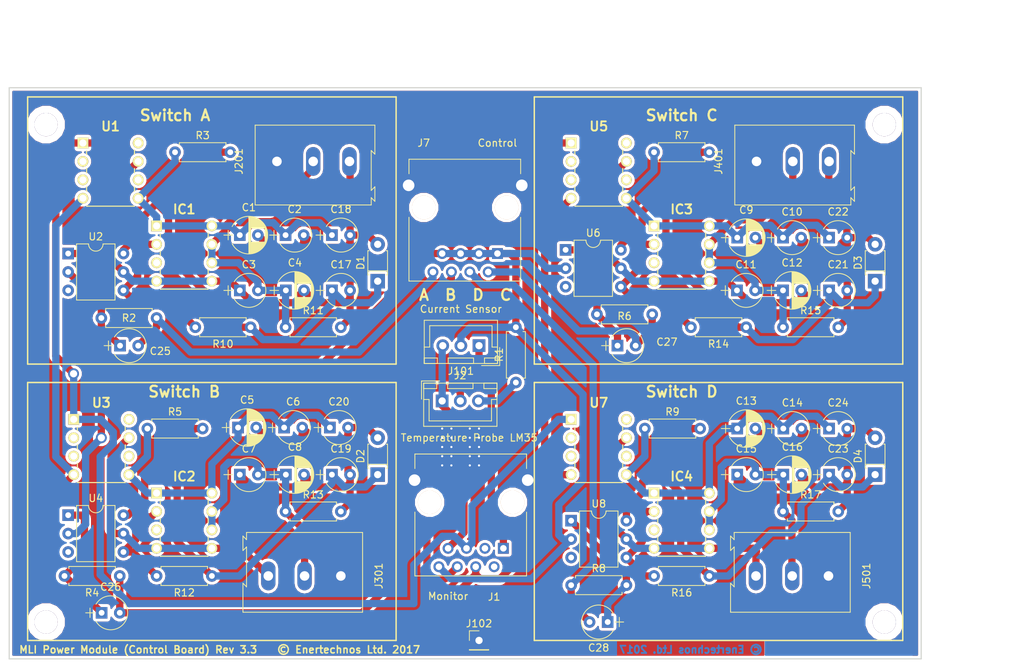
<source format=kicad_pcb>
(kicad_pcb (version 4) (host pcbnew 4.0.7)

  (general
    (links 183)
    (no_connects 0)
    (area 49.454999 34.214999 175.335001 113.105001)
    (thickness 1.6)
    (drawings 33)
    (tracks 531)
    (zones 0)
    (modules 94)
    (nets 37)
  )

  (page A4)
  (title_block
    (title "Power Module (Control Board)")
    (date 2017-12-14)
    (rev "Release 0.1")
    (company "Enertechnos Ltd.")
    (comment 1 "FOR REVIEW")
  )

  (layers
    (0 F.Cu signal)
    (31 B.Cu signal)
    (33 F.Adhes user hide)
    (35 F.Paste user hide)
    (37 F.SilkS user)
    (38 B.Mask user)
    (39 F.Mask user)
    (40 Dwgs.User user)
    (41 Cmts.User user hide)
    (42 Eco1.User user hide)
    (43 Eco2.User user hide)
    (44 Edge.Cuts user)
    (45 Margin user hide)
    (47 F.CrtYd user)
    (49 F.Fab user hide)
  )

  (setup
    (last_trace_width 1)
    (trace_clearance 0.4)
    (zone_clearance 0.35)
    (zone_45_only no)
    (trace_min 1)
    (segment_width 0.2)
    (edge_width 0.15)
    (via_size 1.5)
    (via_drill 1)
    (via_min_size 1.5)
    (via_min_drill 0.3)
    (uvia_size 1)
    (uvia_drill 0.5)
    (uvias_allowed no)
    (uvia_min_size 1)
    (uvia_min_drill 0.1)
    (pcb_text_width 0.3)
    (pcb_text_size 1.5 1.5)
    (mod_edge_width 0.15)
    (mod_text_size 1 1)
    (mod_text_width 0.15)
    (pad_size 0.6 0.6)
    (pad_drill 0.3)
    (pad_to_mask_clearance 0.2)
    (aux_axis_origin 49.53 113.03)
    (visible_elements 7FFFEF7F)
    (pcbplotparams
      (layerselection 0x010e0_80000001)
      (usegerberextensions false)
      (excludeedgelayer true)
      (linewidth 0.100000)
      (plotframeref false)
      (viasonmask false)
      (mode 1)
      (useauxorigin true)
      (hpglpennumber 1)
      (hpglpenspeed 20)
      (hpglpendiameter 15)
      (hpglpenoverlay 2)
      (psnegative false)
      (psa4output false)
      (plotreference true)
      (plotvalue true)
      (plotinvisibletext false)
      (padsonsilk false)
      (subtractmaskfromsilk false)
      (outputformat 1)
      (mirror false)
      (drillshape 0)
      (scaleselection 1)
      (outputdirectory Plot/))
  )

  (net 0 "")
  (net 1 "Net-(C1-Pad1)")
  (net 2 "Net-(C10-Pad1)")
  (net 3 "Net-(C13-Pad1)")
  (net 4 "Net-(IC1-Pad2)")
  (net 5 "Net-(IC2-Pad2)")
  (net 6 "Net-(IC3-Pad2)")
  (net 7 "Net-(IC4-Pad2)")
  (net 8 DC_IN)
  (net 9 DC_GND)
  (net 10 ARD_GND)
  (net 11 "Net-(C20-Pad1)")
  (net 12 "Net-(C17-Pad1)")
  (net 13 "Net-(C19-Pad1)")
  (net 14 "Net-(C21-Pad1)")
  (net 15 "Net-(C23-Pad1)")
  (net 16 ARD_PWM_A)
  (net 17 ARD_PWM_B)
  (net 18 ARD_PWM_C)
  (net 19 ARD_PWM_D)
  (net 20 "Net-(C25-Pad1)")
  (net 21 "Net-(C26-Pad1)")
  (net 22 "Net-(C27-Pad1)")
  (net 23 "Net-(C28-Pad1)")
  (net 24 ARD_CUR)
  (net 25 ARD_VCC)
  (net 26 ARD_TEMP)
  (net 27 "Net-(J2-Pad3)")
  (net 28 /PsuSwitchModule.Switch.1/GND_ISO)
  (net 29 /PsuSwitchModule.Switch.1/DRV_SIG)
  (net 30 /PsuSwitchModule.Switch.2/GND_ISO)
  (net 31 /PsuSwitchModule.Switch.2/DRV_SIG)
  (net 32 /PsuSwitchModule.Switch.3/GND_ISO)
  (net 33 /PsuSwitchModule.Switch.3/DRV_SIG)
  (net 34 /PsuSwitchModule.Switch.4/GND_ISO)
  (net 35 /PsuSwitchModule.Switch.4/DRV_SIG)
  (net 36 Earth)

  (net_class Default "This is the default net class."
    (clearance 0.4)
    (trace_width 1)
    (via_dia 1.5)
    (via_drill 1)
    (uvia_dia 1)
    (uvia_drill 0.5)
    (add_net /PsuSwitchModule.Switch.1/DRV_SIG)
    (add_net /PsuSwitchModule.Switch.1/GND_ISO)
    (add_net /PsuSwitchModule.Switch.2/DRV_SIG)
    (add_net /PsuSwitchModule.Switch.2/GND_ISO)
    (add_net /PsuSwitchModule.Switch.3/DRV_SIG)
    (add_net /PsuSwitchModule.Switch.3/GND_ISO)
    (add_net /PsuSwitchModule.Switch.4/DRV_SIG)
    (add_net /PsuSwitchModule.Switch.4/GND_ISO)
    (add_net ARD_CUR)
    (add_net ARD_GND)
    (add_net ARD_PWM_A)
    (add_net ARD_PWM_B)
    (add_net ARD_PWM_C)
    (add_net ARD_PWM_D)
    (add_net ARD_TEMP)
    (add_net ARD_VCC)
    (add_net DC_GND)
    (add_net DC_IN)
    (add_net Earth)
    (add_net "Net-(C1-Pad1)")
    (add_net "Net-(C10-Pad1)")
    (add_net "Net-(C13-Pad1)")
    (add_net "Net-(C17-Pad1)")
    (add_net "Net-(C19-Pad1)")
    (add_net "Net-(C20-Pad1)")
    (add_net "Net-(C21-Pad1)")
    (add_net "Net-(C23-Pad1)")
    (add_net "Net-(C25-Pad1)")
    (add_net "Net-(C26-Pad1)")
    (add_net "Net-(C27-Pad1)")
    (add_net "Net-(C28-Pad1)")
    (add_net "Net-(IC1-Pad2)")
    (add_net "Net-(IC2-Pad2)")
    (add_net "Net-(IC3-Pad2)")
    (add_net "Net-(IC4-Pad2)")
    (add_net "Net-(J2-Pad3)")
  )

  (module PartsLibraries:MountingHole_M3 (layer F.Cu) (tedit 5AC5E77E) (tstamp 5AC5FAC3)
    (at 170.18 107.95)
    (descr "module 1 pin (ou trou mecanique de percage)")
    (tags DEV)
    (fp_text reference Ref** (at 0 -3.048) (layer F.SilkS) hide
      (effects (font (size 1 1) (thickness 0.15)))
    )
    (fp_text value Mount (at 0 3) (layer F.Fab) hide
      (effects (font (size 1 1) (thickness 0.15)))
    )
    (pad 1 thru_hole circle (at 0 0) (size 3.2 3.2) (drill 3.2) (layers *.Cu)
      (clearance 1) (zone_connect 2))
  )

  (module PartsLibraries:MountingHole_M3 (layer F.Cu) (tedit 5AC5E77E) (tstamp 5AC5FABF)
    (at 170.18 39.37)
    (descr "module 1 pin (ou trou mecanique de percage)")
    (tags DEV)
    (fp_text reference Ref** (at 0 -3.048) (layer F.SilkS) hide
      (effects (font (size 1 1) (thickness 0.15)))
    )
    (fp_text value Mount (at 0 3) (layer F.Fab) hide
      (effects (font (size 1 1) (thickness 0.15)))
    )
    (pad 1 thru_hole circle (at 0 0) (size 3.2 3.2) (drill 3.2) (layers *.Cu)
      (clearance 1) (zone_connect 2))
  )

  (module PartsLibraries:MountingHole_M3 (layer F.Cu) (tedit 5AC5E77E) (tstamp 5AC5FAAB)
    (at 54.61 107.95)
    (descr "module 1 pin (ou trou mecanique de percage)")
    (tags DEV)
    (fp_text reference Ref** (at 0 -3.048) (layer F.SilkS) hide
      (effects (font (size 1 1) (thickness 0.15)))
    )
    (fp_text value Mount (at 0 3) (layer F.Fab) hide
      (effects (font (size 1 1) (thickness 0.15)))
    )
    (pad 1 thru_hole circle (at 0 0) (size 3.2 3.2) (drill 3.2) (layers *.Cu)
      (clearance 1) (zone_connect 2))
  )

  (module PartsLibraries:RJ45-shielded-Molex (layer F.Cu) (tedit 5AC4A305) (tstamp 5ABCF59E)
    (at 117.655 97.79 180)
    (tags RJ45)
    (path /59526541)
    (fp_text reference J1 (at 1.27 -6.7 180) (layer F.SilkS)
      (effects (font (size 1 1) (thickness 0.15)))
    )
    (fp_text value Monitor (at 7.62 -6.6 180) (layer F.SilkS)
      (effects (font (size 1 1) (thickness 0.15)))
    )
    (fp_line (start -3.2 13) (end 12.2 13) (layer F.SilkS) (width 0.12))
    (fp_line (start 12.2 -3.8) (end 12.2 5) (layer F.SilkS) (width 0.12))
    (fp_line (start 12.2 -3.8) (end -3.2 -3.8) (layer F.SilkS) (width 0.12))
    (fp_line (start -3.2 -3.8) (end -3.2 5) (layer F.SilkS) (width 0.12))
    (fp_line (start 12.2 11) (end 12.2 13) (layer F.SilkS) (width 0.12))
    (fp_line (start -3.2 11) (end -3.2 13) (layer F.SilkS) (width 0.12))
    (fp_line (start -3.6 -4.1) (end 12.5 -4.1) (layer F.CrtYd) (width 0.05))
    (fp_line (start -3.6 -4.1) (end -3.6 13.3) (layer F.CrtYd) (width 0.05))
    (fp_line (start 12.5 13.3) (end 12.5 -4.1) (layer F.CrtYd) (width 0.05))
    (fp_line (start 12.5 13.3) (end -3.6 13.3) (layer F.CrtYd) (width 0.05))
    (pad "" np_thru_hole circle (at 10.16 6.35 180) (size 3.25 3.25) (drill 3.25) (layers *.Cu *.SilkS *.Mask))
    (pad "" np_thru_hole circle (at -1.27 6.35 180) (size 3.25 3.25) (drill 3.25) (layers *.Cu *.SilkS *.Mask))
    (pad 1 thru_hole rect (at 0 0 180) (size 1.5 1.5) (drill 0.9) (layers *.Cu *.Mask)
      (net 24 ARD_CUR))
    (pad 2 thru_hole circle (at 1.27 -2.54 180) (size 1.5 1.5) (drill 0.9) (layers *.Cu *.Mask))
    (pad 3 thru_hole circle (at 2.54 0 180) (size 1.5 1.5) (drill 0.9) (layers *.Cu *.Mask))
    (pad 4 thru_hole circle (at 3.81 -2.54 180) (size 1.5 1.5) (drill 0.9) (layers *.Cu *.Mask)
      (net 8 DC_IN))
    (pad 5 thru_hole circle (at 5.08 0 180) (size 1.5 1.5) (drill 0.9) (layers *.Cu *.Mask)
      (net 9 DC_GND))
    (pad 6 thru_hole circle (at 6.35 -2.54 180) (size 1.5 1.5) (drill 0.9) (layers *.Cu *.Mask)
      (net 26 ARD_TEMP))
    (pad 7 thru_hole circle (at 7.62 0 180) (size 1.5 1.5) (drill 0.9) (layers *.Cu *.Mask)
      (net 25 ARD_VCC))
    (pad 8 thru_hole circle (at 8.89 -2.54 180) (size 1.5 1.5) (drill 0.9) (layers *.Cu *.Mask)
      (net 10 ARD_GND))
    (pad 9 thru_hole circle (at -3.355 9.4 180) (size 2.2 2.2) (drill 1.6) (layers *.Cu *.Mask)
      (net 36 Earth) (zone_connect 2))
    (pad 9 thru_hole circle (at 12.245 9.4 180) (size 2.2 2.2) (drill 1.6) (layers *.Cu *.Mask)
      (net 36 Earth) (zone_connect 2))
    (model "C:/Development/mlihardware/3D/RJ45 Shielded Molex.wrl"
      (at (xyz 0 0 0))
      (scale (xyz 1 1 1))
      (rotate (xyz 0 0 0))
    )
  )

  (module PartsLibraries:MicroVia (layer F.Cu) (tedit 5AC49D52) (tstamp 5AC51ED7)
    (at 110.49 83.82)
    (fp_text reference REF** (at 0 -2.54) (layer F.SilkS) hide
      (effects (font (size 1 1) (thickness 0.15)))
    )
    (fp_text value MicroVia (at 0 2.54) (layer F.Fab) hide
      (effects (font (size 1 1) (thickness 0.15)))
    )
    (pad 1 thru_hole circle (at 0 0) (size 0.6 0.6) (drill 0.3) (layers *.Cu)
      (net 36 Earth) (zone_connect 2))
  )

  (module PartsLibraries:MicroVia (layer F.Cu) (tedit 5AC49D52) (tstamp 5AC51ED3)
    (at 109.22 81.28)
    (fp_text reference REF** (at 0 -2.54) (layer F.SilkS) hide
      (effects (font (size 1 1) (thickness 0.15)))
    )
    (fp_text value MicroVia (at 0 2.54) (layer F.Fab) hide
      (effects (font (size 1 1) (thickness 0.15)))
    )
    (pad 1 thru_hole circle (at 0 0) (size 0.6 0.6) (drill 0.3) (layers *.Cu)
      (net 36 Earth) (zone_connect 2))
  )

  (module PartsLibraries:MicroVia (layer F.Cu) (tedit 5AC49D52) (tstamp 5AC51ECF)
    (at 110.49 81.28)
    (fp_text reference REF** (at 0 -2.54) (layer F.SilkS) hide
      (effects (font (size 1 1) (thickness 0.15)))
    )
    (fp_text value MicroVia (at 0 2.54) (layer F.Fab) hide
      (effects (font (size 1 1) (thickness 0.15)))
    )
    (pad 1 thru_hole circle (at 0 0) (size 0.6 0.6) (drill 0.3) (layers *.Cu)
      (net 36 Earth) (zone_connect 2))
  )

  (module PartsLibraries:MicroVia (layer F.Cu) (tedit 5AC49D52) (tstamp 5AC51ECB)
    (at 109.22 82.55)
    (fp_text reference REF** (at 0 -2.54) (layer F.SilkS) hide
      (effects (font (size 1 1) (thickness 0.15)))
    )
    (fp_text value MicroVia (at 0 2.54) (layer F.Fab) hide
      (effects (font (size 1 1) (thickness 0.15)))
    )
    (pad 1 thru_hole circle (at 0 0) (size 0.6 0.6) (drill 0.3) (layers *.Cu)
      (net 36 Earth) (zone_connect 2))
  )

  (module PartsLibraries:MicroVia (layer F.Cu) (tedit 5AC49D52) (tstamp 5AC51EC7)
    (at 110.49 82.55)
    (fp_text reference REF** (at 0 -2.54) (layer F.SilkS) hide
      (effects (font (size 1 1) (thickness 0.15)))
    )
    (fp_text value MicroVia (at 0 2.54) (layer F.Fab) hide
      (effects (font (size 1 1) (thickness 0.15)))
    )
    (pad 1 thru_hole circle (at 0 0) (size 0.6 0.6) (drill 0.3) (layers *.Cu)
      (net 36 Earth) (zone_connect 2))
  )

  (module PartsLibraries:MicroVia (layer F.Cu) (tedit 5AC49D52) (tstamp 5AC51EC3)
    (at 109.22 83.82)
    (fp_text reference REF** (at 0 -2.54) (layer F.SilkS) hide
      (effects (font (size 1 1) (thickness 0.15)))
    )
    (fp_text value MicroVia (at 0 2.54) (layer F.Fab) hide
      (effects (font (size 1 1) (thickness 0.15)))
    )
    (pad 1 thru_hole circle (at 0 0) (size 0.6 0.6) (drill 0.3) (layers *.Cu)
      (net 36 Earth) (zone_connect 2))
  )

  (module PartsLibraries:MicroVia (layer F.Cu) (tedit 5AC49D52) (tstamp 5AC51EBF)
    (at 109.22 86.36)
    (fp_text reference REF** (at 0 -2.54) (layer F.SilkS) hide
      (effects (font (size 1 1) (thickness 0.15)))
    )
    (fp_text value MicroVia (at 0 2.54) (layer F.Fab) hide
      (effects (font (size 1 1) (thickness 0.15)))
    )
    (pad 1 thru_hole circle (at 0 0) (size 0.6 0.6) (drill 0.3) (layers *.Cu)
      (net 36 Earth) (zone_connect 2))
  )

  (module PartsLibraries:MicroVia (layer F.Cu) (tedit 5AC49D52) (tstamp 5AC51EBB)
    (at 110.49 85.09)
    (fp_text reference REF** (at 0 -2.54) (layer F.SilkS) hide
      (effects (font (size 1 1) (thickness 0.15)))
    )
    (fp_text value MicroVia (at 0 2.54) (layer F.Fab) hide
      (effects (font (size 1 1) (thickness 0.15)))
    )
    (pad 1 thru_hole circle (at 0 0) (size 0.6 0.6) (drill 0.3) (layers *.Cu)
      (net 36 Earth) (zone_connect 2))
  )

  (module PartsLibraries:MicroVia (layer F.Cu) (tedit 5AC49D52) (tstamp 5AC51EB7)
    (at 110.49 86.36)
    (fp_text reference REF** (at 0 -2.54) (layer F.SilkS) hide
      (effects (font (size 1 1) (thickness 0.15)))
    )
    (fp_text value MicroVia (at 0 2.54) (layer F.Fab) hide
      (effects (font (size 1 1) (thickness 0.15)))
    )
    (pad 1 thru_hole circle (at 0 0) (size 0.6 0.6) (drill 0.3) (layers *.Cu)
      (net 36 Earth) (zone_connect 2))
  )

  (module PartsLibraries:MicroVia (layer F.Cu) (tedit 5AC49D52) (tstamp 5AC51EB3)
    (at 109.22 85.09)
    (fp_text reference REF** (at 0 -2.54) (layer F.SilkS) hide
      (effects (font (size 1 1) (thickness 0.15)))
    )
    (fp_text value MicroVia (at 0 2.54) (layer F.Fab) hide
      (effects (font (size 1 1) (thickness 0.15)))
    )
    (pad 1 thru_hole circle (at 0 0) (size 0.6 0.6) (drill 0.3) (layers *.Cu)
      (net 36 Earth) (zone_connect 2))
  )

  (module PartsLibraries:MicroVia (layer F.Cu) (tedit 5AC49D52) (tstamp 5AC4A3DD)
    (at 114.3 83.82)
    (fp_text reference REF** (at 0 -2.54) (layer F.SilkS) hide
      (effects (font (size 1 1) (thickness 0.15)))
    )
    (fp_text value MicroVia (at 0 2.54) (layer F.Fab) hide
      (effects (font (size 1 1) (thickness 0.15)))
    )
    (pad 1 thru_hole circle (at 0 0) (size 0.6 0.6) (drill 0.3) (layers *.Cu)
      (net 36 Earth) (zone_connect 2))
  )

  (module PartsLibraries:MicroVia (layer F.Cu) (tedit 5AC49D52) (tstamp 5AC4A3F9)
    (at 113.03 81.28)
    (fp_text reference REF** (at 0 -2.54) (layer F.SilkS) hide
      (effects (font (size 1 1) (thickness 0.15)))
    )
    (fp_text value MicroVia (at 0 2.54) (layer F.Fab) hide
      (effects (font (size 1 1) (thickness 0.15)))
    )
    (pad 1 thru_hole circle (at 0 0) (size 0.6 0.6) (drill 0.3) (layers *.Cu)
      (net 36 Earth) (zone_connect 2))
  )

  (module PartsLibraries:MicroVia (layer F.Cu) (tedit 5AC49D52) (tstamp 5AC4A3D9)
    (at 114.3 82.55)
    (fp_text reference REF** (at 0 -2.54) (layer F.SilkS) hide
      (effects (font (size 1 1) (thickness 0.15)))
    )
    (fp_text value MicroVia (at 0 2.54) (layer F.Fab) hide
      (effects (font (size 1 1) (thickness 0.15)))
    )
    (pad 1 thru_hole circle (at 0 0) (size 0.6 0.6) (drill 0.3) (layers *.Cu)
      (net 36 Earth) (zone_connect 2))
  )

  (module PartsLibraries:MicroVia (layer F.Cu) (tedit 5AC49D52) (tstamp 5AC4A3F1)
    (at 114.3 81.28)
    (fp_text reference REF** (at 0 -2.54) (layer F.SilkS) hide
      (effects (font (size 1 1) (thickness 0.15)))
    )
    (fp_text value MicroVia (at 0 2.54) (layer F.Fab) hide
      (effects (font (size 1 1) (thickness 0.15)))
    )
    (pad 1 thru_hole circle (at 0 0) (size 0.6 0.6) (drill 0.3) (layers *.Cu)
      (net 36 Earth) (zone_connect 2))
  )

  (module PartsLibraries:MicroVia (layer F.Cu) (tedit 5AC49D52) (tstamp 5AC4A3D5)
    (at 113.03 82.55)
    (fp_text reference REF** (at 0 -2.54) (layer F.SilkS) hide
      (effects (font (size 1 1) (thickness 0.15)))
    )
    (fp_text value MicroVia (at 0 2.54) (layer F.Fab) hide
      (effects (font (size 1 1) (thickness 0.15)))
    )
    (pad 1 thru_hole circle (at 0 0) (size 0.6 0.6) (drill 0.3) (layers *.Cu)
      (net 36 Earth) (zone_connect 2))
  )

  (module PartsLibraries:MicroVia (layer F.Cu) (tedit 5AC49D52) (tstamp 5AC4A3F5)
    (at 113.03 83.82)
    (fp_text reference REF** (at 0 -2.54) (layer F.SilkS) hide
      (effects (font (size 1 1) (thickness 0.15)))
    )
    (fp_text value MicroVia (at 0 2.54) (layer F.Fab) hide
      (effects (font (size 1 1) (thickness 0.15)))
    )
    (pad 1 thru_hole circle (at 0 0) (size 0.6 0.6) (drill 0.3) (layers *.Cu)
      (net 36 Earth) (zone_connect 2))
  )

  (module PartsLibraries:MicroVia (layer F.Cu) (tedit 5AC49D52) (tstamp 5AC4A3ED)
    (at 113.03 85.09)
    (fp_text reference REF** (at 0 -2.54) (layer F.SilkS) hide
      (effects (font (size 1 1) (thickness 0.15)))
    )
    (fp_text value MicroVia (at 0 2.54) (layer F.Fab) hide
      (effects (font (size 1 1) (thickness 0.15)))
    )
    (pad 1 thru_hole circle (at 0 0) (size 0.6 0.6) (drill 0.3) (layers *.Cu)
      (net 36 Earth) (zone_connect 2))
  )

  (module PartsLibraries:MicroVia (layer F.Cu) (tedit 5AC49D52) (tstamp 5AC4A3E1)
    (at 113.03 86.36)
    (fp_text reference REF** (at 0 -2.54) (layer F.SilkS) hide
      (effects (font (size 1 1) (thickness 0.15)))
    )
    (fp_text value MicroVia (at 0 2.54) (layer F.Fab) hide
      (effects (font (size 1 1) (thickness 0.15)))
    )
    (pad 1 thru_hole circle (at 0 0) (size 0.6 0.6) (drill 0.3) (layers *.Cu)
      (net 36 Earth) (zone_connect 2))
  )

  (module PartsLibraries:MicroVia (layer F.Cu) (tedit 5AC49D52) (tstamp 5AC4A3E5)
    (at 114.3 85.09)
    (fp_text reference REF** (at 0 -2.54) (layer F.SilkS) hide
      (effects (font (size 1 1) (thickness 0.15)))
    )
    (fp_text value MicroVia (at 0 2.54) (layer F.Fab) hide
      (effects (font (size 1 1) (thickness 0.15)))
    )
    (pad 1 thru_hole circle (at 0 0) (size 0.6 0.6) (drill 0.3) (layers *.Cu)
      (net 36 Earth) (zone_connect 2))
  )

  (module PartsLibraries:MicroVia (layer F.Cu) (tedit 5AC49D52) (tstamp 5AC4A3E9)
    (at 114.3 86.36)
    (fp_text reference REF** (at 0 -2.54) (layer F.SilkS) hide
      (effects (font (size 1 1) (thickness 0.15)))
    )
    (fp_text value MicroVia (at 0 2.54) (layer F.Fab) hide
      (effects (font (size 1 1) (thickness 0.15)))
    )
    (pad 1 thru_hole circle (at 0 0) (size 0.6 0.6) (drill 0.3) (layers *.Cu)
      (net 36 Earth) (zone_connect 2))
  )

  (module Resistors_THT:R_Axial_DIN0207_L6.3mm_D2.5mm_P7.62mm_Horizontal (layer F.Cu) (tedit 5874F706) (tstamp 59EF680E)
    (at 146.05 101.6 180)
    (descr "Resistor, Axial_DIN0207 series, Axial, Horizontal, pin pitch=7.62mm, 0.25W = 1/4W, length*diameter=6.3*2.5mm^2, http://cdn-reichelt.de/documents/datenblatt/B400/1_4W%23YAG.pdf")
    (tags "Resistor Axial_DIN0207 series Axial Horizontal pin pitch 7.62mm 0.25W = 1/4W length 6.3mm diameter 2.5mm")
    (path /59A712A3/59EF0FC7)
    (fp_text reference R16 (at 3.81 -2.31 180) (layer F.SilkS)
      (effects (font (size 1 1) (thickness 0.15)))
    )
    (fp_text value R (at 3.81 2.31 180) (layer F.Fab)
      (effects (font (size 1 1) (thickness 0.15)))
    )
    (fp_line (start 0.66 -1.25) (end 0.66 1.25) (layer F.Fab) (width 0.1))
    (fp_line (start 0.66 1.25) (end 6.96 1.25) (layer F.Fab) (width 0.1))
    (fp_line (start 6.96 1.25) (end 6.96 -1.25) (layer F.Fab) (width 0.1))
    (fp_line (start 6.96 -1.25) (end 0.66 -1.25) (layer F.Fab) (width 0.1))
    (fp_line (start 0 0) (end 0.66 0) (layer F.Fab) (width 0.1))
    (fp_line (start 7.62 0) (end 6.96 0) (layer F.Fab) (width 0.1))
    (fp_line (start 0.6 -0.98) (end 0.6 -1.31) (layer F.SilkS) (width 0.12))
    (fp_line (start 0.6 -1.31) (end 7.02 -1.31) (layer F.SilkS) (width 0.12))
    (fp_line (start 7.02 -1.31) (end 7.02 -0.98) (layer F.SilkS) (width 0.12))
    (fp_line (start 0.6 0.98) (end 0.6 1.31) (layer F.SilkS) (width 0.12))
    (fp_line (start 0.6 1.31) (end 7.02 1.31) (layer F.SilkS) (width 0.12))
    (fp_line (start 7.02 1.31) (end 7.02 0.98) (layer F.SilkS) (width 0.12))
    (fp_line (start -1.05 -1.6) (end -1.05 1.6) (layer F.CrtYd) (width 0.05))
    (fp_line (start -1.05 1.6) (end 8.7 1.6) (layer F.CrtYd) (width 0.05))
    (fp_line (start 8.7 1.6) (end 8.7 -1.6) (layer F.CrtYd) (width 0.05))
    (fp_line (start 8.7 -1.6) (end -1.05 -1.6) (layer F.CrtYd) (width 0.05))
    (pad 1 thru_hole circle (at 0 0 180) (size 1.6 1.6) (drill 0.8) (layers *.Cu *.Mask)
      (net 15 "Net-(C23-Pad1)"))
    (pad 2 thru_hole oval (at 7.62 0 180) (size 1.6 1.6) (drill 0.8) (layers *.Cu *.Mask)
      (net 7 "Net-(IC4-Pad2)"))
    (model ${KISYS3DMOD}/Resistors_THT.3dshapes/R_Axial_DIN0207_L6.3mm_D2.5mm_P7.62mm_Horizontal.wrl
      (at (xyz 0 0 0))
      (scale (xyz 0.3937 0.3937 0.3937))
      (rotate (xyz 0 0 0))
    )
  )

  (module Resistors_THT:R_Axial_DIN0207_L6.3mm_D2.5mm_P7.62mm_Horizontal (layer F.Cu) (tedit 5874F706) (tstamp 59EF6824)
    (at 156.21 92.71)
    (descr "Resistor, Axial_DIN0207 series, Axial, Horizontal, pin pitch=7.62mm, 0.25W = 1/4W, length*diameter=6.3*2.5mm^2, http://cdn-reichelt.de/documents/datenblatt/B400/1_4W%23YAG.pdf")
    (tags "Resistor Axial_DIN0207 series Axial Horizontal pin pitch 7.62mm 0.25W = 1/4W length 6.3mm diameter 2.5mm")
    (path /59A712A3/59EF1A58)
    (fp_text reference R17 (at 3.81 -2.31) (layer F.SilkS)
      (effects (font (size 1 1) (thickness 0.15)))
    )
    (fp_text value R (at 3.81 2.31) (layer F.Fab)
      (effects (font (size 1 1) (thickness 0.15)))
    )
    (fp_line (start 0.66 -1.25) (end 0.66 1.25) (layer F.Fab) (width 0.1))
    (fp_line (start 0.66 1.25) (end 6.96 1.25) (layer F.Fab) (width 0.1))
    (fp_line (start 6.96 1.25) (end 6.96 -1.25) (layer F.Fab) (width 0.1))
    (fp_line (start 6.96 -1.25) (end 0.66 -1.25) (layer F.Fab) (width 0.1))
    (fp_line (start 0 0) (end 0.66 0) (layer F.Fab) (width 0.1))
    (fp_line (start 7.62 0) (end 6.96 0) (layer F.Fab) (width 0.1))
    (fp_line (start 0.6 -0.98) (end 0.6 -1.31) (layer F.SilkS) (width 0.12))
    (fp_line (start 0.6 -1.31) (end 7.02 -1.31) (layer F.SilkS) (width 0.12))
    (fp_line (start 7.02 -1.31) (end 7.02 -0.98) (layer F.SilkS) (width 0.12))
    (fp_line (start 0.6 0.98) (end 0.6 1.31) (layer F.SilkS) (width 0.12))
    (fp_line (start 0.6 1.31) (end 7.02 1.31) (layer F.SilkS) (width 0.12))
    (fp_line (start 7.02 1.31) (end 7.02 0.98) (layer F.SilkS) (width 0.12))
    (fp_line (start -1.05 -1.6) (end -1.05 1.6) (layer F.CrtYd) (width 0.05))
    (fp_line (start -1.05 1.6) (end 8.7 1.6) (layer F.CrtYd) (width 0.05))
    (fp_line (start 8.7 1.6) (end 8.7 -1.6) (layer F.CrtYd) (width 0.05))
    (fp_line (start 8.7 -1.6) (end -1.05 -1.6) (layer F.CrtYd) (width 0.05))
    (pad 1 thru_hole circle (at 0 0) (size 1.6 1.6) (drill 0.8) (layers *.Cu *.Mask)
      (net 35 /PsuSwitchModule.Switch.4/DRV_SIG))
    (pad 2 thru_hole oval (at 7.62 0) (size 1.6 1.6) (drill 0.8) (layers *.Cu *.Mask)
      (net 34 /PsuSwitchModule.Switch.4/GND_ISO))
    (model ${KISYS3DMOD}/Resistors_THT.3dshapes/R_Axial_DIN0207_L6.3mm_D2.5mm_P7.62mm_Horizontal.wrl
      (at (xyz 0 0 0))
      (scale (xyz 0.3937 0.3937 0.3937))
      (rotate (xyz 0 0 0))
    )
  )

  (module PartsLibraries:TC4422AVPA (layer F.Cu) (tedit 592E9A52) (tstamp 59A6EC7B)
    (at 138.43 90.17)
    (descr DIP254P762X432-8)
    (tags "Integrated Circuit")
    (path /59A712A3/59498139)
    (fp_text reference IC4 (at 3.81 -2.286) (layer F.SilkS)
      (effects (font (size 1.27 1.27) (thickness 0.254)))
    )
    (fp_text value TC4421CPA (at 3.556 9.906) (layer F.SilkS) hide
      (effects (font (size 1.27 1.27) (thickness 0.254)))
    )
    (fp_line (start 0.508 8.7122) (end 0.508 -1.0922) (layer Dwgs.User) (width 0.1524))
    (fp_line (start 0.508 -1.1938) (end 7.112 -1.1938) (layer Dwgs.User) (width 0.1524))
    (fp_line (start -0.4826 3.048) (end 0.508 3.048) (layer Dwgs.User) (width 0.1524))
    (fp_line (start -0.4826 2.032) (end -0.4826 3.048) (layer Dwgs.User) (width 0.1524))
    (fp_line (start 0.508 2.032) (end -0.4826 2.032) (layer Dwgs.User) (width 0.1524))
    (fp_line (start 0.508 3.048) (end 0.508 2.032) (layer Dwgs.User) (width 0.1524))
    (fp_line (start 7.112 1.5748) (end 7.112 0.9652) (layer F.SilkS) (width 0.1524))
    (fp_line (start 7.112 4.1148) (end 7.112 3.5052) (layer F.SilkS) (width 0.1524))
    (fp_line (start 0.508 6.0452) (end 0.508 6.6548) (layer F.SilkS) (width 0.1524))
    (fp_line (start 0.508 3.5052) (end 0.508 4.1148) (layer F.SilkS) (width 0.1524))
    (fp_line (start 0.508 8.7122) (end 7.112 8.7122) (layer F.SilkS) (width 0.1524))
    (fp_line (start 7.112 6.6548) (end 7.112 6.0452) (layer F.SilkS) (width 0.1524))
    (fp_line (start 0.508 1.0922) (end 0.508 1.5748) (layer F.SilkS) (width 0.1524))
    (fp_line (start 0.508 0.508) (end 0.508 -0.508) (layer Dwgs.User) (width 0.1524))
    (fp_line (start 0.508 -0.508) (end -0.4826 -0.508) (layer Dwgs.User) (width 0.1524))
    (fp_line (start -0.4826 -0.508) (end -0.4826 0.508) (layer Dwgs.User) (width 0.1524))
    (fp_line (start -0.4826 0.508) (end 0.508 0.508) (layer Dwgs.User) (width 0.1524))
    (fp_line (start 0.508 5.588) (end 0.508 4.572) (layer Dwgs.User) (width 0.1524))
    (fp_line (start 0.508 4.572) (end -0.4826 4.572) (layer Dwgs.User) (width 0.1524))
    (fp_line (start -0.4826 4.572) (end -0.4826 5.588) (layer Dwgs.User) (width 0.1524))
    (fp_line (start -0.4826 5.588) (end 0.508 5.588) (layer Dwgs.User) (width 0.1524))
    (fp_line (start 0.508 8.128) (end 0.508 7.112) (layer Dwgs.User) (width 0.1524))
    (fp_line (start 0.508 7.112) (end -0.4826 7.1374) (layer Dwgs.User) (width 0.1524))
    (fp_line (start -0.4826 7.1374) (end -0.4826 8.128) (layer Dwgs.User) (width 0.1524))
    (fp_line (start -0.4826 8.128) (end 0.508 8.128) (layer Dwgs.User) (width 0.1524))
    (fp_line (start 7.112 7.112) (end 7.112 8.128) (layer Dwgs.User) (width 0.1524))
    (fp_line (start 7.112 8.128) (end 8.1026 8.1026) (layer Dwgs.User) (width 0.1524))
    (fp_line (start 8.1026 8.1026) (end 8.1026 7.112) (layer Dwgs.User) (width 0.1524))
    (fp_line (start 8.1026 7.112) (end 7.112 7.112) (layer Dwgs.User) (width 0.1524))
    (fp_line (start 7.112 4.572) (end 7.112 5.588) (layer Dwgs.User) (width 0.1524))
    (fp_line (start 7.112 5.588) (end 8.1026 5.5626) (layer Dwgs.User) (width 0.1524))
    (fp_line (start 8.1026 5.5626) (end 8.1026 4.572) (layer Dwgs.User) (width 0.1524))
    (fp_line (start 8.1026 4.572) (end 7.112 4.572) (layer Dwgs.User) (width 0.1524))
    (fp_line (start 7.112 2.032) (end 7.112 3.048) (layer Dwgs.User) (width 0.1524))
    (fp_line (start 7.112 3.048) (end 8.1026 3.048) (layer Dwgs.User) (width 0.1524))
    (fp_line (start 8.1026 3.048) (end 8.1026 2.032) (layer Dwgs.User) (width 0.1524))
    (fp_line (start 8.1026 2.032) (end 7.112 2.032) (layer Dwgs.User) (width 0.1524))
    (fp_line (start 7.112 -0.508) (end 7.112 0.508) (layer Dwgs.User) (width 0.1524))
    (fp_line (start 7.112 0.508) (end 8.1026 0.508) (layer Dwgs.User) (width 0.1524))
    (fp_line (start 8.1026 0.508) (end 8.1026 -0.508) (layer Dwgs.User) (width 0.1524))
    (fp_line (start 8.1026 -0.508) (end 7.112 -0.508) (layer Dwgs.User) (width 0.1524))
    (fp_line (start 0.508 8.7122) (end 7.112 8.7122) (layer Dwgs.User) (width 0.1524))
    (fp_line (start 7.112 8.7122) (end 7.112 -1.0922) (layer Dwgs.User) (width 0.1524))
    (pad 1 thru_hole rect (at 0 0 90) (size 1.4859 1.4859) (drill 0.9906) (layers *.Cu *.Mask F.SilkS)
      (net 3 "Net-(C13-Pad1)"))
    (pad 2 thru_hole circle (at 0 2.54 90) (size 1.4859 1.4859) (drill 0.9906) (layers *.Cu *.Mask F.SilkS)
      (net 7 "Net-(IC4-Pad2)"))
    (pad 3 thru_hole circle (at 0 5.08 90) (size 1.4859 1.4859) (drill 0.9906) (layers *.Cu *.Mask F.SilkS))
    (pad 4 thru_hole circle (at 0 7.62 90) (size 1.4859 1.4859) (drill 0.9906) (layers *.Cu *.Mask F.SilkS)
      (net 34 /PsuSwitchModule.Switch.4/GND_ISO))
    (pad 5 thru_hole circle (at 7.62 7.62 90) (size 1.4859 1.4859) (drill 0.9906) (layers *.Cu *.Mask F.SilkS)
      (net 34 /PsuSwitchModule.Switch.4/GND_ISO))
    (pad 6 thru_hole circle (at 7.62 5.08 90) (size 1.4859 1.4859) (drill 0.9906) (layers *.Cu *.Mask F.SilkS)
      (net 35 /PsuSwitchModule.Switch.4/DRV_SIG))
    (pad 7 thru_hole circle (at 7.62 2.54 90) (size 1.4859 1.4859) (drill 0.9906) (layers *.Cu *.Mask F.SilkS)
      (net 35 /PsuSwitchModule.Switch.4/DRV_SIG))
    (pad 8 thru_hole circle (at 7.62 0 90) (size 1.4859 1.4859) (drill 0.9906) (layers *.Cu *.Mask F.SilkS)
      (net 3 "Net-(C13-Pad1)"))
    (model Housings_DIP.3dshapes/DIP-8_W7.62mm.wrl
      (at (xyz 0 0 0))
      (scale (xyz 1 1 1))
      (rotate (xyz 0 0 0))
    )
  )

  (module Resistors_THT:R_Axial_DIN0207_L6.3mm_D2.5mm_P7.62mm_Horizontal (layer F.Cu) (tedit 5874F706) (tstamp 59EF67B6)
    (at 77.47 101.6 180)
    (descr "Resistor, Axial_DIN0207 series, Axial, Horizontal, pin pitch=7.62mm, 0.25W = 1/4W, length*diameter=6.3*2.5mm^2, http://cdn-reichelt.de/documents/datenblatt/B400/1_4W%23YAG.pdf")
    (tags "Resistor Axial_DIN0207 series Axial Horizontal pin pitch 7.62mm 0.25W = 1/4W length 6.3mm diameter 2.5mm")
    (path /59A7109E/59EF0FC7)
    (fp_text reference R12 (at 3.81 -2.31 180) (layer F.SilkS)
      (effects (font (size 1 1) (thickness 0.15)))
    )
    (fp_text value R (at 3.81 2.31 180) (layer F.Fab)
      (effects (font (size 1 1) (thickness 0.15)))
    )
    (fp_line (start 0.66 -1.25) (end 0.66 1.25) (layer F.Fab) (width 0.1))
    (fp_line (start 0.66 1.25) (end 6.96 1.25) (layer F.Fab) (width 0.1))
    (fp_line (start 6.96 1.25) (end 6.96 -1.25) (layer F.Fab) (width 0.1))
    (fp_line (start 6.96 -1.25) (end 0.66 -1.25) (layer F.Fab) (width 0.1))
    (fp_line (start 0 0) (end 0.66 0) (layer F.Fab) (width 0.1))
    (fp_line (start 7.62 0) (end 6.96 0) (layer F.Fab) (width 0.1))
    (fp_line (start 0.6 -0.98) (end 0.6 -1.31) (layer F.SilkS) (width 0.12))
    (fp_line (start 0.6 -1.31) (end 7.02 -1.31) (layer F.SilkS) (width 0.12))
    (fp_line (start 7.02 -1.31) (end 7.02 -0.98) (layer F.SilkS) (width 0.12))
    (fp_line (start 0.6 0.98) (end 0.6 1.31) (layer F.SilkS) (width 0.12))
    (fp_line (start 0.6 1.31) (end 7.02 1.31) (layer F.SilkS) (width 0.12))
    (fp_line (start 7.02 1.31) (end 7.02 0.98) (layer F.SilkS) (width 0.12))
    (fp_line (start -1.05 -1.6) (end -1.05 1.6) (layer F.CrtYd) (width 0.05))
    (fp_line (start -1.05 1.6) (end 8.7 1.6) (layer F.CrtYd) (width 0.05))
    (fp_line (start 8.7 1.6) (end 8.7 -1.6) (layer F.CrtYd) (width 0.05))
    (fp_line (start 8.7 -1.6) (end -1.05 -1.6) (layer F.CrtYd) (width 0.05))
    (pad 1 thru_hole circle (at 0 0 180) (size 1.6 1.6) (drill 0.8) (layers *.Cu *.Mask)
      (net 13 "Net-(C19-Pad1)"))
    (pad 2 thru_hole oval (at 7.62 0 180) (size 1.6 1.6) (drill 0.8) (layers *.Cu *.Mask)
      (net 5 "Net-(IC2-Pad2)"))
    (model ${KISYS3DMOD}/Resistors_THT.3dshapes/R_Axial_DIN0207_L6.3mm_D2.5mm_P7.62mm_Horizontal.wrl
      (at (xyz 0 0 0))
      (scale (xyz 0.3937 0.3937 0.3937))
      (rotate (xyz 0 0 0))
    )
  )

  (module PartsLibraries:TC4422AVPA (layer F.Cu) (tedit 592E9A52) (tstamp 59A6EBD6)
    (at 69.85 53.34)
    (descr DIP254P762X432-8)
    (tags "Integrated Circuit")
    (path /59498AA5/59498139)
    (fp_text reference IC1 (at 3.81 -2.286) (layer F.SilkS)
      (effects (font (size 1.27 1.27) (thickness 0.254)))
    )
    (fp_text value TC4421CPA (at 3.556 9.906) (layer F.SilkS) hide
      (effects (font (size 1.27 1.27) (thickness 0.254)))
    )
    (fp_line (start 0.508 8.7122) (end 0.508 -1.0922) (layer Dwgs.User) (width 0.1524))
    (fp_line (start 0.508 -1.1938) (end 7.112 -1.1938) (layer Dwgs.User) (width 0.1524))
    (fp_line (start -0.4826 3.048) (end 0.508 3.048) (layer Dwgs.User) (width 0.1524))
    (fp_line (start -0.4826 2.032) (end -0.4826 3.048) (layer Dwgs.User) (width 0.1524))
    (fp_line (start 0.508 2.032) (end -0.4826 2.032) (layer Dwgs.User) (width 0.1524))
    (fp_line (start 0.508 3.048) (end 0.508 2.032) (layer Dwgs.User) (width 0.1524))
    (fp_line (start 7.112 1.5748) (end 7.112 0.9652) (layer F.SilkS) (width 0.1524))
    (fp_line (start 7.112 4.1148) (end 7.112 3.5052) (layer F.SilkS) (width 0.1524))
    (fp_line (start 0.508 6.0452) (end 0.508 6.6548) (layer F.SilkS) (width 0.1524))
    (fp_line (start 0.508 3.5052) (end 0.508 4.1148) (layer F.SilkS) (width 0.1524))
    (fp_line (start 0.508 8.7122) (end 7.112 8.7122) (layer F.SilkS) (width 0.1524))
    (fp_line (start 7.112 6.6548) (end 7.112 6.0452) (layer F.SilkS) (width 0.1524))
    (fp_line (start 0.508 1.0922) (end 0.508 1.5748) (layer F.SilkS) (width 0.1524))
    (fp_line (start 0.508 0.508) (end 0.508 -0.508) (layer Dwgs.User) (width 0.1524))
    (fp_line (start 0.508 -0.508) (end -0.4826 -0.508) (layer Dwgs.User) (width 0.1524))
    (fp_line (start -0.4826 -0.508) (end -0.4826 0.508) (layer Dwgs.User) (width 0.1524))
    (fp_line (start -0.4826 0.508) (end 0.508 0.508) (layer Dwgs.User) (width 0.1524))
    (fp_line (start 0.508 5.588) (end 0.508 4.572) (layer Dwgs.User) (width 0.1524))
    (fp_line (start 0.508 4.572) (end -0.4826 4.572) (layer Dwgs.User) (width 0.1524))
    (fp_line (start -0.4826 4.572) (end -0.4826 5.588) (layer Dwgs.User) (width 0.1524))
    (fp_line (start -0.4826 5.588) (end 0.508 5.588) (layer Dwgs.User) (width 0.1524))
    (fp_line (start 0.508 8.128) (end 0.508 7.112) (layer Dwgs.User) (width 0.1524))
    (fp_line (start 0.508 7.112) (end -0.4826 7.1374) (layer Dwgs.User) (width 0.1524))
    (fp_line (start -0.4826 7.1374) (end -0.4826 8.128) (layer Dwgs.User) (width 0.1524))
    (fp_line (start -0.4826 8.128) (end 0.508 8.128) (layer Dwgs.User) (width 0.1524))
    (fp_line (start 7.112 7.112) (end 7.112 8.128) (layer Dwgs.User) (width 0.1524))
    (fp_line (start 7.112 8.128) (end 8.1026 8.1026) (layer Dwgs.User) (width 0.1524))
    (fp_line (start 8.1026 8.1026) (end 8.1026 7.112) (layer Dwgs.User) (width 0.1524))
    (fp_line (start 8.1026 7.112) (end 7.112 7.112) (layer Dwgs.User) (width 0.1524))
    (fp_line (start 7.112 4.572) (end 7.112 5.588) (layer Dwgs.User) (width 0.1524))
    (fp_line (start 7.112 5.588) (end 8.1026 5.5626) (layer Dwgs.User) (width 0.1524))
    (fp_line (start 8.1026 5.5626) (end 8.1026 4.572) (layer Dwgs.User) (width 0.1524))
    (fp_line (start 8.1026 4.572) (end 7.112 4.572) (layer Dwgs.User) (width 0.1524))
    (fp_line (start 7.112 2.032) (end 7.112 3.048) (layer Dwgs.User) (width 0.1524))
    (fp_line (start 7.112 3.048) (end 8.1026 3.048) (layer Dwgs.User) (width 0.1524))
    (fp_line (start 8.1026 3.048) (end 8.1026 2.032) (layer Dwgs.User) (width 0.1524))
    (fp_line (start 8.1026 2.032) (end 7.112 2.032) (layer Dwgs.User) (width 0.1524))
    (fp_line (start 7.112 -0.508) (end 7.112 0.508) (layer Dwgs.User) (width 0.1524))
    (fp_line (start 7.112 0.508) (end 8.1026 0.508) (layer Dwgs.User) (width 0.1524))
    (fp_line (start 8.1026 0.508) (end 8.1026 -0.508) (layer Dwgs.User) (width 0.1524))
    (fp_line (start 8.1026 -0.508) (end 7.112 -0.508) (layer Dwgs.User) (width 0.1524))
    (fp_line (start 0.508 8.7122) (end 7.112 8.7122) (layer Dwgs.User) (width 0.1524))
    (fp_line (start 7.112 8.7122) (end 7.112 -1.0922) (layer Dwgs.User) (width 0.1524))
    (pad 1 thru_hole rect (at 0 0 90) (size 1.4859 1.4859) (drill 0.9906) (layers *.Cu *.Mask F.SilkS)
      (net 1 "Net-(C1-Pad1)"))
    (pad 2 thru_hole circle (at 0 2.54 90) (size 1.4859 1.4859) (drill 0.9906) (layers *.Cu *.Mask F.SilkS)
      (net 4 "Net-(IC1-Pad2)"))
    (pad 3 thru_hole circle (at 0 5.08 90) (size 1.4859 1.4859) (drill 0.9906) (layers *.Cu *.Mask F.SilkS))
    (pad 4 thru_hole circle (at 0 7.62 90) (size 1.4859 1.4859) (drill 0.9906) (layers *.Cu *.Mask F.SilkS)
      (net 28 /PsuSwitchModule.Switch.1/GND_ISO))
    (pad 5 thru_hole circle (at 7.62 7.62 90) (size 1.4859 1.4859) (drill 0.9906) (layers *.Cu *.Mask F.SilkS)
      (net 28 /PsuSwitchModule.Switch.1/GND_ISO))
    (pad 6 thru_hole circle (at 7.62 5.08 90) (size 1.4859 1.4859) (drill 0.9906) (layers *.Cu *.Mask F.SilkS)
      (net 29 /PsuSwitchModule.Switch.1/DRV_SIG))
    (pad 7 thru_hole circle (at 7.62 2.54 90) (size 1.4859 1.4859) (drill 0.9906) (layers *.Cu *.Mask F.SilkS)
      (net 29 /PsuSwitchModule.Switch.1/DRV_SIG))
    (pad 8 thru_hole circle (at 7.62 0 90) (size 1.4859 1.4859) (drill 0.9906) (layers *.Cu *.Mask F.SilkS)
      (net 1 "Net-(C1-Pad1)"))
    (model Housings_DIP.3dshapes/DIP-8_W7.62mm.wrl
      (at (xyz 0 0 0))
      (scale (xyz 1 1 1))
      (rotate (xyz 0 0 0))
    )
  )

  (module Capacitors_THT:CP_Radial_Tantal_D4.5mm_P2.50mm (layer F.Cu) (tedit 597C781B) (tstamp 5A16CB73)
    (at 133.39 69.85)
    (descr "CP, Radial_Tantal series, Radial, pin pitch=2.50mm, , diameter=4.5mm, Tantal Electrolytic Capacitor, http://cdn-reichelt.de/documents/datenblatt/B300/TANTAL-TB-Serie%23.pdf")
    (tags "CP Radial_Tantal series Radial pin pitch 2.50mm  diameter 4.5mm Tantal Electrolytic Capacitor")
    (path /59A71299/5A16CD08)
    (fp_text reference C27 (at 6.818 -0.508) (layer F.SilkS)
      (effects (font (size 1 1) (thickness 0.15)))
    )
    (fp_text value 100nF (at 1.25 3.56) (layer F.Fab)
      (effects (font (size 1 1) (thickness 0.15)))
    )
    (fp_arc (start 1.25 0) (end -0.770693 -1.18) (angle 119.4) (layer F.SilkS) (width 0.12))
    (fp_arc (start 1.25 0) (end -0.770693 1.18) (angle -119.4) (layer F.SilkS) (width 0.12))
    (fp_arc (start 1.25 0) (end 3.270693 -1.18) (angle 60.6) (layer F.SilkS) (width 0.12))
    (fp_circle (center 1.25 0) (end 3.5 0) (layer F.Fab) (width 0.1))
    (fp_line (start -2.2 0) (end -1 0) (layer F.Fab) (width 0.1))
    (fp_line (start -1.6 -0.65) (end -1.6 0.65) (layer F.Fab) (width 0.1))
    (fp_line (start -2.2 0) (end -1 0) (layer F.SilkS) (width 0.12))
    (fp_line (start -1.6 -0.65) (end -1.6 0.65) (layer F.SilkS) (width 0.12))
    (fp_line (start -1.35 -2.6) (end -1.35 2.6) (layer F.CrtYd) (width 0.05))
    (fp_line (start -1.35 2.6) (end 3.85 2.6) (layer F.CrtYd) (width 0.05))
    (fp_line (start 3.85 2.6) (end 3.85 -2.6) (layer F.CrtYd) (width 0.05))
    (fp_line (start 3.85 -2.6) (end -1.35 -2.6) (layer F.CrtYd) (width 0.05))
    (fp_text user %R (at 1.25 0) (layer F.Fab)
      (effects (font (size 1 1) (thickness 0.15)))
    )
    (pad 1 thru_hole rect (at 0 0) (size 1.6 1.6) (drill 0.8) (layers *.Cu *.Mask)
      (net 22 "Net-(C27-Pad1)"))
    (pad 2 thru_hole circle (at 2.5 0) (size 1.6 1.6) (drill 0.8) (layers *.Cu *.Mask)
      (net 18 ARD_PWM_C))
    (model ${KISYS3DMOD}/Capacitors_THT.3dshapes/CP_Radial_Tantal_D4.5mm_P2.50mm.wrl
      (at (xyz 0 0 0))
      (scale (xyz 1 1 1))
      (rotate (xyz 0 0 0))
    )
  )

  (module Diodes_THT:D_T-1_P5.08mm_Horizontal (layer F.Cu) (tedit 5921392F) (tstamp 59F0CB1D)
    (at 100.33 60.96 90)
    (descr "D, T-1 series, Axial, Horizontal, pin pitch=5.08mm, , length*diameter=3.2*2.6mm^2, , http://www.diodes.com/_files/packages/T-1.pdf")
    (tags "D T-1 series Axial Horizontal pin pitch 5.08mm  length 3.2mm diameter 2.6mm")
    (path /59498AA5/59EF0E59)
    (fp_text reference D1 (at 2.54 -2.36 90) (layer F.SilkS)
      (effects (font (size 1 1) (thickness 0.15)))
    )
    (fp_text value D_Zener (at 2.54 2.36 90) (layer F.Fab)
      (effects (font (size 1 1) (thickness 0.15)))
    )
    (fp_text user %R (at 2.54 0 90) (layer F.Fab)
      (effects (font (size 1 1) (thickness 0.15)))
    )
    (fp_line (start 0.94 -1.3) (end 0.94 1.3) (layer F.Fab) (width 0.1))
    (fp_line (start 0.94 1.3) (end 4.14 1.3) (layer F.Fab) (width 0.1))
    (fp_line (start 4.14 1.3) (end 4.14 -1.3) (layer F.Fab) (width 0.1))
    (fp_line (start 4.14 -1.3) (end 0.94 -1.3) (layer F.Fab) (width 0.1))
    (fp_line (start 0 0) (end 0.94 0) (layer F.Fab) (width 0.1))
    (fp_line (start 5.08 0) (end 4.14 0) (layer F.Fab) (width 0.1))
    (fp_line (start 1.42 -1.3) (end 1.42 1.3) (layer F.Fab) (width 0.1))
    (fp_line (start 0.88 -1.18) (end 0.88 -1.36) (layer F.SilkS) (width 0.12))
    (fp_line (start 0.88 -1.36) (end 4.2 -1.36) (layer F.SilkS) (width 0.12))
    (fp_line (start 4.2 -1.36) (end 4.2 -1.18) (layer F.SilkS) (width 0.12))
    (fp_line (start 0.88 1.18) (end 0.88 1.36) (layer F.SilkS) (width 0.12))
    (fp_line (start 0.88 1.36) (end 4.2 1.36) (layer F.SilkS) (width 0.12))
    (fp_line (start 4.2 1.36) (end 4.2 1.18) (layer F.SilkS) (width 0.12))
    (fp_line (start 1.42 -1.36) (end 1.42 1.36) (layer F.SilkS) (width 0.12))
    (fp_line (start -1.25 -1.65) (end -1.25 1.65) (layer F.CrtYd) (width 0.05))
    (fp_line (start -1.25 1.65) (end 6.35 1.65) (layer F.CrtYd) (width 0.05))
    (fp_line (start 6.35 1.65) (end 6.35 -1.65) (layer F.CrtYd) (width 0.05))
    (fp_line (start 6.35 -1.65) (end -1.25 -1.65) (layer F.CrtYd) (width 0.05))
    (pad 1 thru_hole rect (at 0 0 90) (size 2 2) (drill 1) (layers *.Cu *.Mask)
      (net 12 "Net-(C17-Pad1)"))
    (pad 2 thru_hole oval (at 5.08 0 90) (size 2 2) (drill 1) (layers *.Cu *.Mask)
      (net 28 /PsuSwitchModule.Switch.1/GND_ISO))
    (model ${KISYS3DMOD}/Diodes_THT.3dshapes/D_T-1_P5.08mm_Horizontal.wrl
      (at (xyz 0 0 0))
      (scale (xyz 0.393701 0.393701 0.393701))
      (rotate (xyz 0 0 0))
    )
  )

  (module Capacitors_THT:CP_Radial_Tantal_D4.5mm_P2.50mm (layer F.Cu) (tedit 597C781B) (tstamp 59A6E78A)
    (at 81.32 62.23)
    (descr "CP, Radial_Tantal series, Radial, pin pitch=2.50mm, , diameter=4.5mm, Tantal Electrolytic Capacitor, http://cdn-reichelt.de/documents/datenblatt/B300/TANTAL-TB-Serie%23.pdf")
    (tags "CP Radial_Tantal series Radial pin pitch 2.50mm  diameter 4.5mm Tantal Electrolytic Capacitor")
    (path /59498AA5/5949814D)
    (fp_text reference C3 (at 1.25 -3.56) (layer F.SilkS)
      (effects (font (size 1 1) (thickness 0.15)))
    )
    (fp_text value C (at 1.25 3.56) (layer F.Fab)
      (effects (font (size 1 1) (thickness 0.15)))
    )
    (fp_arc (start 1.25 0) (end -0.770693 -1.18) (angle 119.4) (layer F.SilkS) (width 0.12))
    (fp_arc (start 1.25 0) (end -0.770693 1.18) (angle -119.4) (layer F.SilkS) (width 0.12))
    (fp_arc (start 1.25 0) (end 3.270693 -1.18) (angle 60.6) (layer F.SilkS) (width 0.12))
    (fp_circle (center 1.25 0) (end 3.5 0) (layer F.Fab) (width 0.1))
    (fp_line (start -2.2 0) (end -1 0) (layer F.Fab) (width 0.1))
    (fp_line (start -1.6 -0.65) (end -1.6 0.65) (layer F.Fab) (width 0.1))
    (fp_line (start -2.2 0) (end -1 0) (layer F.SilkS) (width 0.12))
    (fp_line (start -1.6 -0.65) (end -1.6 0.65) (layer F.SilkS) (width 0.12))
    (fp_line (start -1.35 -2.6) (end -1.35 2.6) (layer F.CrtYd) (width 0.05))
    (fp_line (start -1.35 2.6) (end 3.85 2.6) (layer F.CrtYd) (width 0.05))
    (fp_line (start 3.85 2.6) (end 3.85 -2.6) (layer F.CrtYd) (width 0.05))
    (fp_line (start 3.85 -2.6) (end -1.35 -2.6) (layer F.CrtYd) (width 0.05))
    (fp_text user %R (at 1.25 0) (layer F.Fab)
      (effects (font (size 1 1) (thickness 0.15)))
    )
    (pad 1 thru_hole rect (at 0 0) (size 1.6 1.6) (drill 0.8) (layers *.Cu *.Mask)
      (net 28 /PsuSwitchModule.Switch.1/GND_ISO))
    (pad 2 thru_hole circle (at 2.5 0) (size 1.6 1.6) (drill 0.8) (layers *.Cu *.Mask)
      (net 29 /PsuSwitchModule.Switch.1/DRV_SIG))
    (model ${KISYS3DMOD}/Capacitors_THT.3dshapes/CP_Radial_Tantal_D4.5mm_P2.50mm.wrl
      (at (xyz 0 0 0))
      (scale (xyz 1 1 1))
      (rotate (xyz 0 0 0))
    )
  )

  (module Capacitors_THT:CP_Radial_Tantal_D4.5mm_P2.50mm (layer F.Cu) (tedit 597C781B) (tstamp 5A16CB86)
    (at 132.04 107.95 180)
    (descr "CP, Radial_Tantal series, Radial, pin pitch=2.50mm, , diameter=4.5mm, Tantal Electrolytic Capacitor, http://cdn-reichelt.de/documents/datenblatt/B300/TANTAL-TB-Serie%23.pdf")
    (tags "CP Radial_Tantal series Radial pin pitch 2.50mm  diameter 4.5mm Tantal Electrolytic Capacitor")
    (path /59A712A3/5A16CD08)
    (fp_text reference C28 (at 1.25 -3.56 180) (layer F.SilkS)
      (effects (font (size 1 1) (thickness 0.15)))
    )
    (fp_text value 100nF (at 1.25 3.56 180) (layer F.Fab)
      (effects (font (size 1 1) (thickness 0.15)))
    )
    (fp_arc (start 1.25 0) (end -0.770693 -1.18) (angle 119.4) (layer F.SilkS) (width 0.12))
    (fp_arc (start 1.25 0) (end -0.770693 1.18) (angle -119.4) (layer F.SilkS) (width 0.12))
    (fp_arc (start 1.25 0) (end 3.270693 -1.18) (angle 60.6) (layer F.SilkS) (width 0.12))
    (fp_circle (center 1.25 0) (end 3.5 0) (layer F.Fab) (width 0.1))
    (fp_line (start -2.2 0) (end -1 0) (layer F.Fab) (width 0.1))
    (fp_line (start -1.6 -0.65) (end -1.6 0.65) (layer F.Fab) (width 0.1))
    (fp_line (start -2.2 0) (end -1 0) (layer F.SilkS) (width 0.12))
    (fp_line (start -1.6 -0.65) (end -1.6 0.65) (layer F.SilkS) (width 0.12))
    (fp_line (start -1.35 -2.6) (end -1.35 2.6) (layer F.CrtYd) (width 0.05))
    (fp_line (start -1.35 2.6) (end 3.85 2.6) (layer F.CrtYd) (width 0.05))
    (fp_line (start 3.85 2.6) (end 3.85 -2.6) (layer F.CrtYd) (width 0.05))
    (fp_line (start 3.85 -2.6) (end -1.35 -2.6) (layer F.CrtYd) (width 0.05))
    (fp_text user %R (at 1.25 0 180) (layer F.Fab)
      (effects (font (size 1 1) (thickness 0.15)))
    )
    (pad 1 thru_hole rect (at 0 0 180) (size 1.6 1.6) (drill 0.8) (layers *.Cu *.Mask)
      (net 23 "Net-(C28-Pad1)"))
    (pad 2 thru_hole circle (at 2.5 0 180) (size 1.6 1.6) (drill 0.8) (layers *.Cu *.Mask)
      (net 19 ARD_PWM_D))
    (model ${KISYS3DMOD}/Capacitors_THT.3dshapes/CP_Radial_Tantal_D4.5mm_P2.50mm.wrl
      (at (xyz 0 0 0))
      (scale (xyz 1 1 1))
      (rotate (xyz 0 0 0))
    )
  )

  (module Capacitors_THT:CP_Radial_Tantal_D4.5mm_P2.50mm (layer F.Cu) (tedit 597C781B) (tstamp 59EF6711)
    (at 162.56 87.63)
    (descr "CP, Radial_Tantal series, Radial, pin pitch=2.50mm, , diameter=4.5mm, Tantal Electrolytic Capacitor, http://cdn-reichelt.de/documents/datenblatt/B300/TANTAL-TB-Serie%23.pdf")
    (tags "CP Radial_Tantal series Radial pin pitch 2.50mm  diameter 4.5mm Tantal Electrolytic Capacitor")
    (path /59A712A3/59EF0ED7)
    (fp_text reference C23 (at 1.25 -3.56) (layer F.SilkS)
      (effects (font (size 1 1) (thickness 0.15)))
    )
    (fp_text value 100nF (at 1.25 3.56) (layer F.Fab)
      (effects (font (size 1 1) (thickness 0.15)))
    )
    (fp_arc (start 1.25 0) (end -0.770693 -1.18) (angle 119.4) (layer F.SilkS) (width 0.12))
    (fp_arc (start 1.25 0) (end -0.770693 1.18) (angle -119.4) (layer F.SilkS) (width 0.12))
    (fp_arc (start 1.25 0) (end 3.270693 -1.18) (angle 60.6) (layer F.SilkS) (width 0.12))
    (fp_circle (center 1.25 0) (end 3.5 0) (layer F.Fab) (width 0.1))
    (fp_line (start -2.2 0) (end -1 0) (layer F.Fab) (width 0.1))
    (fp_line (start -1.6 -0.65) (end -1.6 0.65) (layer F.Fab) (width 0.1))
    (fp_line (start -2.2 0) (end -1 0) (layer F.SilkS) (width 0.12))
    (fp_line (start -1.6 -0.65) (end -1.6 0.65) (layer F.SilkS) (width 0.12))
    (fp_line (start -1.35 -2.6) (end -1.35 2.6) (layer F.CrtYd) (width 0.05))
    (fp_line (start -1.35 2.6) (end 3.85 2.6) (layer F.CrtYd) (width 0.05))
    (fp_line (start 3.85 2.6) (end 3.85 -2.6) (layer F.CrtYd) (width 0.05))
    (fp_line (start 3.85 -2.6) (end -1.35 -2.6) (layer F.CrtYd) (width 0.05))
    (fp_text user %R (at 1.25 0) (layer F.Fab)
      (effects (font (size 1 1) (thickness 0.15)))
    )
    (pad 1 thru_hole rect (at 0 0) (size 1.6 1.6) (drill 0.8) (layers *.Cu *.Mask)
      (net 15 "Net-(C23-Pad1)"))
    (pad 2 thru_hole circle (at 2.5 0) (size 1.6 1.6) (drill 0.8) (layers *.Cu *.Mask)
      (net 34 /PsuSwitchModule.Switch.4/GND_ISO))
    (model ${KISYS3DMOD}/Capacitors_THT.3dshapes/CP_Radial_Tantal_D4.5mm_P2.50mm.wrl
      (at (xyz 0 0 0))
      (scale (xyz 1 1 1))
      (rotate (xyz 0 0 0))
    )
  )

  (module Diodes_THT:D_T-1_P5.08mm_Horizontal (layer F.Cu) (tedit 5921392F) (tstamp 59F0CB68)
    (at 168.91 87.63 90)
    (descr "D, T-1 series, Axial, Horizontal, pin pitch=5.08mm, , length*diameter=3.2*2.6mm^2, , http://www.diodes.com/_files/packages/T-1.pdf")
    (tags "D T-1 series Axial Horizontal pin pitch 5.08mm  length 3.2mm diameter 2.6mm")
    (path /59A712A3/59EF0E59)
    (fp_text reference D4 (at 2.54 -2.36 90) (layer F.SilkS)
      (effects (font (size 1 1) (thickness 0.15)))
    )
    (fp_text value D_Zener (at 2.54 2.36 90) (layer F.Fab)
      (effects (font (size 1 1) (thickness 0.15)))
    )
    (fp_text user %R (at 2.54 0 90) (layer F.Fab)
      (effects (font (size 1 1) (thickness 0.15)))
    )
    (fp_line (start 0.94 -1.3) (end 0.94 1.3) (layer F.Fab) (width 0.1))
    (fp_line (start 0.94 1.3) (end 4.14 1.3) (layer F.Fab) (width 0.1))
    (fp_line (start 4.14 1.3) (end 4.14 -1.3) (layer F.Fab) (width 0.1))
    (fp_line (start 4.14 -1.3) (end 0.94 -1.3) (layer F.Fab) (width 0.1))
    (fp_line (start 0 0) (end 0.94 0) (layer F.Fab) (width 0.1))
    (fp_line (start 5.08 0) (end 4.14 0) (layer F.Fab) (width 0.1))
    (fp_line (start 1.42 -1.3) (end 1.42 1.3) (layer F.Fab) (width 0.1))
    (fp_line (start 0.88 -1.18) (end 0.88 -1.36) (layer F.SilkS) (width 0.12))
    (fp_line (start 0.88 -1.36) (end 4.2 -1.36) (layer F.SilkS) (width 0.12))
    (fp_line (start 4.2 -1.36) (end 4.2 -1.18) (layer F.SilkS) (width 0.12))
    (fp_line (start 0.88 1.18) (end 0.88 1.36) (layer F.SilkS) (width 0.12))
    (fp_line (start 0.88 1.36) (end 4.2 1.36) (layer F.SilkS) (width 0.12))
    (fp_line (start 4.2 1.36) (end 4.2 1.18) (layer F.SilkS) (width 0.12))
    (fp_line (start 1.42 -1.36) (end 1.42 1.36) (layer F.SilkS) (width 0.12))
    (fp_line (start -1.25 -1.65) (end -1.25 1.65) (layer F.CrtYd) (width 0.05))
    (fp_line (start -1.25 1.65) (end 6.35 1.65) (layer F.CrtYd) (width 0.05))
    (fp_line (start 6.35 1.65) (end 6.35 -1.65) (layer F.CrtYd) (width 0.05))
    (fp_line (start 6.35 -1.65) (end -1.25 -1.65) (layer F.CrtYd) (width 0.05))
    (pad 1 thru_hole rect (at 0 0 90) (size 2 2) (drill 1) (layers *.Cu *.Mask)
      (net 15 "Net-(C23-Pad1)"))
    (pad 2 thru_hole oval (at 5.08 0 90) (size 2 2) (drill 1) (layers *.Cu *.Mask)
      (net 34 /PsuSwitchModule.Switch.4/GND_ISO))
    (model ${KISYS3DMOD}/Diodes_THT.3dshapes/D_T-1_P5.08mm_Horizontal.wrl
      (at (xyz 0 0 0))
      (scale (xyz 0.393701 0.393701 0.393701))
      (rotate (xyz 0 0 0))
    )
  )

  (module Capacitors_THT:CP_Radial_D5.0mm_P2.50mm (layer F.Cu) (tedit 597BC7C2) (tstamp 59A6E80F)
    (at 87.67 62.23)
    (descr "CP, Radial series, Radial, pin pitch=2.50mm, , diameter=5mm, Electrolytic Capacitor")
    (tags "CP Radial series Radial pin pitch 2.50mm  diameter 5mm Electrolytic Capacitor")
    (path /59498AA5/59498146)
    (fp_text reference C4 (at 1.25 -3.81) (layer F.SilkS)
      (effects (font (size 1 1) (thickness 0.15)))
    )
    (fp_text value 4.7uF (at 1.25 3.81) (layer F.Fab)
      (effects (font (size 1 1) (thickness 0.15)))
    )
    (fp_arc (start 1.25 0) (end -1.05558 -1.18) (angle 125.8) (layer F.SilkS) (width 0.12))
    (fp_arc (start 1.25 0) (end -1.05558 1.18) (angle -125.8) (layer F.SilkS) (width 0.12))
    (fp_arc (start 1.25 0) (end 3.55558 -1.18) (angle 54.2) (layer F.SilkS) (width 0.12))
    (fp_circle (center 1.25 0) (end 3.75 0) (layer F.Fab) (width 0.1))
    (fp_line (start -2.2 0) (end -1 0) (layer F.Fab) (width 0.1))
    (fp_line (start -1.6 -0.65) (end -1.6 0.65) (layer F.Fab) (width 0.1))
    (fp_line (start 1.25 -2.55) (end 1.25 2.55) (layer F.SilkS) (width 0.12))
    (fp_line (start 1.29 -2.55) (end 1.29 2.55) (layer F.SilkS) (width 0.12))
    (fp_line (start 1.33 -2.549) (end 1.33 2.549) (layer F.SilkS) (width 0.12))
    (fp_line (start 1.37 -2.548) (end 1.37 2.548) (layer F.SilkS) (width 0.12))
    (fp_line (start 1.41 -2.546) (end 1.41 2.546) (layer F.SilkS) (width 0.12))
    (fp_line (start 1.45 -2.543) (end 1.45 2.543) (layer F.SilkS) (width 0.12))
    (fp_line (start 1.49 -2.539) (end 1.49 2.539) (layer F.SilkS) (width 0.12))
    (fp_line (start 1.53 -2.535) (end 1.53 -0.98) (layer F.SilkS) (width 0.12))
    (fp_line (start 1.53 0.98) (end 1.53 2.535) (layer F.SilkS) (width 0.12))
    (fp_line (start 1.57 -2.531) (end 1.57 -0.98) (layer F.SilkS) (width 0.12))
    (fp_line (start 1.57 0.98) (end 1.57 2.531) (layer F.SilkS) (width 0.12))
    (fp_line (start 1.61 -2.525) (end 1.61 -0.98) (layer F.SilkS) (width 0.12))
    (fp_line (start 1.61 0.98) (end 1.61 2.525) (layer F.SilkS) (width 0.12))
    (fp_line (start 1.65 -2.519) (end 1.65 -0.98) (layer F.SilkS) (width 0.12))
    (fp_line (start 1.65 0.98) (end 1.65 2.519) (layer F.SilkS) (width 0.12))
    (fp_line (start 1.69 -2.513) (end 1.69 -0.98) (layer F.SilkS) (width 0.12))
    (fp_line (start 1.69 0.98) (end 1.69 2.513) (layer F.SilkS) (width 0.12))
    (fp_line (start 1.73 -2.506) (end 1.73 -0.98) (layer F.SilkS) (width 0.12))
    (fp_line (start 1.73 0.98) (end 1.73 2.506) (layer F.SilkS) (width 0.12))
    (fp_line (start 1.77 -2.498) (end 1.77 -0.98) (layer F.SilkS) (width 0.12))
    (fp_line (start 1.77 0.98) (end 1.77 2.498) (layer F.SilkS) (width 0.12))
    (fp_line (start 1.81 -2.489) (end 1.81 -0.98) (layer F.SilkS) (width 0.12))
    (fp_line (start 1.81 0.98) (end 1.81 2.489) (layer F.SilkS) (width 0.12))
    (fp_line (start 1.85 -2.48) (end 1.85 -0.98) (layer F.SilkS) (width 0.12))
    (fp_line (start 1.85 0.98) (end 1.85 2.48) (layer F.SilkS) (width 0.12))
    (fp_line (start 1.89 -2.47) (end 1.89 -0.98) (layer F.SilkS) (width 0.12))
    (fp_line (start 1.89 0.98) (end 1.89 2.47) (layer F.SilkS) (width 0.12))
    (fp_line (start 1.93 -2.46) (end 1.93 -0.98) (layer F.SilkS) (width 0.12))
    (fp_line (start 1.93 0.98) (end 1.93 2.46) (layer F.SilkS) (width 0.12))
    (fp_line (start 1.971 -2.448) (end 1.971 -0.98) (layer F.SilkS) (width 0.12))
    (fp_line (start 1.971 0.98) (end 1.971 2.448) (layer F.SilkS) (width 0.12))
    (fp_line (start 2.011 -2.436) (end 2.011 -0.98) (layer F.SilkS) (width 0.12))
    (fp_line (start 2.011 0.98) (end 2.011 2.436) (layer F.SilkS) (width 0.12))
    (fp_line (start 2.051 -2.424) (end 2.051 -0.98) (layer F.SilkS) (width 0.12))
    (fp_line (start 2.051 0.98) (end 2.051 2.424) (layer F.SilkS) (width 0.12))
    (fp_line (start 2.091 -2.41) (end 2.091 -0.98) (layer F.SilkS) (width 0.12))
    (fp_line (start 2.091 0.98) (end 2.091 2.41) (layer F.SilkS) (width 0.12))
    (fp_line (start 2.131 -2.396) (end 2.131 -0.98) (layer F.SilkS) (width 0.12))
    (fp_line (start 2.131 0.98) (end 2.131 2.396) (layer F.SilkS) (width 0.12))
    (fp_line (start 2.171 -2.382) (end 2.171 -0.98) (layer F.SilkS) (width 0.12))
    (fp_line (start 2.171 0.98) (end 2.171 2.382) (layer F.SilkS) (width 0.12))
    (fp_line (start 2.211 -2.366) (end 2.211 -0.98) (layer F.SilkS) (width 0.12))
    (fp_line (start 2.211 0.98) (end 2.211 2.366) (layer F.SilkS) (width 0.12))
    (fp_line (start 2.251 -2.35) (end 2.251 -0.98) (layer F.SilkS) (width 0.12))
    (fp_line (start 2.251 0.98) (end 2.251 2.35) (layer F.SilkS) (width 0.12))
    (fp_line (start 2.291 -2.333) (end 2.291 -0.98) (layer F.SilkS) (width 0.12))
    (fp_line (start 2.291 0.98) (end 2.291 2.333) (layer F.SilkS) (width 0.12))
    (fp_line (start 2.331 -2.315) (end 2.331 -0.98) (layer F.SilkS) (width 0.12))
    (fp_line (start 2.331 0.98) (end 2.331 2.315) (layer F.SilkS) (width 0.12))
    (fp_line (start 2.371 -2.296) (end 2.371 -0.98) (layer F.SilkS) (width 0.12))
    (fp_line (start 2.371 0.98) (end 2.371 2.296) (layer F.SilkS) (width 0.12))
    (fp_line (start 2.411 -2.276) (end 2.411 -0.98) (layer F.SilkS) (width 0.12))
    (fp_line (start 2.411 0.98) (end 2.411 2.276) (layer F.SilkS) (width 0.12))
    (fp_line (start 2.451 -2.256) (end 2.451 -0.98) (layer F.SilkS) (width 0.12))
    (fp_line (start 2.451 0.98) (end 2.451 2.256) (layer F.SilkS) (width 0.12))
    (fp_line (start 2.491 -2.234) (end 2.491 -0.98) (layer F.SilkS) (width 0.12))
    (fp_line (start 2.491 0.98) (end 2.491 2.234) (layer F.SilkS) (width 0.12))
    (fp_line (start 2.531 -2.212) (end 2.531 -0.98) (layer F.SilkS) (width 0.12))
    (fp_line (start 2.531 0.98) (end 2.531 2.212) (layer F.SilkS) (width 0.12))
    (fp_line (start 2.571 -2.189) (end 2.571 -0.98) (layer F.SilkS) (width 0.12))
    (fp_line (start 2.571 0.98) (end 2.571 2.189) (layer F.SilkS) (width 0.12))
    (fp_line (start 2.611 -2.165) (end 2.611 -0.98) (layer F.SilkS) (width 0.12))
    (fp_line (start 2.611 0.98) (end 2.611 2.165) (layer F.SilkS) (width 0.12))
    (fp_line (start 2.651 -2.14) (end 2.651 -0.98) (layer F.SilkS) (width 0.12))
    (fp_line (start 2.651 0.98) (end 2.651 2.14) (layer F.SilkS) (width 0.12))
    (fp_line (start 2.691 -2.113) (end 2.691 -0.98) (layer F.SilkS) (width 0.12))
    (fp_line (start 2.691 0.98) (end 2.691 2.113) (layer F.SilkS) (width 0.12))
    (fp_line (start 2.731 -2.086) (end 2.731 -0.98) (layer F.SilkS) (width 0.12))
    (fp_line (start 2.731 0.98) (end 2.731 2.086) (layer F.SilkS) (width 0.12))
    (fp_line (start 2.771 -2.058) (end 2.771 -0.98) (layer F.SilkS) (width 0.12))
    (fp_line (start 2.771 0.98) (end 2.771 2.058) (layer F.SilkS) (width 0.12))
    (fp_line (start 2.811 -2.028) (end 2.811 -0.98) (layer F.SilkS) (width 0.12))
    (fp_line (start 2.811 0.98) (end 2.811 2.028) (layer F.SilkS) (width 0.12))
    (fp_line (start 2.851 -1.997) (end 2.851 -0.98) (layer F.SilkS) (width 0.12))
    (fp_line (start 2.851 0.98) (end 2.851 1.997) (layer F.SilkS) (width 0.12))
    (fp_line (start 2.891 -1.965) (end 2.891 -0.98) (layer F.SilkS) (width 0.12))
    (fp_line (start 2.891 0.98) (end 2.891 1.965) (layer F.SilkS) (width 0.12))
    (fp_line (start 2.931 -1.932) (end 2.931 -0.98) (layer F.SilkS) (width 0.12))
    (fp_line (start 2.931 0.98) (end 2.931 1.932) (layer F.SilkS) (width 0.12))
    (fp_line (start 2.971 -1.897) (end 2.971 -0.98) (layer F.SilkS) (width 0.12))
    (fp_line (start 2.971 0.98) (end 2.971 1.897) (layer F.SilkS) (width 0.12))
    (fp_line (start 3.011 -1.861) (end 3.011 -0.98) (layer F.SilkS) (width 0.12))
    (fp_line (start 3.011 0.98) (end 3.011 1.861) (layer F.SilkS) (width 0.12))
    (fp_line (start 3.051 -1.823) (end 3.051 -0.98) (layer F.SilkS) (width 0.12))
    (fp_line (start 3.051 0.98) (end 3.051 1.823) (layer F.SilkS) (width 0.12))
    (fp_line (start 3.091 -1.783) (end 3.091 -0.98) (layer F.SilkS) (width 0.12))
    (fp_line (start 3.091 0.98) (end 3.091 1.783) (layer F.SilkS) (width 0.12))
    (fp_line (start 3.131 -1.742) (end 3.131 -0.98) (layer F.SilkS) (width 0.12))
    (fp_line (start 3.131 0.98) (end 3.131 1.742) (layer F.SilkS) (width 0.12))
    (fp_line (start 3.171 -1.699) (end 3.171 -0.98) (layer F.SilkS) (width 0.12))
    (fp_line (start 3.171 0.98) (end 3.171 1.699) (layer F.SilkS) (width 0.12))
    (fp_line (start 3.211 -1.654) (end 3.211 -0.98) (layer F.SilkS) (width 0.12))
    (fp_line (start 3.211 0.98) (end 3.211 1.654) (layer F.SilkS) (width 0.12))
    (fp_line (start 3.251 -1.606) (end 3.251 -0.98) (layer F.SilkS) (width 0.12))
    (fp_line (start 3.251 0.98) (end 3.251 1.606) (layer F.SilkS) (width 0.12))
    (fp_line (start 3.291 -1.556) (end 3.291 -0.98) (layer F.SilkS) (width 0.12))
    (fp_line (start 3.291 0.98) (end 3.291 1.556) (layer F.SilkS) (width 0.12))
    (fp_line (start 3.331 -1.504) (end 3.331 -0.98) (layer F.SilkS) (width 0.12))
    (fp_line (start 3.331 0.98) (end 3.331 1.504) (layer F.SilkS) (width 0.12))
    (fp_line (start 3.371 -1.448) (end 3.371 -0.98) (layer F.SilkS) (width 0.12))
    (fp_line (start 3.371 0.98) (end 3.371 1.448) (layer F.SilkS) (width 0.12))
    (fp_line (start 3.411 -1.39) (end 3.411 -0.98) (layer F.SilkS) (width 0.12))
    (fp_line (start 3.411 0.98) (end 3.411 1.39) (layer F.SilkS) (width 0.12))
    (fp_line (start 3.451 -1.327) (end 3.451 -0.98) (layer F.SilkS) (width 0.12))
    (fp_line (start 3.451 0.98) (end 3.451 1.327) (layer F.SilkS) (width 0.12))
    (fp_line (start 3.491 -1.261) (end 3.491 1.261) (layer F.SilkS) (width 0.12))
    (fp_line (start 3.531 -1.189) (end 3.531 1.189) (layer F.SilkS) (width 0.12))
    (fp_line (start 3.571 -1.112) (end 3.571 1.112) (layer F.SilkS) (width 0.12))
    (fp_line (start 3.611 -1.028) (end 3.611 1.028) (layer F.SilkS) (width 0.12))
    (fp_line (start 3.651 -0.934) (end 3.651 0.934) (layer F.SilkS) (width 0.12))
    (fp_line (start 3.691 -0.829) (end 3.691 0.829) (layer F.SilkS) (width 0.12))
    (fp_line (start 3.731 -0.707) (end 3.731 0.707) (layer F.SilkS) (width 0.12))
    (fp_line (start 3.771 -0.559) (end 3.771 0.559) (layer F.SilkS) (width 0.12))
    (fp_line (start 3.811 -0.354) (end 3.811 0.354) (layer F.SilkS) (width 0.12))
    (fp_line (start -2.2 0) (end -1 0) (layer F.SilkS) (width 0.12))
    (fp_line (start -1.6 -0.65) (end -1.6 0.65) (layer F.SilkS) (width 0.12))
    (fp_line (start -1.6 -2.85) (end -1.6 2.85) (layer F.CrtYd) (width 0.05))
    (fp_line (start -1.6 2.85) (end 4.1 2.85) (layer F.CrtYd) (width 0.05))
    (fp_line (start 4.1 2.85) (end 4.1 -2.85) (layer F.CrtYd) (width 0.05))
    (fp_line (start 4.1 -2.85) (end -1.6 -2.85) (layer F.CrtYd) (width 0.05))
    (fp_text user %R (at 1.25 0) (layer F.Fab)
      (effects (font (size 1 1) (thickness 0.15)))
    )
    (pad 1 thru_hole rect (at 0 0) (size 1.6 1.6) (drill 0.8) (layers *.Cu *.Mask)
      (net 29 /PsuSwitchModule.Switch.1/DRV_SIG))
    (pad 2 thru_hole circle (at 2.5 0) (size 1.6 1.6) (drill 0.8) (layers *.Cu *.Mask)
      (net 28 /PsuSwitchModule.Switch.1/GND_ISO))
    (model ${KISYS3DMOD}/Capacitors_THT.3dshapes/CP_Radial_D5.0mm_P2.50mm.wrl
      (at (xyz 0 0 0))
      (scale (xyz 1 1 1))
      (rotate (xyz 0 0 0))
    )
  )

  (module Connectors_JST:JST_XH_B03B-XH-A_03x2.50mm_Straight (layer F.Cu) (tedit 5A4B882C) (tstamp 5A328A2C)
    (at 114.3 69.85 180)
    (descr "JST XH series connector, B03B-XH-A, top entry type, through hole")
    (tags "connector jst xh tht top vertical 2.50mm")
    (path /5A3469C9)
    (fp_text reference J101 (at 2.5 -3.5 180) (layer F.SilkS)
      (effects (font (size 1 1) (thickness 0.15)))
    )
    (fp_text value "Current Sensor" (at 2.5 5.047436 180) (layer F.SilkS)
      (effects (font (size 1 1) (thickness 0.15)))
    )
    (fp_line (start -2.45 -2.35) (end -2.45 3.4) (layer F.Fab) (width 0.1))
    (fp_line (start -2.45 3.4) (end 7.45 3.4) (layer F.Fab) (width 0.1))
    (fp_line (start 7.45 3.4) (end 7.45 -2.35) (layer F.Fab) (width 0.1))
    (fp_line (start 7.45 -2.35) (end -2.45 -2.35) (layer F.Fab) (width 0.1))
    (fp_line (start -2.95 -2.85) (end -2.95 3.9) (layer F.CrtYd) (width 0.05))
    (fp_line (start -2.95 3.9) (end 7.95 3.9) (layer F.CrtYd) (width 0.05))
    (fp_line (start 7.95 3.9) (end 7.95 -2.85) (layer F.CrtYd) (width 0.05))
    (fp_line (start 7.95 -2.85) (end -2.95 -2.85) (layer F.CrtYd) (width 0.05))
    (fp_line (start -2.55 -2.45) (end -2.55 3.5) (layer F.SilkS) (width 0.12))
    (fp_line (start -2.55 3.5) (end 7.55 3.5) (layer F.SilkS) (width 0.12))
    (fp_line (start 7.55 3.5) (end 7.55 -2.45) (layer F.SilkS) (width 0.12))
    (fp_line (start 7.55 -2.45) (end -2.55 -2.45) (layer F.SilkS) (width 0.12))
    (fp_line (start 0.75 -2.45) (end 0.75 -1.7) (layer F.SilkS) (width 0.12))
    (fp_line (start 0.75 -1.7) (end 4.25 -1.7) (layer F.SilkS) (width 0.12))
    (fp_line (start 4.25 -1.7) (end 4.25 -2.45) (layer F.SilkS) (width 0.12))
    (fp_line (start 4.25 -2.45) (end 0.75 -2.45) (layer F.SilkS) (width 0.12))
    (fp_line (start -2.55 -2.45) (end -2.55 -1.7) (layer F.SilkS) (width 0.12))
    (fp_line (start -2.55 -1.7) (end -0.75 -1.7) (layer F.SilkS) (width 0.12))
    (fp_line (start -0.75 -1.7) (end -0.75 -2.45) (layer F.SilkS) (width 0.12))
    (fp_line (start -0.75 -2.45) (end -2.55 -2.45) (layer F.SilkS) (width 0.12))
    (fp_line (start 5.75 -2.45) (end 5.75 -1.7) (layer F.SilkS) (width 0.12))
    (fp_line (start 5.75 -1.7) (end 7.55 -1.7) (layer F.SilkS) (width 0.12))
    (fp_line (start 7.55 -1.7) (end 7.55 -2.45) (layer F.SilkS) (width 0.12))
    (fp_line (start 7.55 -2.45) (end 5.75 -2.45) (layer F.SilkS) (width 0.12))
    (fp_line (start -2.55 -0.2) (end -1.8 -0.2) (layer F.SilkS) (width 0.12))
    (fp_line (start -1.8 -0.2) (end -1.8 2.75) (layer F.SilkS) (width 0.12))
    (fp_line (start -1.8 2.75) (end 2.5 2.75) (layer F.SilkS) (width 0.12))
    (fp_line (start 7.55 -0.2) (end 6.8 -0.2) (layer F.SilkS) (width 0.12))
    (fp_line (start 6.8 -0.2) (end 6.8 2.75) (layer F.SilkS) (width 0.12))
    (fp_line (start 6.8 2.75) (end 2.5 2.75) (layer F.SilkS) (width 0.12))
    (fp_line (start -0.35 -2.75) (end -2.85 -2.75) (layer F.SilkS) (width 0.12))
    (fp_line (start -2.85 -2.75) (end -2.85 -0.25) (layer F.SilkS) (width 0.12))
    (fp_line (start -0.35 -2.75) (end -2.85 -2.75) (layer F.Fab) (width 0.1))
    (fp_line (start -2.85 -2.75) (end -2.85 -0.25) (layer F.Fab) (width 0.1))
    (fp_text user %R (at 2.5 2.5 180) (layer F.Fab)
      (effects (font (size 1 1) (thickness 0.15)))
    )
    (pad 1 thru_hole rect (at 0 0 180) (size 1.75 1.75) (drill 1) (layers *.Cu *.Mask)
      (net 24 ARD_CUR))
    (pad 2 thru_hole circle (at 2.5 0 180) (size 1.75 1.75) (drill 1) (layers *.Cu *.Mask)
      (net 10 ARD_GND))
    (pad 3 thru_hole circle (at 5 0 180) (size 1.75 1.75) (drill 1) (layers *.Cu *.Mask)
      (net 25 ARD_VCC))
    (model Connectors_JST.3dshapes/JST_XH_B03B-XH-A_03x2.50mm_Straight.wrl
      (at (xyz 0 0 0))
      (scale (xyz 1 1 1))
      (rotate (xyz 0 0 0))
    )
  )

  (module Connectors_JST:JST_XH_B03B-XH-A_03x2.50mm_Straight (layer F.Cu) (tedit 5A4B8769) (tstamp 5A4B8B9E)
    (at 109.22 77.47)
    (descr "JST XH series connector, B03B-XH-A, top entry type, through hole")
    (tags "connector jst xh tht top vertical 2.50mm")
    (path /599EAAF2)
    (fp_text reference J2 (at 2.5 -3.5) (layer F.SilkS)
      (effects (font (size 1 1) (thickness 0.15)))
    )
    (fp_text value "Temperature Probe LM35" (at 3.73 5.08) (layer F.SilkS)
      (effects (font (size 1 1) (thickness 0.15)))
    )
    (fp_line (start -2.45 -2.35) (end -2.45 3.4) (layer F.Fab) (width 0.1))
    (fp_line (start -2.45 3.4) (end 7.45 3.4) (layer F.Fab) (width 0.1))
    (fp_line (start 7.45 3.4) (end 7.45 -2.35) (layer F.Fab) (width 0.1))
    (fp_line (start 7.45 -2.35) (end -2.45 -2.35) (layer F.Fab) (width 0.1))
    (fp_line (start -2.95 -2.85) (end -2.95 3.9) (layer F.CrtYd) (width 0.05))
    (fp_line (start -2.95 3.9) (end 7.95 3.9) (layer F.CrtYd) (width 0.05))
    (fp_line (start 7.95 3.9) (end 7.95 -2.85) (layer F.CrtYd) (width 0.05))
    (fp_line (start 7.95 -2.85) (end -2.95 -2.85) (layer F.CrtYd) (width 0.05))
    (fp_line (start -2.55 -2.45) (end -2.55 3.5) (layer F.SilkS) (width 0.12))
    (fp_line (start -2.55 3.5) (end 7.55 3.5) (layer F.SilkS) (width 0.12))
    (fp_line (start 7.55 3.5) (end 7.55 -2.45) (layer F.SilkS) (width 0.12))
    (fp_line (start 7.55 -2.45) (end -2.55 -2.45) (layer F.SilkS) (width 0.12))
    (fp_line (start 0.75 -2.45) (end 0.75 -1.7) (layer F.SilkS) (width 0.12))
    (fp_line (start 0.75 -1.7) (end 4.25 -1.7) (layer F.SilkS) (width 0.12))
    (fp_line (start 4.25 -1.7) (end 4.25 -2.45) (layer F.SilkS) (width 0.12))
    (fp_line (start 4.25 -2.45) (end 0.75 -2.45) (layer F.SilkS) (width 0.12))
    (fp_line (start -2.55 -2.45) (end -2.55 -1.7) (layer F.SilkS) (width 0.12))
    (fp_line (start -2.55 -1.7) (end -0.75 -1.7) (layer F.SilkS) (width 0.12))
    (fp_line (start -0.75 -1.7) (end -0.75 -2.45) (layer F.SilkS) (width 0.12))
    (fp_line (start -0.75 -2.45) (end -2.55 -2.45) (layer F.SilkS) (width 0.12))
    (fp_line (start 5.75 -2.45) (end 5.75 -1.7) (layer F.SilkS) (width 0.12))
    (fp_line (start 5.75 -1.7) (end 7.55 -1.7) (layer F.SilkS) (width 0.12))
    (fp_line (start 7.55 -1.7) (end 7.55 -2.45) (layer F.SilkS) (width 0.12))
    (fp_line (start 7.55 -2.45) (end 5.75 -2.45) (layer F.SilkS) (width 0.12))
    (fp_line (start -2.55 -0.2) (end -1.8 -0.2) (layer F.SilkS) (width 0.12))
    (fp_line (start -1.8 -0.2) (end -1.8 2.75) (layer F.SilkS) (width 0.12))
    (fp_line (start -1.8 2.75) (end 2.5 2.75) (layer F.SilkS) (width 0.12))
    (fp_line (start 7.55 -0.2) (end 6.8 -0.2) (layer F.SilkS) (width 0.12))
    (fp_line (start 6.8 -0.2) (end 6.8 2.75) (layer F.SilkS) (width 0.12))
    (fp_line (start 6.8 2.75) (end 2.5 2.75) (layer F.SilkS) (width 0.12))
    (fp_line (start -0.35 -2.75) (end -2.85 -2.75) (layer F.SilkS) (width 0.12))
    (fp_line (start -2.85 -2.75) (end -2.85 -0.25) (layer F.SilkS) (width 0.12))
    (fp_line (start -0.35 -2.75) (end -2.85 -2.75) (layer F.Fab) (width 0.1))
    (fp_line (start -2.85 -2.75) (end -2.85 -0.25) (layer F.Fab) (width 0.1))
    (fp_text user %R (at 2.5 2.5) (layer F.Fab)
      (effects (font (size 1 1) (thickness 0.15)))
    )
    (pad 1 thru_hole rect (at 0 0) (size 1.75 1.75) (drill 1) (layers *.Cu *.Mask)
      (net 25 ARD_VCC))
    (pad 2 thru_hole circle (at 2.5 0) (size 1.75 1.75) (drill 1) (layers *.Cu *.Mask)
      (net 26 ARD_TEMP))
    (pad 3 thru_hole circle (at 5 0) (size 1.75 1.75) (drill 1) (layers *.Cu *.Mask)
      (net 27 "Net-(J2-Pad3)"))
    (model Connectors_JST.3dshapes/JST_XH_B03B-XH-A_03x2.50mm_Straight.wrl
      (at (xyz 0 0 0))
      (scale (xyz 1 1 1))
      (rotate (xyz 0 0 0))
    )
  )

  (module Capacitors_THT:CP_Radial_Tantal_D4.5mm_P2.50mm (layer F.Cu) (tedit 597C781B) (tstamp 59EF6724)
    (at 162.56 81.28)
    (descr "CP, Radial_Tantal series, Radial, pin pitch=2.50mm, , diameter=4.5mm, Tantal Electrolytic Capacitor, http://cdn-reichelt.de/documents/datenblatt/B300/TANTAL-TB-Serie%23.pdf")
    (tags "CP Radial_Tantal series Radial pin pitch 2.50mm  diameter 4.5mm Tantal Electrolytic Capacitor")
    (path /59A712A3/59EF1DD4)
    (fp_text reference C24 (at 1.25 -3.56) (layer F.SilkS)
      (effects (font (size 1 1) (thickness 0.15)))
    )
    (fp_text value 100nF (at 1.25 3.56) (layer F.Fab)
      (effects (font (size 1 1) (thickness 0.15)))
    )
    (fp_arc (start 1.25 0) (end -0.770693 -1.18) (angle 119.4) (layer F.SilkS) (width 0.12))
    (fp_arc (start 1.25 0) (end -0.770693 1.18) (angle -119.4) (layer F.SilkS) (width 0.12))
    (fp_arc (start 1.25 0) (end 3.270693 -1.18) (angle 60.6) (layer F.SilkS) (width 0.12))
    (fp_circle (center 1.25 0) (end 3.5 0) (layer F.Fab) (width 0.1))
    (fp_line (start -2.2 0) (end -1 0) (layer F.Fab) (width 0.1))
    (fp_line (start -1.6 -0.65) (end -1.6 0.65) (layer F.Fab) (width 0.1))
    (fp_line (start -2.2 0) (end -1 0) (layer F.SilkS) (width 0.12))
    (fp_line (start -1.6 -0.65) (end -1.6 0.65) (layer F.SilkS) (width 0.12))
    (fp_line (start -1.35 -2.6) (end -1.35 2.6) (layer F.CrtYd) (width 0.05))
    (fp_line (start -1.35 2.6) (end 3.85 2.6) (layer F.CrtYd) (width 0.05))
    (fp_line (start 3.85 2.6) (end 3.85 -2.6) (layer F.CrtYd) (width 0.05))
    (fp_line (start 3.85 -2.6) (end -1.35 -2.6) (layer F.CrtYd) (width 0.05))
    (fp_text user %R (at 1.25 0) (layer F.Fab)
      (effects (font (size 1 1) (thickness 0.15)))
    )
    (pad 1 thru_hole rect (at 0 0) (size 1.6 1.6) (drill 0.8) (layers *.Cu *.Mask)
      (net 3 "Net-(C13-Pad1)"))
    (pad 2 thru_hole circle (at 2.5 0) (size 1.6 1.6) (drill 0.8) (layers *.Cu *.Mask)
      (net 34 /PsuSwitchModule.Switch.4/GND_ISO))
    (model ${KISYS3DMOD}/Capacitors_THT.3dshapes/CP_Radial_Tantal_D4.5mm_P2.50mm.wrl
      (at (xyz 0 0 0))
      (scale (xyz 1 1 1))
      (rotate (xyz 0 0 0))
    )
  )

  (module Capacitors_THT:CP_Radial_Tantal_D4.5mm_P2.50mm (layer F.Cu) (tedit 597C781B) (tstamp 59A6EB07)
    (at 156.25 81.28)
    (descr "CP, Radial_Tantal series, Radial, pin pitch=2.50mm, , diameter=4.5mm, Tantal Electrolytic Capacitor, http://cdn-reichelt.de/documents/datenblatt/B300/TANTAL-TB-Serie%23.pdf")
    (tags "CP Radial_Tantal series Radial pin pitch 2.50mm  diameter 4.5mm Tantal Electrolytic Capacitor")
    (path /59A712A3/59A6D3E0)
    (fp_text reference C14 (at 1.25 -3.56) (layer F.SilkS)
      (effects (font (size 1 1) (thickness 0.15)))
    )
    (fp_text value 100nF (at 1.25 3.56) (layer F.Fab)
      (effects (font (size 1 1) (thickness 0.15)))
    )
    (fp_arc (start 1.25 0) (end -0.770693 -1.18) (angle 119.4) (layer F.SilkS) (width 0.12))
    (fp_arc (start 1.25 0) (end -0.770693 1.18) (angle -119.4) (layer F.SilkS) (width 0.12))
    (fp_arc (start 1.25 0) (end 3.270693 -1.18) (angle 60.6) (layer F.SilkS) (width 0.12))
    (fp_circle (center 1.25 0) (end 3.5 0) (layer F.Fab) (width 0.1))
    (fp_line (start -2.2 0) (end -1 0) (layer F.Fab) (width 0.1))
    (fp_line (start -1.6 -0.65) (end -1.6 0.65) (layer F.Fab) (width 0.1))
    (fp_line (start -2.2 0) (end -1 0) (layer F.SilkS) (width 0.12))
    (fp_line (start -1.6 -0.65) (end -1.6 0.65) (layer F.SilkS) (width 0.12))
    (fp_line (start -1.35 -2.6) (end -1.35 2.6) (layer F.CrtYd) (width 0.05))
    (fp_line (start -1.35 2.6) (end 3.85 2.6) (layer F.CrtYd) (width 0.05))
    (fp_line (start 3.85 2.6) (end 3.85 -2.6) (layer F.CrtYd) (width 0.05))
    (fp_line (start 3.85 -2.6) (end -1.35 -2.6) (layer F.CrtYd) (width 0.05))
    (fp_text user %R (at 1.25 0) (layer F.Fab)
      (effects (font (size 1 1) (thickness 0.15)))
    )
    (pad 1 thru_hole rect (at 0 0) (size 1.6 1.6) (drill 0.8) (layers *.Cu *.Mask)
      (net 3 "Net-(C13-Pad1)"))
    (pad 2 thru_hole circle (at 2.5 0) (size 1.6 1.6) (drill 0.8) (layers *.Cu *.Mask)
      (net 34 /PsuSwitchModule.Switch.4/GND_ISO))
    (model ${KISYS3DMOD}/Capacitors_THT.3dshapes/CP_Radial_Tantal_D4.5mm_P2.50mm.wrl
      (at (xyz 0 0 0))
      (scale (xyz 1 1 1))
      (rotate (xyz 0 0 0))
    )
  )

  (module Capacitors_THT:CP_Radial_D5.0mm_P2.50mm (layer F.Cu) (tedit 597BC7C2) (tstamp 59A6EB9F)
    (at 156.25 87.63)
    (descr "CP, Radial series, Radial, pin pitch=2.50mm, , diameter=5mm, Electrolytic Capacitor")
    (tags "CP Radial series Radial pin pitch 2.50mm  diameter 5mm Electrolytic Capacitor")
    (path /59A712A3/59498146)
    (fp_text reference C16 (at 1.25 -3.81) (layer F.SilkS)
      (effects (font (size 1 1) (thickness 0.15)))
    )
    (fp_text value 4.7uF (at 1.25 3.81) (layer F.Fab)
      (effects (font (size 1 1) (thickness 0.15)))
    )
    (fp_arc (start 1.25 0) (end -1.05558 -1.18) (angle 125.8) (layer F.SilkS) (width 0.12))
    (fp_arc (start 1.25 0) (end -1.05558 1.18) (angle -125.8) (layer F.SilkS) (width 0.12))
    (fp_arc (start 1.25 0) (end 3.55558 -1.18) (angle 54.2) (layer F.SilkS) (width 0.12))
    (fp_circle (center 1.25 0) (end 3.75 0) (layer F.Fab) (width 0.1))
    (fp_line (start -2.2 0) (end -1 0) (layer F.Fab) (width 0.1))
    (fp_line (start -1.6 -0.65) (end -1.6 0.65) (layer F.Fab) (width 0.1))
    (fp_line (start 1.25 -2.55) (end 1.25 2.55) (layer F.SilkS) (width 0.12))
    (fp_line (start 1.29 -2.55) (end 1.29 2.55) (layer F.SilkS) (width 0.12))
    (fp_line (start 1.33 -2.549) (end 1.33 2.549) (layer F.SilkS) (width 0.12))
    (fp_line (start 1.37 -2.548) (end 1.37 2.548) (layer F.SilkS) (width 0.12))
    (fp_line (start 1.41 -2.546) (end 1.41 2.546) (layer F.SilkS) (width 0.12))
    (fp_line (start 1.45 -2.543) (end 1.45 2.543) (layer F.SilkS) (width 0.12))
    (fp_line (start 1.49 -2.539) (end 1.49 2.539) (layer F.SilkS) (width 0.12))
    (fp_line (start 1.53 -2.535) (end 1.53 -0.98) (layer F.SilkS) (width 0.12))
    (fp_line (start 1.53 0.98) (end 1.53 2.535) (layer F.SilkS) (width 0.12))
    (fp_line (start 1.57 -2.531) (end 1.57 -0.98) (layer F.SilkS) (width 0.12))
    (fp_line (start 1.57 0.98) (end 1.57 2.531) (layer F.SilkS) (width 0.12))
    (fp_line (start 1.61 -2.525) (end 1.61 -0.98) (layer F.SilkS) (width 0.12))
    (fp_line (start 1.61 0.98) (end 1.61 2.525) (layer F.SilkS) (width 0.12))
    (fp_line (start 1.65 -2.519) (end 1.65 -0.98) (layer F.SilkS) (width 0.12))
    (fp_line (start 1.65 0.98) (end 1.65 2.519) (layer F.SilkS) (width 0.12))
    (fp_line (start 1.69 -2.513) (end 1.69 -0.98) (layer F.SilkS) (width 0.12))
    (fp_line (start 1.69 0.98) (end 1.69 2.513) (layer F.SilkS) (width 0.12))
    (fp_line (start 1.73 -2.506) (end 1.73 -0.98) (layer F.SilkS) (width 0.12))
    (fp_line (start 1.73 0.98) (end 1.73 2.506) (layer F.SilkS) (width 0.12))
    (fp_line (start 1.77 -2.498) (end 1.77 -0.98) (layer F.SilkS) (width 0.12))
    (fp_line (start 1.77 0.98) (end 1.77 2.498) (layer F.SilkS) (width 0.12))
    (fp_line (start 1.81 -2.489) (end 1.81 -0.98) (layer F.SilkS) (width 0.12))
    (fp_line (start 1.81 0.98) (end 1.81 2.489) (layer F.SilkS) (width 0.12))
    (fp_line (start 1.85 -2.48) (end 1.85 -0.98) (layer F.SilkS) (width 0.12))
    (fp_line (start 1.85 0.98) (end 1.85 2.48) (layer F.SilkS) (width 0.12))
    (fp_line (start 1.89 -2.47) (end 1.89 -0.98) (layer F.SilkS) (width 0.12))
    (fp_line (start 1.89 0.98) (end 1.89 2.47) (layer F.SilkS) (width 0.12))
    (fp_line (start 1.93 -2.46) (end 1.93 -0.98) (layer F.SilkS) (width 0.12))
    (fp_line (start 1.93 0.98) (end 1.93 2.46) (layer F.SilkS) (width 0.12))
    (fp_line (start 1.971 -2.448) (end 1.971 -0.98) (layer F.SilkS) (width 0.12))
    (fp_line (start 1.971 0.98) (end 1.971 2.448) (layer F.SilkS) (width 0.12))
    (fp_line (start 2.011 -2.436) (end 2.011 -0.98) (layer F.SilkS) (width 0.12))
    (fp_line (start 2.011 0.98) (end 2.011 2.436) (layer F.SilkS) (width 0.12))
    (fp_line (start 2.051 -2.424) (end 2.051 -0.98) (layer F.SilkS) (width 0.12))
    (fp_line (start 2.051 0.98) (end 2.051 2.424) (layer F.SilkS) (width 0.12))
    (fp_line (start 2.091 -2.41) (end 2.091 -0.98) (layer F.SilkS) (width 0.12))
    (fp_line (start 2.091 0.98) (end 2.091 2.41) (layer F.SilkS) (width 0.12))
    (fp_line (start 2.131 -2.396) (end 2.131 -0.98) (layer F.SilkS) (width 0.12))
    (fp_line (start 2.131 0.98) (end 2.131 2.396) (layer F.SilkS) (width 0.12))
    (fp_line (start 2.171 -2.382) (end 2.171 -0.98) (layer F.SilkS) (width 0.12))
    (fp_line (start 2.171 0.98) (end 2.171 2.382) (layer F.SilkS) (width 0.12))
    (fp_line (start 2.211 -2.366) (end 2.211 -0.98) (layer F.SilkS) (width 0.12))
    (fp_line (start 2.211 0.98) (end 2.211 2.366) (layer F.SilkS) (width 0.12))
    (fp_line (start 2.251 -2.35) (end 2.251 -0.98) (layer F.SilkS) (width 0.12))
    (fp_line (start 2.251 0.98) (end 2.251 2.35) (layer F.SilkS) (width 0.12))
    (fp_line (start 2.291 -2.333) (end 2.291 -0.98) (layer F.SilkS) (width 0.12))
    (fp_line (start 2.291 0.98) (end 2.291 2.333) (layer F.SilkS) (width 0.12))
    (fp_line (start 2.331 -2.315) (end 2.331 -0.98) (layer F.SilkS) (width 0.12))
    (fp_line (start 2.331 0.98) (end 2.331 2.315) (layer F.SilkS) (width 0.12))
    (fp_line (start 2.371 -2.296) (end 2.371 -0.98) (layer F.SilkS) (width 0.12))
    (fp_line (start 2.371 0.98) (end 2.371 2.296) (layer F.SilkS) (width 0.12))
    (fp_line (start 2.411 -2.276) (end 2.411 -0.98) (layer F.SilkS) (width 0.12))
    (fp_line (start 2.411 0.98) (end 2.411 2.276) (layer F.SilkS) (width 0.12))
    (fp_line (start 2.451 -2.256) (end 2.451 -0.98) (layer F.SilkS) (width 0.12))
    (fp_line (start 2.451 0.98) (end 2.451 2.256) (layer F.SilkS) (width 0.12))
    (fp_line (start 2.491 -2.234) (end 2.491 -0.98) (layer F.SilkS) (width 0.12))
    (fp_line (start 2.491 0.98) (end 2.491 2.234) (layer F.SilkS) (width 0.12))
    (fp_line (start 2.531 -2.212) (end 2.531 -0.98) (layer F.SilkS) (width 0.12))
    (fp_line (start 2.531 0.98) (end 2.531 2.212) (layer F.SilkS) (width 0.12))
    (fp_line (start 2.571 -2.189) (end 2.571 -0.98) (layer F.SilkS) (width 0.12))
    (fp_line (start 2.571 0.98) (end 2.571 2.189) (layer F.SilkS) (width 0.12))
    (fp_line (start 2.611 -2.165) (end 2.611 -0.98) (layer F.SilkS) (width 0.12))
    (fp_line (start 2.611 0.98) (end 2.611 2.165) (layer F.SilkS) (width 0.12))
    (fp_line (start 2.651 -2.14) (end 2.651 -0.98) (layer F.SilkS) (width 0.12))
    (fp_line (start 2.651 0.98) (end 2.651 2.14) (layer F.SilkS) (width 0.12))
    (fp_line (start 2.691 -2.113) (end 2.691 -0.98) (layer F.SilkS) (width 0.12))
    (fp_line (start 2.691 0.98) (end 2.691 2.113) (layer F.SilkS) (width 0.12))
    (fp_line (start 2.731 -2.086) (end 2.731 -0.98) (layer F.SilkS) (width 0.12))
    (fp_line (start 2.731 0.98) (end 2.731 2.086) (layer F.SilkS) (width 0.12))
    (fp_line (start 2.771 -2.058) (end 2.771 -0.98) (layer F.SilkS) (width 0.12))
    (fp_line (start 2.771 0.98) (end 2.771 2.058) (layer F.SilkS) (width 0.12))
    (fp_line (start 2.811 -2.028) (end 2.811 -0.98) (layer F.SilkS) (width 0.12))
    (fp_line (start 2.811 0.98) (end 2.811 2.028) (layer F.SilkS) (width 0.12))
    (fp_line (start 2.851 -1.997) (end 2.851 -0.98) (layer F.SilkS) (width 0.12))
    (fp_line (start 2.851 0.98) (end 2.851 1.997) (layer F.SilkS) (width 0.12))
    (fp_line (start 2.891 -1.965) (end 2.891 -0.98) (layer F.SilkS) (width 0.12))
    (fp_line (start 2.891 0.98) (end 2.891 1.965) (layer F.SilkS) (width 0.12))
    (fp_line (start 2.931 -1.932) (end 2.931 -0.98) (layer F.SilkS) (width 0.12))
    (fp_line (start 2.931 0.98) (end 2.931 1.932) (layer F.SilkS) (width 0.12))
    (fp_line (start 2.971 -1.897) (end 2.971 -0.98) (layer F.SilkS) (width 0.12))
    (fp_line (start 2.971 0.98) (end 2.971 1.897) (layer F.SilkS) (width 0.12))
    (fp_line (start 3.011 -1.861) (end 3.011 -0.98) (layer F.SilkS) (width 0.12))
    (fp_line (start 3.011 0.98) (end 3.011 1.861) (layer F.SilkS) (width 0.12))
    (fp_line (start 3.051 -1.823) (end 3.051 -0.98) (layer F.SilkS) (width 0.12))
    (fp_line (start 3.051 0.98) (end 3.051 1.823) (layer F.SilkS) (width 0.12))
    (fp_line (start 3.091 -1.783) (end 3.091 -0.98) (layer F.SilkS) (width 0.12))
    (fp_line (start 3.091 0.98) (end 3.091 1.783) (layer F.SilkS) (width 0.12))
    (fp_line (start 3.131 -1.742) (end 3.131 -0.98) (layer F.SilkS) (width 0.12))
    (fp_line (start 3.131 0.98) (end 3.131 1.742) (layer F.SilkS) (width 0.12))
    (fp_line (start 3.171 -1.699) (end 3.171 -0.98) (layer F.SilkS) (width 0.12))
    (fp_line (start 3.171 0.98) (end 3.171 1.699) (layer F.SilkS) (width 0.12))
    (fp_line (start 3.211 -1.654) (end 3.211 -0.98) (layer F.SilkS) (width 0.12))
    (fp_line (start 3.211 0.98) (end 3.211 1.654) (layer F.SilkS) (width 0.12))
    (fp_line (start 3.251 -1.606) (end 3.251 -0.98) (layer F.SilkS) (width 0.12))
    (fp_line (start 3.251 0.98) (end 3.251 1.606) (layer F.SilkS) (width 0.12))
    (fp_line (start 3.291 -1.556) (end 3.291 -0.98) (layer F.SilkS) (width 0.12))
    (fp_line (start 3.291 0.98) (end 3.291 1.556) (layer F.SilkS) (width 0.12))
    (fp_line (start 3.331 -1.504) (end 3.331 -0.98) (layer F.SilkS) (width 0.12))
    (fp_line (start 3.331 0.98) (end 3.331 1.504) (layer F.SilkS) (width 0.12))
    (fp_line (start 3.371 -1.448) (end 3.371 -0.98) (layer F.SilkS) (width 0.12))
    (fp_line (start 3.371 0.98) (end 3.371 1.448) (layer F.SilkS) (width 0.12))
    (fp_line (start 3.411 -1.39) (end 3.411 -0.98) (layer F.SilkS) (width 0.12))
    (fp_line (start 3.411 0.98) (end 3.411 1.39) (layer F.SilkS) (width 0.12))
    (fp_line (start 3.451 -1.327) (end 3.451 -0.98) (layer F.SilkS) (width 0.12))
    (fp_line (start 3.451 0.98) (end 3.451 1.327) (layer F.SilkS) (width 0.12))
    (fp_line (start 3.491 -1.261) (end 3.491 1.261) (layer F.SilkS) (width 0.12))
    (fp_line (start 3.531 -1.189) (end 3.531 1.189) (layer F.SilkS) (width 0.12))
    (fp_line (start 3.571 -1.112) (end 3.571 1.112) (layer F.SilkS) (width 0.12))
    (fp_line (start 3.611 -1.028) (end 3.611 1.028) (layer F.SilkS) (width 0.12))
    (fp_line (start 3.651 -0.934) (end 3.651 0.934) (layer F.SilkS) (width 0.12))
    (fp_line (start 3.691 -0.829) (end 3.691 0.829) (layer F.SilkS) (width 0.12))
    (fp_line (start 3.731 -0.707) (end 3.731 0.707) (layer F.SilkS) (width 0.12))
    (fp_line (start 3.771 -0.559) (end 3.771 0.559) (layer F.SilkS) (width 0.12))
    (fp_line (start 3.811 -0.354) (end 3.811 0.354) (layer F.SilkS) (width 0.12))
    (fp_line (start -2.2 0) (end -1 0) (layer F.SilkS) (width 0.12))
    (fp_line (start -1.6 -0.65) (end -1.6 0.65) (layer F.SilkS) (width 0.12))
    (fp_line (start -1.6 -2.85) (end -1.6 2.85) (layer F.CrtYd) (width 0.05))
    (fp_line (start -1.6 2.85) (end 4.1 2.85) (layer F.CrtYd) (width 0.05))
    (fp_line (start 4.1 2.85) (end 4.1 -2.85) (layer F.CrtYd) (width 0.05))
    (fp_line (start 4.1 -2.85) (end -1.6 -2.85) (layer F.CrtYd) (width 0.05))
    (fp_text user %R (at 1.25 0) (layer F.Fab)
      (effects (font (size 1 1) (thickness 0.15)))
    )
    (pad 1 thru_hole rect (at 0 0) (size 1.6 1.6) (drill 0.8) (layers *.Cu *.Mask)
      (net 35 /PsuSwitchModule.Switch.4/DRV_SIG))
    (pad 2 thru_hole circle (at 2.5 0) (size 1.6 1.6) (drill 0.8) (layers *.Cu *.Mask)
      (net 34 /PsuSwitchModule.Switch.4/GND_ISO))
    (model ${KISYS3DMOD}/Capacitors_THT.3dshapes/CP_Radial_D5.0mm_P2.50mm.wrl
      (at (xyz 0 0 0))
      (scale (xyz 1 1 1))
      (rotate (xyz 0 0 0))
    )
  )

  (module Housings_DIP:DIP-6_W7.62mm (layer F.Cu) (tedit 59C78D6B) (tstamp 59EF688C)
    (at 127 93.98)
    (descr "6-lead though-hole mounted DIP package, row spacing 7.62 mm (300 mils)")
    (tags "THT DIP DIL PDIP 2.54mm 7.62mm 300mil")
    (path /59A712A3/59A6DAA6)
    (fp_text reference U8 (at 3.81 -2.33) (layer F.SilkS)
      (effects (font (size 1 1) (thickness 0.15)))
    )
    (fp_text value H11N1M (at 3.81 7.41) (layer F.Fab)
      (effects (font (size 1 1) (thickness 0.15)))
    )
    (fp_arc (start 3.81 -1.33) (end 2.81 -1.33) (angle -180) (layer F.SilkS) (width 0.12))
    (fp_line (start 1.635 -1.27) (end 6.985 -1.27) (layer F.Fab) (width 0.1))
    (fp_line (start 6.985 -1.27) (end 6.985 6.35) (layer F.Fab) (width 0.1))
    (fp_line (start 6.985 6.35) (end 0.635 6.35) (layer F.Fab) (width 0.1))
    (fp_line (start 0.635 6.35) (end 0.635 -0.27) (layer F.Fab) (width 0.1))
    (fp_line (start 0.635 -0.27) (end 1.635 -1.27) (layer F.Fab) (width 0.1))
    (fp_line (start 2.81 -1.33) (end 1.16 -1.33) (layer F.SilkS) (width 0.12))
    (fp_line (start 1.16 -1.33) (end 1.16 6.41) (layer F.SilkS) (width 0.12))
    (fp_line (start 1.16 6.41) (end 6.46 6.41) (layer F.SilkS) (width 0.12))
    (fp_line (start 6.46 6.41) (end 6.46 -1.33) (layer F.SilkS) (width 0.12))
    (fp_line (start 6.46 -1.33) (end 4.81 -1.33) (layer F.SilkS) (width 0.12))
    (fp_line (start -1.1 -1.55) (end -1.1 6.6) (layer F.CrtYd) (width 0.05))
    (fp_line (start -1.1 6.6) (end 8.7 6.6) (layer F.CrtYd) (width 0.05))
    (fp_line (start 8.7 6.6) (end 8.7 -1.55) (layer F.CrtYd) (width 0.05))
    (fp_line (start 8.7 -1.55) (end -1.1 -1.55) (layer F.CrtYd) (width 0.05))
    (fp_text user %R (at 3.81 2.54) (layer F.Fab)
      (effects (font (size 1 1) (thickness 0.15)))
    )
    (pad 1 thru_hole rect (at 0 0) (size 1.6 1.6) (drill 0.8) (layers *.Cu *.Mask)
      (net 23 "Net-(C28-Pad1)"))
    (pad 4 thru_hole oval (at 7.62 5.08) (size 1.6 1.6) (drill 0.8) (layers *.Cu *.Mask)
      (net 7 "Net-(IC4-Pad2)"))
    (pad 2 thru_hole oval (at 0 2.54) (size 1.6 1.6) (drill 0.8) (layers *.Cu *.Mask)
      (net 10 ARD_GND))
    (pad 5 thru_hole oval (at 7.62 2.54) (size 1.6 1.6) (drill 0.8) (layers *.Cu *.Mask)
      (net 34 /PsuSwitchModule.Switch.4/GND_ISO))
    (pad 3 thru_hole oval (at 0 5.08) (size 1.6 1.6) (drill 0.8) (layers *.Cu *.Mask))
    (pad 6 thru_hole oval (at 7.62 0) (size 1.6 1.6) (drill 0.8) (layers *.Cu *.Mask)
      (net 15 "Net-(C23-Pad1)"))
    (model ${KISYS3DMOD}/Housings_DIP.3dshapes/DIP-6_W7.62mm.wrl
      (at (xyz 0 0 0))
      (scale (xyz 1 1 1))
      (rotate (xyz 0 0 0))
    )
  )

  (module Resistors_THT:R_Axial_DIN0207_L6.3mm_D2.5mm_P7.62mm_Horizontal (layer F.Cu) (tedit 5874F706) (tstamp 59A6EE04)
    (at 127 102.87)
    (descr "Resistor, Axial_DIN0207 series, Axial, Horizontal, pin pitch=7.62mm, 0.25W = 1/4W, length*diameter=6.3*2.5mm^2, http://cdn-reichelt.de/documents/datenblatt/B400/1_4W%23YAG.pdf")
    (tags "Resistor Axial_DIN0207 series Axial Horizontal pin pitch 7.62mm 0.25W = 1/4W length 6.3mm diameter 2.5mm")
    (path /59A712A3/59A6DA9F)
    (fp_text reference R8 (at 3.81 -2.31) (layer F.SilkS)
      (effects (font (size 1 1) (thickness 0.15)))
    )
    (fp_text value 180 (at 3.81 2.31) (layer F.Fab)
      (effects (font (size 1 1) (thickness 0.15)))
    )
    (fp_line (start 0.66 -1.25) (end 0.66 1.25) (layer F.Fab) (width 0.1))
    (fp_line (start 0.66 1.25) (end 6.96 1.25) (layer F.Fab) (width 0.1))
    (fp_line (start 6.96 1.25) (end 6.96 -1.25) (layer F.Fab) (width 0.1))
    (fp_line (start 6.96 -1.25) (end 0.66 -1.25) (layer F.Fab) (width 0.1))
    (fp_line (start 0 0) (end 0.66 0) (layer F.Fab) (width 0.1))
    (fp_line (start 7.62 0) (end 6.96 0) (layer F.Fab) (width 0.1))
    (fp_line (start 0.6 -0.98) (end 0.6 -1.31) (layer F.SilkS) (width 0.12))
    (fp_line (start 0.6 -1.31) (end 7.02 -1.31) (layer F.SilkS) (width 0.12))
    (fp_line (start 7.02 -1.31) (end 7.02 -0.98) (layer F.SilkS) (width 0.12))
    (fp_line (start 0.6 0.98) (end 0.6 1.31) (layer F.SilkS) (width 0.12))
    (fp_line (start 0.6 1.31) (end 7.02 1.31) (layer F.SilkS) (width 0.12))
    (fp_line (start 7.02 1.31) (end 7.02 0.98) (layer F.SilkS) (width 0.12))
    (fp_line (start -1.05 -1.6) (end -1.05 1.6) (layer F.CrtYd) (width 0.05))
    (fp_line (start -1.05 1.6) (end 8.7 1.6) (layer F.CrtYd) (width 0.05))
    (fp_line (start 8.7 1.6) (end 8.7 -1.6) (layer F.CrtYd) (width 0.05))
    (fp_line (start 8.7 -1.6) (end -1.05 -1.6) (layer F.CrtYd) (width 0.05))
    (pad 1 thru_hole circle (at 0 0) (size 1.6 1.6) (drill 0.8) (layers *.Cu *.Mask)
      (net 19 ARD_PWM_D))
    (pad 2 thru_hole oval (at 7.62 0) (size 1.6 1.6) (drill 0.8) (layers *.Cu *.Mask)
      (net 23 "Net-(C28-Pad1)"))
    (model ${KISYS3DMOD}/Resistors_THT.3dshapes/R_Axial_DIN0207_L6.3mm_D2.5mm_P7.62mm_Horizontal.wrl
      (at (xyz 0 0 0))
      (scale (xyz 0.3937 0.3937 0.3937))
      (rotate (xyz 0 0 0))
    )
  )

  (module Resistors_THT:R_Axial_DIN0207_L6.3mm_D2.5mm_P7.62mm_Horizontal (layer F.Cu) (tedit 5874F706) (tstamp 59F053CC)
    (at 137.16 81.28)
    (descr "Resistor, Axial_DIN0207 series, Axial, Horizontal, pin pitch=7.62mm, 0.25W = 1/4W, length*diameter=6.3*2.5mm^2, http://cdn-reichelt.de/documents/datenblatt/B400/1_4W%23YAG.pdf")
    (tags "Resistor Axial_DIN0207 series Axial Horizontal pin pitch 7.62mm 0.25W = 1/4W length 6.3mm diameter 2.5mm")
    (path /59A712A3/59A6DAAD)
    (fp_text reference R9 (at 3.81 -2.31) (layer F.SilkS)
      (effects (font (size 1 1) (thickness 0.15)))
    )
    (fp_text value 3K (at 3.81 2.31) (layer F.Fab)
      (effects (font (size 1 1) (thickness 0.15)))
    )
    (fp_line (start 0.66 -1.25) (end 0.66 1.25) (layer F.Fab) (width 0.1))
    (fp_line (start 0.66 1.25) (end 6.96 1.25) (layer F.Fab) (width 0.1))
    (fp_line (start 6.96 1.25) (end 6.96 -1.25) (layer F.Fab) (width 0.1))
    (fp_line (start 6.96 -1.25) (end 0.66 -1.25) (layer F.Fab) (width 0.1))
    (fp_line (start 0 0) (end 0.66 0) (layer F.Fab) (width 0.1))
    (fp_line (start 7.62 0) (end 6.96 0) (layer F.Fab) (width 0.1))
    (fp_line (start 0.6 -0.98) (end 0.6 -1.31) (layer F.SilkS) (width 0.12))
    (fp_line (start 0.6 -1.31) (end 7.02 -1.31) (layer F.SilkS) (width 0.12))
    (fp_line (start 7.02 -1.31) (end 7.02 -0.98) (layer F.SilkS) (width 0.12))
    (fp_line (start 0.6 0.98) (end 0.6 1.31) (layer F.SilkS) (width 0.12))
    (fp_line (start 0.6 1.31) (end 7.02 1.31) (layer F.SilkS) (width 0.12))
    (fp_line (start 7.02 1.31) (end 7.02 0.98) (layer F.SilkS) (width 0.12))
    (fp_line (start -1.05 -1.6) (end -1.05 1.6) (layer F.CrtYd) (width 0.05))
    (fp_line (start -1.05 1.6) (end 8.7 1.6) (layer F.CrtYd) (width 0.05))
    (fp_line (start 8.7 1.6) (end 8.7 -1.6) (layer F.CrtYd) (width 0.05))
    (fp_line (start 8.7 -1.6) (end -1.05 -1.6) (layer F.CrtYd) (width 0.05))
    (pad 1 thru_hole circle (at 0 0) (size 1.6 1.6) (drill 0.8) (layers *.Cu *.Mask)
      (net 3 "Net-(C13-Pad1)"))
    (pad 2 thru_hole oval (at 7.62 0) (size 1.6 1.6) (drill 0.8) (layers *.Cu *.Mask)
      (net 15 "Net-(C23-Pad1)"))
    (model ${KISYS3DMOD}/Resistors_THT.3dshapes/R_Axial_DIN0207_L6.3mm_D2.5mm_P7.62mm_Horizontal.wrl
      (at (xyz 0 0 0))
      (scale (xyz 0.3937 0.3937 0.3937))
      (rotate (xyz 0 0 0))
    )
  )

  (module Capacitors_THT:CP_Radial_D5.0mm_P2.50mm (layer F.Cu) (tedit 597BC7C2) (tstamp 59A6EAF4)
    (at 149.9 81.28)
    (descr "CP, Radial series, Radial, pin pitch=2.50mm, , diameter=5mm, Electrolytic Capacitor")
    (tags "CP Radial series Radial pin pitch 2.50mm  diameter 5mm Electrolytic Capacitor")
    (path /59A712A3/59A6D3D9)
    (fp_text reference C13 (at 1.25 -3.81) (layer F.SilkS)
      (effects (font (size 1 1) (thickness 0.15)))
    )
    (fp_text value 4.7uF (at 1.25 3.81) (layer F.Fab)
      (effects (font (size 1 1) (thickness 0.15)))
    )
    (fp_arc (start 1.25 0) (end -1.05558 -1.18) (angle 125.8) (layer F.SilkS) (width 0.12))
    (fp_arc (start 1.25 0) (end -1.05558 1.18) (angle -125.8) (layer F.SilkS) (width 0.12))
    (fp_arc (start 1.25 0) (end 3.55558 -1.18) (angle 54.2) (layer F.SilkS) (width 0.12))
    (fp_circle (center 1.25 0) (end 3.75 0) (layer F.Fab) (width 0.1))
    (fp_line (start -2.2 0) (end -1 0) (layer F.Fab) (width 0.1))
    (fp_line (start -1.6 -0.65) (end -1.6 0.65) (layer F.Fab) (width 0.1))
    (fp_line (start 1.25 -2.55) (end 1.25 2.55) (layer F.SilkS) (width 0.12))
    (fp_line (start 1.29 -2.55) (end 1.29 2.55) (layer F.SilkS) (width 0.12))
    (fp_line (start 1.33 -2.549) (end 1.33 2.549) (layer F.SilkS) (width 0.12))
    (fp_line (start 1.37 -2.548) (end 1.37 2.548) (layer F.SilkS) (width 0.12))
    (fp_line (start 1.41 -2.546) (end 1.41 2.546) (layer F.SilkS) (width 0.12))
    (fp_line (start 1.45 -2.543) (end 1.45 2.543) (layer F.SilkS) (width 0.12))
    (fp_line (start 1.49 -2.539) (end 1.49 2.539) (layer F.SilkS) (width 0.12))
    (fp_line (start 1.53 -2.535) (end 1.53 -0.98) (layer F.SilkS) (width 0.12))
    (fp_line (start 1.53 0.98) (end 1.53 2.535) (layer F.SilkS) (width 0.12))
    (fp_line (start 1.57 -2.531) (end 1.57 -0.98) (layer F.SilkS) (width 0.12))
    (fp_line (start 1.57 0.98) (end 1.57 2.531) (layer F.SilkS) (width 0.12))
    (fp_line (start 1.61 -2.525) (end 1.61 -0.98) (layer F.SilkS) (width 0.12))
    (fp_line (start 1.61 0.98) (end 1.61 2.525) (layer F.SilkS) (width 0.12))
    (fp_line (start 1.65 -2.519) (end 1.65 -0.98) (layer F.SilkS) (width 0.12))
    (fp_line (start 1.65 0.98) (end 1.65 2.519) (layer F.SilkS) (width 0.12))
    (fp_line (start 1.69 -2.513) (end 1.69 -0.98) (layer F.SilkS) (width 0.12))
    (fp_line (start 1.69 0.98) (end 1.69 2.513) (layer F.SilkS) (width 0.12))
    (fp_line (start 1.73 -2.506) (end 1.73 -0.98) (layer F.SilkS) (width 0.12))
    (fp_line (start 1.73 0.98) (end 1.73 2.506) (layer F.SilkS) (width 0.12))
    (fp_line (start 1.77 -2.498) (end 1.77 -0.98) (layer F.SilkS) (width 0.12))
    (fp_line (start 1.77 0.98) (end 1.77 2.498) (layer F.SilkS) (width 0.12))
    (fp_line (start 1.81 -2.489) (end 1.81 -0.98) (layer F.SilkS) (width 0.12))
    (fp_line (start 1.81 0.98) (end 1.81 2.489) (layer F.SilkS) (width 0.12))
    (fp_line (start 1.85 -2.48) (end 1.85 -0.98) (layer F.SilkS) (width 0.12))
    (fp_line (start 1.85 0.98) (end 1.85 2.48) (layer F.SilkS) (width 0.12))
    (fp_line (start 1.89 -2.47) (end 1.89 -0.98) (layer F.SilkS) (width 0.12))
    (fp_line (start 1.89 0.98) (end 1.89 2.47) (layer F.SilkS) (width 0.12))
    (fp_line (start 1.93 -2.46) (end 1.93 -0.98) (layer F.SilkS) (width 0.12))
    (fp_line (start 1.93 0.98) (end 1.93 2.46) (layer F.SilkS) (width 0.12))
    (fp_line (start 1.971 -2.448) (end 1.971 -0.98) (layer F.SilkS) (width 0.12))
    (fp_line (start 1.971 0.98) (end 1.971 2.448) (layer F.SilkS) (width 0.12))
    (fp_line (start 2.011 -2.436) (end 2.011 -0.98) (layer F.SilkS) (width 0.12))
    (fp_line (start 2.011 0.98) (end 2.011 2.436) (layer F.SilkS) (width 0.12))
    (fp_line (start 2.051 -2.424) (end 2.051 -0.98) (layer F.SilkS) (width 0.12))
    (fp_line (start 2.051 0.98) (end 2.051 2.424) (layer F.SilkS) (width 0.12))
    (fp_line (start 2.091 -2.41) (end 2.091 -0.98) (layer F.SilkS) (width 0.12))
    (fp_line (start 2.091 0.98) (end 2.091 2.41) (layer F.SilkS) (width 0.12))
    (fp_line (start 2.131 -2.396) (end 2.131 -0.98) (layer F.SilkS) (width 0.12))
    (fp_line (start 2.131 0.98) (end 2.131 2.396) (layer F.SilkS) (width 0.12))
    (fp_line (start 2.171 -2.382) (end 2.171 -0.98) (layer F.SilkS) (width 0.12))
    (fp_line (start 2.171 0.98) (end 2.171 2.382) (layer F.SilkS) (width 0.12))
    (fp_line (start 2.211 -2.366) (end 2.211 -0.98) (layer F.SilkS) (width 0.12))
    (fp_line (start 2.211 0.98) (end 2.211 2.366) (layer F.SilkS) (width 0.12))
    (fp_line (start 2.251 -2.35) (end 2.251 -0.98) (layer F.SilkS) (width 0.12))
    (fp_line (start 2.251 0.98) (end 2.251 2.35) (layer F.SilkS) (width 0.12))
    (fp_line (start 2.291 -2.333) (end 2.291 -0.98) (layer F.SilkS) (width 0.12))
    (fp_line (start 2.291 0.98) (end 2.291 2.333) (layer F.SilkS) (width 0.12))
    (fp_line (start 2.331 -2.315) (end 2.331 -0.98) (layer F.SilkS) (width 0.12))
    (fp_line (start 2.331 0.98) (end 2.331 2.315) (layer F.SilkS) (width 0.12))
    (fp_line (start 2.371 -2.296) (end 2.371 -0.98) (layer F.SilkS) (width 0.12))
    (fp_line (start 2.371 0.98) (end 2.371 2.296) (layer F.SilkS) (width 0.12))
    (fp_line (start 2.411 -2.276) (end 2.411 -0.98) (layer F.SilkS) (width 0.12))
    (fp_line (start 2.411 0.98) (end 2.411 2.276) (layer F.SilkS) (width 0.12))
    (fp_line (start 2.451 -2.256) (end 2.451 -0.98) (layer F.SilkS) (width 0.12))
    (fp_line (start 2.451 0.98) (end 2.451 2.256) (layer F.SilkS) (width 0.12))
    (fp_line (start 2.491 -2.234) (end 2.491 -0.98) (layer F.SilkS) (width 0.12))
    (fp_line (start 2.491 0.98) (end 2.491 2.234) (layer F.SilkS) (width 0.12))
    (fp_line (start 2.531 -2.212) (end 2.531 -0.98) (layer F.SilkS) (width 0.12))
    (fp_line (start 2.531 0.98) (end 2.531 2.212) (layer F.SilkS) (width 0.12))
    (fp_line (start 2.571 -2.189) (end 2.571 -0.98) (layer F.SilkS) (width 0.12))
    (fp_line (start 2.571 0.98) (end 2.571 2.189) (layer F.SilkS) (width 0.12))
    (fp_line (start 2.611 -2.165) (end 2.611 -0.98) (layer F.SilkS) (width 0.12))
    (fp_line (start 2.611 0.98) (end 2.611 2.165) (layer F.SilkS) (width 0.12))
    (fp_line (start 2.651 -2.14) (end 2.651 -0.98) (layer F.SilkS) (width 0.12))
    (fp_line (start 2.651 0.98) (end 2.651 2.14) (layer F.SilkS) (width 0.12))
    (fp_line (start 2.691 -2.113) (end 2.691 -0.98) (layer F.SilkS) (width 0.12))
    (fp_line (start 2.691 0.98) (end 2.691 2.113) (layer F.SilkS) (width 0.12))
    (fp_line (start 2.731 -2.086) (end 2.731 -0.98) (layer F.SilkS) (width 0.12))
    (fp_line (start 2.731 0.98) (end 2.731 2.086) (layer F.SilkS) (width 0.12))
    (fp_line (start 2.771 -2.058) (end 2.771 -0.98) (layer F.SilkS) (width 0.12))
    (fp_line (start 2.771 0.98) (end 2.771 2.058) (layer F.SilkS) (width 0.12))
    (fp_line (start 2.811 -2.028) (end 2.811 -0.98) (layer F.SilkS) (width 0.12))
    (fp_line (start 2.811 0.98) (end 2.811 2.028) (layer F.SilkS) (width 0.12))
    (fp_line (start 2.851 -1.997) (end 2.851 -0.98) (layer F.SilkS) (width 0.12))
    (fp_line (start 2.851 0.98) (end 2.851 1.997) (layer F.SilkS) (width 0.12))
    (fp_line (start 2.891 -1.965) (end 2.891 -0.98) (layer F.SilkS) (width 0.12))
    (fp_line (start 2.891 0.98) (end 2.891 1.965) (layer F.SilkS) (width 0.12))
    (fp_line (start 2.931 -1.932) (end 2.931 -0.98) (layer F.SilkS) (width 0.12))
    (fp_line (start 2.931 0.98) (end 2.931 1.932) (layer F.SilkS) (width 0.12))
    (fp_line (start 2.971 -1.897) (end 2.971 -0.98) (layer F.SilkS) (width 0.12))
    (fp_line (start 2.971 0.98) (end 2.971 1.897) (layer F.SilkS) (width 0.12))
    (fp_line (start 3.011 -1.861) (end 3.011 -0.98) (layer F.SilkS) (width 0.12))
    (fp_line (start 3.011 0.98) (end 3.011 1.861) (layer F.SilkS) (width 0.12))
    (fp_line (start 3.051 -1.823) (end 3.051 -0.98) (layer F.SilkS) (width 0.12))
    (fp_line (start 3.051 0.98) (end 3.051 1.823) (layer F.SilkS) (width 0.12))
    (fp_line (start 3.091 -1.783) (end 3.091 -0.98) (layer F.SilkS) (width 0.12))
    (fp_line (start 3.091 0.98) (end 3.091 1.783) (layer F.SilkS) (width 0.12))
    (fp_line (start 3.131 -1.742) (end 3.131 -0.98) (layer F.SilkS) (width 0.12))
    (fp_line (start 3.131 0.98) (end 3.131 1.742) (layer F.SilkS) (width 0.12))
    (fp_line (start 3.171 -1.699) (end 3.171 -0.98) (layer F.SilkS) (width 0.12))
    (fp_line (start 3.171 0.98) (end 3.171 1.699) (layer F.SilkS) (width 0.12))
    (fp_line (start 3.211 -1.654) (end 3.211 -0.98) (layer F.SilkS) (width 0.12))
    (fp_line (start 3.211 0.98) (end 3.211 1.654) (layer F.SilkS) (width 0.12))
    (fp_line (start 3.251 -1.606) (end 3.251 -0.98) (layer F.SilkS) (width 0.12))
    (fp_line (start 3.251 0.98) (end 3.251 1.606) (layer F.SilkS) (width 0.12))
    (fp_line (start 3.291 -1.556) (end 3.291 -0.98) (layer F.SilkS) (width 0.12))
    (fp_line (start 3.291 0.98) (end 3.291 1.556) (layer F.SilkS) (width 0.12))
    (fp_line (start 3.331 -1.504) (end 3.331 -0.98) (layer F.SilkS) (width 0.12))
    (fp_line (start 3.331 0.98) (end 3.331 1.504) (layer F.SilkS) (width 0.12))
    (fp_line (start 3.371 -1.448) (end 3.371 -0.98) (layer F.SilkS) (width 0.12))
    (fp_line (start 3.371 0.98) (end 3.371 1.448) (layer F.SilkS) (width 0.12))
    (fp_line (start 3.411 -1.39) (end 3.411 -0.98) (layer F.SilkS) (width 0.12))
    (fp_line (start 3.411 0.98) (end 3.411 1.39) (layer F.SilkS) (width 0.12))
    (fp_line (start 3.451 -1.327) (end 3.451 -0.98) (layer F.SilkS) (width 0.12))
    (fp_line (start 3.451 0.98) (end 3.451 1.327) (layer F.SilkS) (width 0.12))
    (fp_line (start 3.491 -1.261) (end 3.491 1.261) (layer F.SilkS) (width 0.12))
    (fp_line (start 3.531 -1.189) (end 3.531 1.189) (layer F.SilkS) (width 0.12))
    (fp_line (start 3.571 -1.112) (end 3.571 1.112) (layer F.SilkS) (width 0.12))
    (fp_line (start 3.611 -1.028) (end 3.611 1.028) (layer F.SilkS) (width 0.12))
    (fp_line (start 3.651 -0.934) (end 3.651 0.934) (layer F.SilkS) (width 0.12))
    (fp_line (start 3.691 -0.829) (end 3.691 0.829) (layer F.SilkS) (width 0.12))
    (fp_line (start 3.731 -0.707) (end 3.731 0.707) (layer F.SilkS) (width 0.12))
    (fp_line (start 3.771 -0.559) (end 3.771 0.559) (layer F.SilkS) (width 0.12))
    (fp_line (start 3.811 -0.354) (end 3.811 0.354) (layer F.SilkS) (width 0.12))
    (fp_line (start -2.2 0) (end -1 0) (layer F.SilkS) (width 0.12))
    (fp_line (start -1.6 -0.65) (end -1.6 0.65) (layer F.SilkS) (width 0.12))
    (fp_line (start -1.6 -2.85) (end -1.6 2.85) (layer F.CrtYd) (width 0.05))
    (fp_line (start -1.6 2.85) (end 4.1 2.85) (layer F.CrtYd) (width 0.05))
    (fp_line (start 4.1 2.85) (end 4.1 -2.85) (layer F.CrtYd) (width 0.05))
    (fp_line (start 4.1 -2.85) (end -1.6 -2.85) (layer F.CrtYd) (width 0.05))
    (fp_text user %R (at 1.25 0) (layer F.Fab)
      (effects (font (size 1 1) (thickness 0.15)))
    )
    (pad 1 thru_hole rect (at 0 0) (size 1.6 1.6) (drill 0.8) (layers *.Cu *.Mask)
      (net 3 "Net-(C13-Pad1)"))
    (pad 2 thru_hole circle (at 2.5 0) (size 1.6 1.6) (drill 0.8) (layers *.Cu *.Mask)
      (net 34 /PsuSwitchModule.Switch.4/GND_ISO))
    (model ${KISYS3DMOD}/Capacitors_THT.3dshapes/CP_Radial_D5.0mm_P2.50mm.wrl
      (at (xyz 0 0 0))
      (scale (xyz 1 1 1))
      (rotate (xyz 0 0 0))
    )
  )

  (module Capacitors_THT:CP_Radial_Tantal_D4.5mm_P2.50mm (layer F.Cu) (tedit 597C781B) (tstamp 59A6EB1A)
    (at 149.9 87.63)
    (descr "CP, Radial_Tantal series, Radial, pin pitch=2.50mm, , diameter=4.5mm, Tantal Electrolytic Capacitor, http://cdn-reichelt.de/documents/datenblatt/B300/TANTAL-TB-Serie%23.pdf")
    (tags "CP Radial_Tantal series Radial pin pitch 2.50mm  diameter 4.5mm Tantal Electrolytic Capacitor")
    (path /59A712A3/5949814D)
    (fp_text reference C15 (at 1.25 -3.56) (layer F.SilkS)
      (effects (font (size 1 1) (thickness 0.15)))
    )
    (fp_text value C (at 1.25 3.56) (layer F.Fab)
      (effects (font (size 1 1) (thickness 0.15)))
    )
    (fp_arc (start 1.25 0) (end -0.770693 -1.18) (angle 119.4) (layer F.SilkS) (width 0.12))
    (fp_arc (start 1.25 0) (end -0.770693 1.18) (angle -119.4) (layer F.SilkS) (width 0.12))
    (fp_arc (start 1.25 0) (end 3.270693 -1.18) (angle 60.6) (layer F.SilkS) (width 0.12))
    (fp_circle (center 1.25 0) (end 3.5 0) (layer F.Fab) (width 0.1))
    (fp_line (start -2.2 0) (end -1 0) (layer F.Fab) (width 0.1))
    (fp_line (start -1.6 -0.65) (end -1.6 0.65) (layer F.Fab) (width 0.1))
    (fp_line (start -2.2 0) (end -1 0) (layer F.SilkS) (width 0.12))
    (fp_line (start -1.6 -0.65) (end -1.6 0.65) (layer F.SilkS) (width 0.12))
    (fp_line (start -1.35 -2.6) (end -1.35 2.6) (layer F.CrtYd) (width 0.05))
    (fp_line (start -1.35 2.6) (end 3.85 2.6) (layer F.CrtYd) (width 0.05))
    (fp_line (start 3.85 2.6) (end 3.85 -2.6) (layer F.CrtYd) (width 0.05))
    (fp_line (start 3.85 -2.6) (end -1.35 -2.6) (layer F.CrtYd) (width 0.05))
    (fp_text user %R (at 1.25 0) (layer F.Fab)
      (effects (font (size 1 1) (thickness 0.15)))
    )
    (pad 1 thru_hole rect (at 0 0) (size 1.6 1.6) (drill 0.8) (layers *.Cu *.Mask)
      (net 34 /PsuSwitchModule.Switch.4/GND_ISO))
    (pad 2 thru_hole circle (at 2.5 0) (size 1.6 1.6) (drill 0.8) (layers *.Cu *.Mask)
      (net 35 /PsuSwitchModule.Switch.4/DRV_SIG))
    (model ${KISYS3DMOD}/Capacitors_THT.3dshapes/CP_Radial_Tantal_D4.5mm_P2.50mm.wrl
      (at (xyz 0 0 0))
      (scale (xyz 1 1 1))
      (rotate (xyz 0 0 0))
    )
  )

  (module Housings_DIP:DIP-6_W7.62mm (layer F.Cu) (tedit 59C78D6B) (tstamp 59EF6872)
    (at 126.238 56.642)
    (descr "6-lead though-hole mounted DIP package, row spacing 7.62 mm (300 mils)")
    (tags "THT DIP DIL PDIP 2.54mm 7.62mm 300mil")
    (path /59A71299/59A6DAA6)
    (fp_text reference U6 (at 3.81 -2.33) (layer F.SilkS)
      (effects (font (size 1 1) (thickness 0.15)))
    )
    (fp_text value H11N1M (at 3.81 7.41) (layer F.Fab)
      (effects (font (size 1 1) (thickness 0.15)))
    )
    (fp_arc (start 3.81 -1.33) (end 2.81 -1.33) (angle -180) (layer F.SilkS) (width 0.12))
    (fp_line (start 1.635 -1.27) (end 6.985 -1.27) (layer F.Fab) (width 0.1))
    (fp_line (start 6.985 -1.27) (end 6.985 6.35) (layer F.Fab) (width 0.1))
    (fp_line (start 6.985 6.35) (end 0.635 6.35) (layer F.Fab) (width 0.1))
    (fp_line (start 0.635 6.35) (end 0.635 -0.27) (layer F.Fab) (width 0.1))
    (fp_line (start 0.635 -0.27) (end 1.635 -1.27) (layer F.Fab) (width 0.1))
    (fp_line (start 2.81 -1.33) (end 1.16 -1.33) (layer F.SilkS) (width 0.12))
    (fp_line (start 1.16 -1.33) (end 1.16 6.41) (layer F.SilkS) (width 0.12))
    (fp_line (start 1.16 6.41) (end 6.46 6.41) (layer F.SilkS) (width 0.12))
    (fp_line (start 6.46 6.41) (end 6.46 -1.33) (layer F.SilkS) (width 0.12))
    (fp_line (start 6.46 -1.33) (end 4.81 -1.33) (layer F.SilkS) (width 0.12))
    (fp_line (start -1.1 -1.55) (end -1.1 6.6) (layer F.CrtYd) (width 0.05))
    (fp_line (start -1.1 6.6) (end 8.7 6.6) (layer F.CrtYd) (width 0.05))
    (fp_line (start 8.7 6.6) (end 8.7 -1.55) (layer F.CrtYd) (width 0.05))
    (fp_line (start 8.7 -1.55) (end -1.1 -1.55) (layer F.CrtYd) (width 0.05))
    (fp_text user %R (at 3.81 2.54) (layer F.Fab)
      (effects (font (size 1 1) (thickness 0.15)))
    )
    (pad 1 thru_hole rect (at 0 0) (size 1.6 1.6) (drill 0.8) (layers *.Cu *.Mask)
      (net 22 "Net-(C27-Pad1)"))
    (pad 4 thru_hole oval (at 7.62 5.08) (size 1.6 1.6) (drill 0.8) (layers *.Cu *.Mask)
      (net 6 "Net-(IC3-Pad2)"))
    (pad 2 thru_hole oval (at 0 2.54) (size 1.6 1.6) (drill 0.8) (layers *.Cu *.Mask)
      (net 10 ARD_GND))
    (pad 5 thru_hole oval (at 7.62 2.54) (size 1.6 1.6) (drill 0.8) (layers *.Cu *.Mask)
      (net 32 /PsuSwitchModule.Switch.3/GND_ISO))
    (pad 3 thru_hole oval (at 0 5.08) (size 1.6 1.6) (drill 0.8) (layers *.Cu *.Mask))
    (pad 6 thru_hole oval (at 7.62 0) (size 1.6 1.6) (drill 0.8) (layers *.Cu *.Mask)
      (net 14 "Net-(C21-Pad1)"))
    (model ${KISYS3DMOD}/Housings_DIP.3dshapes/DIP-6_W7.62mm.wrl
      (at (xyz 0 0 0))
      (scale (xyz 1 1 1))
      (rotate (xyz 0 0 0))
    )
  )

  (module Capacitors_THT:CP_Radial_Tantal_D4.5mm_P2.50mm (layer F.Cu) (tedit 597C781B) (tstamp 59A6E9D7)
    (at 156.21 54.96)
    (descr "CP, Radial_Tantal series, Radial, pin pitch=2.50mm, , diameter=4.5mm, Tantal Electrolytic Capacitor, http://cdn-reichelt.de/documents/datenblatt/B300/TANTAL-TB-Serie%23.pdf")
    (tags "CP Radial_Tantal series Radial pin pitch 2.50mm  diameter 4.5mm Tantal Electrolytic Capacitor")
    (path /59A71299/59A6D3E0)
    (fp_text reference C10 (at 1.25 -3.56) (layer F.SilkS)
      (effects (font (size 1 1) (thickness 0.15)))
    )
    (fp_text value 100nF (at 1.25 3.56) (layer F.Fab)
      (effects (font (size 1 1) (thickness 0.15)))
    )
    (fp_arc (start 1.25 0) (end -0.770693 -1.18) (angle 119.4) (layer F.SilkS) (width 0.12))
    (fp_arc (start 1.25 0) (end -0.770693 1.18) (angle -119.4) (layer F.SilkS) (width 0.12))
    (fp_arc (start 1.25 0) (end 3.270693 -1.18) (angle 60.6) (layer F.SilkS) (width 0.12))
    (fp_circle (center 1.25 0) (end 3.5 0) (layer F.Fab) (width 0.1))
    (fp_line (start -2.2 0) (end -1 0) (layer F.Fab) (width 0.1))
    (fp_line (start -1.6 -0.65) (end -1.6 0.65) (layer F.Fab) (width 0.1))
    (fp_line (start -2.2 0) (end -1 0) (layer F.SilkS) (width 0.12))
    (fp_line (start -1.6 -0.65) (end -1.6 0.65) (layer F.SilkS) (width 0.12))
    (fp_line (start -1.35 -2.6) (end -1.35 2.6) (layer F.CrtYd) (width 0.05))
    (fp_line (start -1.35 2.6) (end 3.85 2.6) (layer F.CrtYd) (width 0.05))
    (fp_line (start 3.85 2.6) (end 3.85 -2.6) (layer F.CrtYd) (width 0.05))
    (fp_line (start 3.85 -2.6) (end -1.35 -2.6) (layer F.CrtYd) (width 0.05))
    (fp_text user %R (at 1.25 0) (layer F.Fab)
      (effects (font (size 1 1) (thickness 0.15)))
    )
    (pad 1 thru_hole rect (at 0 0) (size 1.6 1.6) (drill 0.8) (layers *.Cu *.Mask)
      (net 2 "Net-(C10-Pad1)"))
    (pad 2 thru_hole circle (at 2.5 0) (size 1.6 1.6) (drill 0.8) (layers *.Cu *.Mask)
      (net 32 /PsuSwitchModule.Switch.3/GND_ISO))
    (model ${KISYS3DMOD}/Capacitors_THT.3dshapes/CP_Radial_Tantal_D4.5mm_P2.50mm.wrl
      (at (xyz 0 0 0))
      (scale (xyz 1 1 1))
      (rotate (xyz 0 0 0))
    )
  )

  (module PartsLibraries:TC4422AVPA (layer F.Cu) (tedit 592E9A52) (tstamp 59A6EC0D)
    (at 69.85 90.17)
    (descr DIP254P762X432-8)
    (tags "Integrated Circuit")
    (path /59A7109E/59498139)
    (fp_text reference IC2 (at 3.81 -2.286) (layer F.SilkS)
      (effects (font (size 1.27 1.27) (thickness 0.254)))
    )
    (fp_text value TC4421CPA (at 3.556 9.906) (layer F.SilkS) hide
      (effects (font (size 1.27 1.27) (thickness 0.254)))
    )
    (fp_line (start 0.508 8.7122) (end 0.508 -1.0922) (layer Dwgs.User) (width 0.1524))
    (fp_line (start 0.508 -1.1938) (end 7.112 -1.1938) (layer Dwgs.User) (width 0.1524))
    (fp_line (start -0.4826 3.048) (end 0.508 3.048) (layer Dwgs.User) (width 0.1524))
    (fp_line (start -0.4826 2.032) (end -0.4826 3.048) (layer Dwgs.User) (width 0.1524))
    (fp_line (start 0.508 2.032) (end -0.4826 2.032) (layer Dwgs.User) (width 0.1524))
    (fp_line (start 0.508 3.048) (end 0.508 2.032) (layer Dwgs.User) (width 0.1524))
    (fp_line (start 7.112 1.5748) (end 7.112 0.9652) (layer F.SilkS) (width 0.1524))
    (fp_line (start 7.112 4.1148) (end 7.112 3.5052) (layer F.SilkS) (width 0.1524))
    (fp_line (start 0.508 6.0452) (end 0.508 6.6548) (layer F.SilkS) (width 0.1524))
    (fp_line (start 0.508 3.5052) (end 0.508 4.1148) (layer F.SilkS) (width 0.1524))
    (fp_line (start 0.508 8.7122) (end 7.112 8.7122) (layer F.SilkS) (width 0.1524))
    (fp_line (start 7.112 6.6548) (end 7.112 6.0452) (layer F.SilkS) (width 0.1524))
    (fp_line (start 0.508 1.0922) (end 0.508 1.5748) (layer F.SilkS) (width 0.1524))
    (fp_line (start 0.508 0.508) (end 0.508 -0.508) (layer Dwgs.User) (width 0.1524))
    (fp_line (start 0.508 -0.508) (end -0.4826 -0.508) (layer Dwgs.User) (width 0.1524))
    (fp_line (start -0.4826 -0.508) (end -0.4826 0.508) (layer Dwgs.User) (width 0.1524))
    (fp_line (start -0.4826 0.508) (end 0.508 0.508) (layer Dwgs.User) (width 0.1524))
    (fp_line (start 0.508 5.588) (end 0.508 4.572) (layer Dwgs.User) (width 0.1524))
    (fp_line (start 0.508 4.572) (end -0.4826 4.572) (layer Dwgs.User) (width 0.1524))
    (fp_line (start -0.4826 4.572) (end -0.4826 5.588) (layer Dwgs.User) (width 0.1524))
    (fp_line (start -0.4826 5.588) (end 0.508 5.588) (layer Dwgs.User) (width 0.1524))
    (fp_line (start 0.508 8.128) (end 0.508 7.112) (layer Dwgs.User) (width 0.1524))
    (fp_line (start 0.508 7.112) (end -0.4826 7.1374) (layer Dwgs.User) (width 0.1524))
    (fp_line (start -0.4826 7.1374) (end -0.4826 8.128) (layer Dwgs.User) (width 0.1524))
    (fp_line (start -0.4826 8.128) (end 0.508 8.128) (layer Dwgs.User) (width 0.1524))
    (fp_line (start 7.112 7.112) (end 7.112 8.128) (layer Dwgs.User) (width 0.1524))
    (fp_line (start 7.112 8.128) (end 8.1026 8.1026) (layer Dwgs.User) (width 0.1524))
    (fp_line (start 8.1026 8.1026) (end 8.1026 7.112) (layer Dwgs.User) (width 0.1524))
    (fp_line (start 8.1026 7.112) (end 7.112 7.112) (layer Dwgs.User) (width 0.1524))
    (fp_line (start 7.112 4.572) (end 7.112 5.588) (layer Dwgs.User) (width 0.1524))
    (fp_line (start 7.112 5.588) (end 8.1026 5.5626) (layer Dwgs.User) (width 0.1524))
    (fp_line (start 8.1026 5.5626) (end 8.1026 4.572) (layer Dwgs.User) (width 0.1524))
    (fp_line (start 8.1026 4.572) (end 7.112 4.572) (layer Dwgs.User) (width 0.1524))
    (fp_line (start 7.112 2.032) (end 7.112 3.048) (layer Dwgs.User) (width 0.1524))
    (fp_line (start 7.112 3.048) (end 8.1026 3.048) (layer Dwgs.User) (width 0.1524))
    (fp_line (start 8.1026 3.048) (end 8.1026 2.032) (layer Dwgs.User) (width 0.1524))
    (fp_line (start 8.1026 2.032) (end 7.112 2.032) (layer Dwgs.User) (width 0.1524))
    (fp_line (start 7.112 -0.508) (end 7.112 0.508) (layer Dwgs.User) (width 0.1524))
    (fp_line (start 7.112 0.508) (end 8.1026 0.508) (layer Dwgs.User) (width 0.1524))
    (fp_line (start 8.1026 0.508) (end 8.1026 -0.508) (layer Dwgs.User) (width 0.1524))
    (fp_line (start 8.1026 -0.508) (end 7.112 -0.508) (layer Dwgs.User) (width 0.1524))
    (fp_line (start 0.508 8.7122) (end 7.112 8.7122) (layer Dwgs.User) (width 0.1524))
    (fp_line (start 7.112 8.7122) (end 7.112 -1.0922) (layer Dwgs.User) (width 0.1524))
    (pad 1 thru_hole rect (at 0 0 90) (size 1.4859 1.4859) (drill 0.9906) (layers *.Cu *.Mask F.SilkS)
      (net 11 "Net-(C20-Pad1)"))
    (pad 2 thru_hole circle (at 0 2.54 90) (size 1.4859 1.4859) (drill 0.9906) (layers *.Cu *.Mask F.SilkS)
      (net 5 "Net-(IC2-Pad2)"))
    (pad 3 thru_hole circle (at 0 5.08 90) (size 1.4859 1.4859) (drill 0.9906) (layers *.Cu *.Mask F.SilkS))
    (pad 4 thru_hole circle (at 0 7.62 90) (size 1.4859 1.4859) (drill 0.9906) (layers *.Cu *.Mask F.SilkS)
      (net 30 /PsuSwitchModule.Switch.2/GND_ISO))
    (pad 5 thru_hole circle (at 7.62 7.62 90) (size 1.4859 1.4859) (drill 0.9906) (layers *.Cu *.Mask F.SilkS)
      (net 30 /PsuSwitchModule.Switch.2/GND_ISO))
    (pad 6 thru_hole circle (at 7.62 5.08 90) (size 1.4859 1.4859) (drill 0.9906) (layers *.Cu *.Mask F.SilkS)
      (net 31 /PsuSwitchModule.Switch.2/DRV_SIG))
    (pad 7 thru_hole circle (at 7.62 2.54 90) (size 1.4859 1.4859) (drill 0.9906) (layers *.Cu *.Mask F.SilkS)
      (net 31 /PsuSwitchModule.Switch.2/DRV_SIG))
    (pad 8 thru_hole circle (at 7.62 0 90) (size 1.4859 1.4859) (drill 0.9906) (layers *.Cu *.Mask F.SilkS)
      (net 11 "Net-(C20-Pad1)"))
    (model Housings_DIP.3dshapes/DIP-8_W7.62mm.wrl
      (at (xyz 0 0 0))
      (scale (xyz 1 1 1))
      (rotate (xyz 0 0 0))
    )
  )

  (module PartsLibraries:TC4422AVPA (layer F.Cu) (tedit 592E9A52) (tstamp 59A6EC44)
    (at 138.43 53.34)
    (descr DIP254P762X432-8)
    (tags "Integrated Circuit")
    (path /59A71299/59498139)
    (fp_text reference IC3 (at 3.81 -2.286) (layer F.SilkS)
      (effects (font (size 1.27 1.27) (thickness 0.254)))
    )
    (fp_text value TC4421CPA (at 3.556 9.906) (layer F.SilkS) hide
      (effects (font (size 1.27 1.27) (thickness 0.254)))
    )
    (fp_line (start 0.508 8.7122) (end 0.508 -1.0922) (layer Dwgs.User) (width 0.1524))
    (fp_line (start 0.508 -1.1938) (end 7.112 -1.1938) (layer Dwgs.User) (width 0.1524))
    (fp_line (start -0.4826 3.048) (end 0.508 3.048) (layer Dwgs.User) (width 0.1524))
    (fp_line (start -0.4826 2.032) (end -0.4826 3.048) (layer Dwgs.User) (width 0.1524))
    (fp_line (start 0.508 2.032) (end -0.4826 2.032) (layer Dwgs.User) (width 0.1524))
    (fp_line (start 0.508 3.048) (end 0.508 2.032) (layer Dwgs.User) (width 0.1524))
    (fp_line (start 7.112 1.5748) (end 7.112 0.9652) (layer F.SilkS) (width 0.1524))
    (fp_line (start 7.112 4.1148) (end 7.112 3.5052) (layer F.SilkS) (width 0.1524))
    (fp_line (start 0.508 6.0452) (end 0.508 6.6548) (layer F.SilkS) (width 0.1524))
    (fp_line (start 0.508 3.5052) (end 0.508 4.1148) (layer F.SilkS) (width 0.1524))
    (fp_line (start 0.508 8.7122) (end 7.112 8.7122) (layer F.SilkS) (width 0.1524))
    (fp_line (start 7.112 6.6548) (end 7.112 6.0452) (layer F.SilkS) (width 0.1524))
    (fp_line (start 0.508 1.0922) (end 0.508 1.5748) (layer F.SilkS) (width 0.1524))
    (fp_line (start 0.508 0.508) (end 0.508 -0.508) (layer Dwgs.User) (width 0.1524))
    (fp_line (start 0.508 -0.508) (end -0.4826 -0.508) (layer Dwgs.User) (width 0.1524))
    (fp_line (start -0.4826 -0.508) (end -0.4826 0.508) (layer Dwgs.User) (width 0.1524))
    (fp_line (start -0.4826 0.508) (end 0.508 0.508) (layer Dwgs.User) (width 0.1524))
    (fp_line (start 0.508 5.588) (end 0.508 4.572) (layer Dwgs.User) (width 0.1524))
    (fp_line (start 0.508 4.572) (end -0.4826 4.572) (layer Dwgs.User) (width 0.1524))
    (fp_line (start -0.4826 4.572) (end -0.4826 5.588) (layer Dwgs.User) (width 0.1524))
    (fp_line (start -0.4826 5.588) (end 0.508 5.588) (layer Dwgs.User) (width 0.1524))
    (fp_line (start 0.508 8.128) (end 0.508 7.112) (layer Dwgs.User) (width 0.1524))
    (fp_line (start 0.508 7.112) (end -0.4826 7.1374) (layer Dwgs.User) (width 0.1524))
    (fp_line (start -0.4826 7.1374) (end -0.4826 8.128) (layer Dwgs.User) (width 0.1524))
    (fp_line (start -0.4826 8.128) (end 0.508 8.128) (layer Dwgs.User) (width 0.1524))
    (fp_line (start 7.112 7.112) (end 7.112 8.128) (layer Dwgs.User) (width 0.1524))
    (fp_line (start 7.112 8.128) (end 8.1026 8.1026) (layer Dwgs.User) (width 0.1524))
    (fp_line (start 8.1026 8.1026) (end 8.1026 7.112) (layer Dwgs.User) (width 0.1524))
    (fp_line (start 8.1026 7.112) (end 7.112 7.112) (layer Dwgs.User) (width 0.1524))
    (fp_line (start 7.112 4.572) (end 7.112 5.588) (layer Dwgs.User) (width 0.1524))
    (fp_line (start 7.112 5.588) (end 8.1026 5.5626) (layer Dwgs.User) (width 0.1524))
    (fp_line (start 8.1026 5.5626) (end 8.1026 4.572) (layer Dwgs.User) (width 0.1524))
    (fp_line (start 8.1026 4.572) (end 7.112 4.572) (layer Dwgs.User) (width 0.1524))
    (fp_line (start 7.112 2.032) (end 7.112 3.048) (layer Dwgs.User) (width 0.1524))
    (fp_line (start 7.112 3.048) (end 8.1026 3.048) (layer Dwgs.User) (width 0.1524))
    (fp_line (start 8.1026 3.048) (end 8.1026 2.032) (layer Dwgs.User) (width 0.1524))
    (fp_line (start 8.1026 2.032) (end 7.112 2.032) (layer Dwgs.User) (width 0.1524))
    (fp_line (start 7.112 -0.508) (end 7.112 0.508) (layer Dwgs.User) (width 0.1524))
    (fp_line (start 7.112 0.508) (end 8.1026 0.508) (layer Dwgs.User) (width 0.1524))
    (fp_line (start 8.1026 0.508) (end 8.1026 -0.508) (layer Dwgs.User) (width 0.1524))
    (fp_line (start 8.1026 -0.508) (end 7.112 -0.508) (layer Dwgs.User) (width 0.1524))
    (fp_line (start 0.508 8.7122) (end 7.112 8.7122) (layer Dwgs.User) (width 0.1524))
    (fp_line (start 7.112 8.7122) (end 7.112 -1.0922) (layer Dwgs.User) (width 0.1524))
    (pad 1 thru_hole rect (at 0 0 90) (size 1.4859 1.4859) (drill 0.9906) (layers *.Cu *.Mask F.SilkS)
      (net 2 "Net-(C10-Pad1)"))
    (pad 2 thru_hole circle (at 0 2.54 90) (size 1.4859 1.4859) (drill 0.9906) (layers *.Cu *.Mask F.SilkS)
      (net 6 "Net-(IC3-Pad2)"))
    (pad 3 thru_hole circle (at 0 5.08 90) (size 1.4859 1.4859) (drill 0.9906) (layers *.Cu *.Mask F.SilkS))
    (pad 4 thru_hole circle (at 0 7.62 90) (size 1.4859 1.4859) (drill 0.9906) (layers *.Cu *.Mask F.SilkS)
      (net 32 /PsuSwitchModule.Switch.3/GND_ISO))
    (pad 5 thru_hole circle (at 7.62 7.62 90) (size 1.4859 1.4859) (drill 0.9906) (layers *.Cu *.Mask F.SilkS)
      (net 32 /PsuSwitchModule.Switch.3/GND_ISO))
    (pad 6 thru_hole circle (at 7.62 5.08 90) (size 1.4859 1.4859) (drill 0.9906) (layers *.Cu *.Mask F.SilkS)
      (net 33 /PsuSwitchModule.Switch.3/DRV_SIG))
    (pad 7 thru_hole circle (at 7.62 2.54 90) (size 1.4859 1.4859) (drill 0.9906) (layers *.Cu *.Mask F.SilkS)
      (net 33 /PsuSwitchModule.Switch.3/DRV_SIG))
    (pad 8 thru_hole circle (at 7.62 0 90) (size 1.4859 1.4859) (drill 0.9906) (layers *.Cu *.Mask F.SilkS)
      (net 2 "Net-(C10-Pad1)"))
    (model Housings_DIP.3dshapes/DIP-8_W7.62mm.wrl
      (at (xyz 0 0 0))
      (scale (xyz 1 1 1))
      (rotate (xyz 0 0 0))
    )
  )

  (module Capacitors_THT:CP_Radial_D5.0mm_P2.50mm (layer F.Cu) (tedit 597BC7C2) (tstamp 59A6E764)
    (at 81.32 54.61)
    (descr "CP, Radial series, Radial, pin pitch=2.50mm, , diameter=5mm, Electrolytic Capacitor")
    (tags "CP Radial series Radial pin pitch 2.50mm  diameter 5mm Electrolytic Capacitor")
    (path /59498AA5/59A6D3D9)
    (fp_text reference C1 (at 1.25 -3.81) (layer F.SilkS)
      (effects (font (size 1 1) (thickness 0.15)))
    )
    (fp_text value 4.7uF (at 1.25 3.81) (layer F.Fab)
      (effects (font (size 1 1) (thickness 0.15)))
    )
    (fp_arc (start 1.25 0) (end -1.05558 -1.18) (angle 125.8) (layer F.SilkS) (width 0.12))
    (fp_arc (start 1.25 0) (end -1.05558 1.18) (angle -125.8) (layer F.SilkS) (width 0.12))
    (fp_arc (start 1.25 0) (end 3.55558 -1.18) (angle 54.2) (layer F.SilkS) (width 0.12))
    (fp_circle (center 1.25 0) (end 3.75 0) (layer F.Fab) (width 0.1))
    (fp_line (start -2.2 0) (end -1 0) (layer F.Fab) (width 0.1))
    (fp_line (start -1.6 -0.65) (end -1.6 0.65) (layer F.Fab) (width 0.1))
    (fp_line (start 1.25 -2.55) (end 1.25 2.55) (layer F.SilkS) (width 0.12))
    (fp_line (start 1.29 -2.55) (end 1.29 2.55) (layer F.SilkS) (width 0.12))
    (fp_line (start 1.33 -2.549) (end 1.33 2.549) (layer F.SilkS) (width 0.12))
    (fp_line (start 1.37 -2.548) (end 1.37 2.548) (layer F.SilkS) (width 0.12))
    (fp_line (start 1.41 -2.546) (end 1.41 2.546) (layer F.SilkS) (width 0.12))
    (fp_line (start 1.45 -2.543) (end 1.45 2.543) (layer F.SilkS) (width 0.12))
    (fp_line (start 1.49 -2.539) (end 1.49 2.539) (layer F.SilkS) (width 0.12))
    (fp_line (start 1.53 -2.535) (end 1.53 -0.98) (layer F.SilkS) (width 0.12))
    (fp_line (start 1.53 0.98) (end 1.53 2.535) (layer F.SilkS) (width 0.12))
    (fp_line (start 1.57 -2.531) (end 1.57 -0.98) (layer F.SilkS) (width 0.12))
    (fp_line (start 1.57 0.98) (end 1.57 2.531) (layer F.SilkS) (width 0.12))
    (fp_line (start 1.61 -2.525) (end 1.61 -0.98) (layer F.SilkS) (width 0.12))
    (fp_line (start 1.61 0.98) (end 1.61 2.525) (layer F.SilkS) (width 0.12))
    (fp_line (start 1.65 -2.519) (end 1.65 -0.98) (layer F.SilkS) (width 0.12))
    (fp_line (start 1.65 0.98) (end 1.65 2.519) (layer F.SilkS) (width 0.12))
    (fp_line (start 1.69 -2.513) (end 1.69 -0.98) (layer F.SilkS) (width 0.12))
    (fp_line (start 1.69 0.98) (end 1.69 2.513) (layer F.SilkS) (width 0.12))
    (fp_line (start 1.73 -2.506) (end 1.73 -0.98) (layer F.SilkS) (width 0.12))
    (fp_line (start 1.73 0.98) (end 1.73 2.506) (layer F.SilkS) (width 0.12))
    (fp_line (start 1.77 -2.498) (end 1.77 -0.98) (layer F.SilkS) (width 0.12))
    (fp_line (start 1.77 0.98) (end 1.77 2.498) (layer F.SilkS) (width 0.12))
    (fp_line (start 1.81 -2.489) (end 1.81 -0.98) (layer F.SilkS) (width 0.12))
    (fp_line (start 1.81 0.98) (end 1.81 2.489) (layer F.SilkS) (width 0.12))
    (fp_line (start 1.85 -2.48) (end 1.85 -0.98) (layer F.SilkS) (width 0.12))
    (fp_line (start 1.85 0.98) (end 1.85 2.48) (layer F.SilkS) (width 0.12))
    (fp_line (start 1.89 -2.47) (end 1.89 -0.98) (layer F.SilkS) (width 0.12))
    (fp_line (start 1.89 0.98) (end 1.89 2.47) (layer F.SilkS) (width 0.12))
    (fp_line (start 1.93 -2.46) (end 1.93 -0.98) (layer F.SilkS) (width 0.12))
    (fp_line (start 1.93 0.98) (end 1.93 2.46) (layer F.SilkS) (width 0.12))
    (fp_line (start 1.971 -2.448) (end 1.971 -0.98) (layer F.SilkS) (width 0.12))
    (fp_line (start 1.971 0.98) (end 1.971 2.448) (layer F.SilkS) (width 0.12))
    (fp_line (start 2.011 -2.436) (end 2.011 -0.98) (layer F.SilkS) (width 0.12))
    (fp_line (start 2.011 0.98) (end 2.011 2.436) (layer F.SilkS) (width 0.12))
    (fp_line (start 2.051 -2.424) (end 2.051 -0.98) (layer F.SilkS) (width 0.12))
    (fp_line (start 2.051 0.98) (end 2.051 2.424) (layer F.SilkS) (width 0.12))
    (fp_line (start 2.091 -2.41) (end 2.091 -0.98) (layer F.SilkS) (width 0.12))
    (fp_line (start 2.091 0.98) (end 2.091 2.41) (layer F.SilkS) (width 0.12))
    (fp_line (start 2.131 -2.396) (end 2.131 -0.98) (layer F.SilkS) (width 0.12))
    (fp_line (start 2.131 0.98) (end 2.131 2.396) (layer F.SilkS) (width 0.12))
    (fp_line (start 2.171 -2.382) (end 2.171 -0.98) (layer F.SilkS) (width 0.12))
    (fp_line (start 2.171 0.98) (end 2.171 2.382) (layer F.SilkS) (width 0.12))
    (fp_line (start 2.211 -2.366) (end 2.211 -0.98) (layer F.SilkS) (width 0.12))
    (fp_line (start 2.211 0.98) (end 2.211 2.366) (layer F.SilkS) (width 0.12))
    (fp_line (start 2.251 -2.35) (end 2.251 -0.98) (layer F.SilkS) (width 0.12))
    (fp_line (start 2.251 0.98) (end 2.251 2.35) (layer F.SilkS) (width 0.12))
    (fp_line (start 2.291 -2.333) (end 2.291 -0.98) (layer F.SilkS) (width 0.12))
    (fp_line (start 2.291 0.98) (end 2.291 2.333) (layer F.SilkS) (width 0.12))
    (fp_line (start 2.331 -2.315) (end 2.331 -0.98) (layer F.SilkS) (width 0.12))
    (fp_line (start 2.331 0.98) (end 2.331 2.315) (layer F.SilkS) (width 0.12))
    (fp_line (start 2.371 -2.296) (end 2.371 -0.98) (layer F.SilkS) (width 0.12))
    (fp_line (start 2.371 0.98) (end 2.371 2.296) (layer F.SilkS) (width 0.12))
    (fp_line (start 2.411 -2.276) (end 2.411 -0.98) (layer F.SilkS) (width 0.12))
    (fp_line (start 2.411 0.98) (end 2.411 2.276) (layer F.SilkS) (width 0.12))
    (fp_line (start 2.451 -2.256) (end 2.451 -0.98) (layer F.SilkS) (width 0.12))
    (fp_line (start 2.451 0.98) (end 2.451 2.256) (layer F.SilkS) (width 0.12))
    (fp_line (start 2.491 -2.234) (end 2.491 -0.98) (layer F.SilkS) (width 0.12))
    (fp_line (start 2.491 0.98) (end 2.491 2.234) (layer F.SilkS) (width 0.12))
    (fp_line (start 2.531 -2.212) (end 2.531 -0.98) (layer F.SilkS) (width 0.12))
    (fp_line (start 2.531 0.98) (end 2.531 2.212) (layer F.SilkS) (width 0.12))
    (fp_line (start 2.571 -2.189) (end 2.571 -0.98) (layer F.SilkS) (width 0.12))
    (fp_line (start 2.571 0.98) (end 2.571 2.189) (layer F.SilkS) (width 0.12))
    (fp_line (start 2.611 -2.165) (end 2.611 -0.98) (layer F.SilkS) (width 0.12))
    (fp_line (start 2.611 0.98) (end 2.611 2.165) (layer F.SilkS) (width 0.12))
    (fp_line (start 2.651 -2.14) (end 2.651 -0.98) (layer F.SilkS) (width 0.12))
    (fp_line (start 2.651 0.98) (end 2.651 2.14) (layer F.SilkS) (width 0.12))
    (fp_line (start 2.691 -2.113) (end 2.691 -0.98) (layer F.SilkS) (width 0.12))
    (fp_line (start 2.691 0.98) (end 2.691 2.113) (layer F.SilkS) (width 0.12))
    (fp_line (start 2.731 -2.086) (end 2.731 -0.98) (layer F.SilkS) (width 0.12))
    (fp_line (start 2.731 0.98) (end 2.731 2.086) (layer F.SilkS) (width 0.12))
    (fp_line (start 2.771 -2.058) (end 2.771 -0.98) (layer F.SilkS) (width 0.12))
    (fp_line (start 2.771 0.98) (end 2.771 2.058) (layer F.SilkS) (width 0.12))
    (fp_line (start 2.811 -2.028) (end 2.811 -0.98) (layer F.SilkS) (width 0.12))
    (fp_line (start 2.811 0.98) (end 2.811 2.028) (layer F.SilkS) (width 0.12))
    (fp_line (start 2.851 -1.997) (end 2.851 -0.98) (layer F.SilkS) (width 0.12))
    (fp_line (start 2.851 0.98) (end 2.851 1.997) (layer F.SilkS) (width 0.12))
    (fp_line (start 2.891 -1.965) (end 2.891 -0.98) (layer F.SilkS) (width 0.12))
    (fp_line (start 2.891 0.98) (end 2.891 1.965) (layer F.SilkS) (width 0.12))
    (fp_line (start 2.931 -1.932) (end 2.931 -0.98) (layer F.SilkS) (width 0.12))
    (fp_line (start 2.931 0.98) (end 2.931 1.932) (layer F.SilkS) (width 0.12))
    (fp_line (start 2.971 -1.897) (end 2.971 -0.98) (layer F.SilkS) (width 0.12))
    (fp_line (start 2.971 0.98) (end 2.971 1.897) (layer F.SilkS) (width 0.12))
    (fp_line (start 3.011 -1.861) (end 3.011 -0.98) (layer F.SilkS) (width 0.12))
    (fp_line (start 3.011 0.98) (end 3.011 1.861) (layer F.SilkS) (width 0.12))
    (fp_line (start 3.051 -1.823) (end 3.051 -0.98) (layer F.SilkS) (width 0.12))
    (fp_line (start 3.051 0.98) (end 3.051 1.823) (layer F.SilkS) (width 0.12))
    (fp_line (start 3.091 -1.783) (end 3.091 -0.98) (layer F.SilkS) (width 0.12))
    (fp_line (start 3.091 0.98) (end 3.091 1.783) (layer F.SilkS) (width 0.12))
    (fp_line (start 3.131 -1.742) (end 3.131 -0.98) (layer F.SilkS) (width 0.12))
    (fp_line (start 3.131 0.98) (end 3.131 1.742) (layer F.SilkS) (width 0.12))
    (fp_line (start 3.171 -1.699) (end 3.171 -0.98) (layer F.SilkS) (width 0.12))
    (fp_line (start 3.171 0.98) (end 3.171 1.699) (layer F.SilkS) (width 0.12))
    (fp_line (start 3.211 -1.654) (end 3.211 -0.98) (layer F.SilkS) (width 0.12))
    (fp_line (start 3.211 0.98) (end 3.211 1.654) (layer F.SilkS) (width 0.12))
    (fp_line (start 3.251 -1.606) (end 3.251 -0.98) (layer F.SilkS) (width 0.12))
    (fp_line (start 3.251 0.98) (end 3.251 1.606) (layer F.SilkS) (width 0.12))
    (fp_line (start 3.291 -1.556) (end 3.291 -0.98) (layer F.SilkS) (width 0.12))
    (fp_line (start 3.291 0.98) (end 3.291 1.556) (layer F.SilkS) (width 0.12))
    (fp_line (start 3.331 -1.504) (end 3.331 -0.98) (layer F.SilkS) (width 0.12))
    (fp_line (start 3.331 0.98) (end 3.331 1.504) (layer F.SilkS) (width 0.12))
    (fp_line (start 3.371 -1.448) (end 3.371 -0.98) (layer F.SilkS) (width 0.12))
    (fp_line (start 3.371 0.98) (end 3.371 1.448) (layer F.SilkS) (width 0.12))
    (fp_line (start 3.411 -1.39) (end 3.411 -0.98) (layer F.SilkS) (width 0.12))
    (fp_line (start 3.411 0.98) (end 3.411 1.39) (layer F.SilkS) (width 0.12))
    (fp_line (start 3.451 -1.327) (end 3.451 -0.98) (layer F.SilkS) (width 0.12))
    (fp_line (start 3.451 0.98) (end 3.451 1.327) (layer F.SilkS) (width 0.12))
    (fp_line (start 3.491 -1.261) (end 3.491 1.261) (layer F.SilkS) (width 0.12))
    (fp_line (start 3.531 -1.189) (end 3.531 1.189) (layer F.SilkS) (width 0.12))
    (fp_line (start 3.571 -1.112) (end 3.571 1.112) (layer F.SilkS) (width 0.12))
    (fp_line (start 3.611 -1.028) (end 3.611 1.028) (layer F.SilkS) (width 0.12))
    (fp_line (start 3.651 -0.934) (end 3.651 0.934) (layer F.SilkS) (width 0.12))
    (fp_line (start 3.691 -0.829) (end 3.691 0.829) (layer F.SilkS) (width 0.12))
    (fp_line (start 3.731 -0.707) (end 3.731 0.707) (layer F.SilkS) (width 0.12))
    (fp_line (start 3.771 -0.559) (end 3.771 0.559) (layer F.SilkS) (width 0.12))
    (fp_line (start 3.811 -0.354) (end 3.811 0.354) (layer F.SilkS) (width 0.12))
    (fp_line (start -2.2 0) (end -1 0) (layer F.SilkS) (width 0.12))
    (fp_line (start -1.6 -0.65) (end -1.6 0.65) (layer F.SilkS) (width 0.12))
    (fp_line (start -1.6 -2.85) (end -1.6 2.85) (layer F.CrtYd) (width 0.05))
    (fp_line (start -1.6 2.85) (end 4.1 2.85) (layer F.CrtYd) (width 0.05))
    (fp_line (start 4.1 2.85) (end 4.1 -2.85) (layer F.CrtYd) (width 0.05))
    (fp_line (start 4.1 -2.85) (end -1.6 -2.85) (layer F.CrtYd) (width 0.05))
    (fp_text user %R (at 1.25 0) (layer F.Fab)
      (effects (font (size 1 1) (thickness 0.15)))
    )
    (pad 1 thru_hole rect (at 0 0) (size 1.6 1.6) (drill 0.8) (layers *.Cu *.Mask)
      (net 1 "Net-(C1-Pad1)"))
    (pad 2 thru_hole circle (at 2.5 0) (size 1.6 1.6) (drill 0.8) (layers *.Cu *.Mask)
      (net 28 /PsuSwitchModule.Switch.1/GND_ISO))
    (model ${KISYS3DMOD}/Capacitors_THT.3dshapes/CP_Radial_D5.0mm_P2.50mm.wrl
      (at (xyz 0 0 0))
      (scale (xyz 1 1 1))
      (rotate (xyz 0 0 0))
    )
  )

  (module Capacitors_THT:CP_Radial_Tantal_D4.5mm_P2.50mm (layer F.Cu) (tedit 597C781B) (tstamp 59A6E777)
    (at 87.63 54.61)
    (descr "CP, Radial_Tantal series, Radial, pin pitch=2.50mm, , diameter=4.5mm, Tantal Electrolytic Capacitor, http://cdn-reichelt.de/documents/datenblatt/B300/TANTAL-TB-Serie%23.pdf")
    (tags "CP Radial_Tantal series Radial pin pitch 2.50mm  diameter 4.5mm Tantal Electrolytic Capacitor")
    (path /59498AA5/59A6D3E0)
    (fp_text reference C2 (at 1.25 -3.56) (layer F.SilkS)
      (effects (font (size 1 1) (thickness 0.15)))
    )
    (fp_text value 100nF (at 1.25 3.56) (layer F.Fab)
      (effects (font (size 1 1) (thickness 0.15)))
    )
    (fp_arc (start 1.25 0) (end -0.770693 -1.18) (angle 119.4) (layer F.SilkS) (width 0.12))
    (fp_arc (start 1.25 0) (end -0.770693 1.18) (angle -119.4) (layer F.SilkS) (width 0.12))
    (fp_arc (start 1.25 0) (end 3.270693 -1.18) (angle 60.6) (layer F.SilkS) (width 0.12))
    (fp_circle (center 1.25 0) (end 3.5 0) (layer F.Fab) (width 0.1))
    (fp_line (start -2.2 0) (end -1 0) (layer F.Fab) (width 0.1))
    (fp_line (start -1.6 -0.65) (end -1.6 0.65) (layer F.Fab) (width 0.1))
    (fp_line (start -2.2 0) (end -1 0) (layer F.SilkS) (width 0.12))
    (fp_line (start -1.6 -0.65) (end -1.6 0.65) (layer F.SilkS) (width 0.12))
    (fp_line (start -1.35 -2.6) (end -1.35 2.6) (layer F.CrtYd) (width 0.05))
    (fp_line (start -1.35 2.6) (end 3.85 2.6) (layer F.CrtYd) (width 0.05))
    (fp_line (start 3.85 2.6) (end 3.85 -2.6) (layer F.CrtYd) (width 0.05))
    (fp_line (start 3.85 -2.6) (end -1.35 -2.6) (layer F.CrtYd) (width 0.05))
    (fp_text user %R (at 1.25 0) (layer F.Fab)
      (effects (font (size 1 1) (thickness 0.15)))
    )
    (pad 1 thru_hole rect (at 0 0) (size 1.6 1.6) (drill 0.8) (layers *.Cu *.Mask)
      (net 1 "Net-(C1-Pad1)"))
    (pad 2 thru_hole circle (at 2.5 0) (size 1.6 1.6) (drill 0.8) (layers *.Cu *.Mask)
      (net 28 /PsuSwitchModule.Switch.1/GND_ISO))
    (model ${KISYS3DMOD}/Capacitors_THT.3dshapes/CP_Radial_Tantal_D4.5mm_P2.50mm.wrl
      (at (xyz 0 0 0))
      (scale (xyz 1 1 1))
      (rotate (xyz 0 0 0))
    )
  )

  (module Capacitors_THT:CP_Radial_D5.0mm_P2.50mm (layer F.Cu) (tedit 597BC7C2) (tstamp 59A6E894)
    (at 81.08 81.14137)
    (descr "CP, Radial series, Radial, pin pitch=2.50mm, , diameter=5mm, Electrolytic Capacitor")
    (tags "CP Radial series Radial pin pitch 2.50mm  diameter 5mm Electrolytic Capacitor")
    (path /59A7109E/59A6D3D9)
    (fp_text reference C5 (at 1.25 -3.81) (layer F.SilkS)
      (effects (font (size 1 1) (thickness 0.15)))
    )
    (fp_text value 4.7uF (at 1.25 3.81) (layer F.Fab)
      (effects (font (size 1 1) (thickness 0.15)))
    )
    (fp_arc (start 1.25 0) (end -1.05558 -1.18) (angle 125.8) (layer F.SilkS) (width 0.12))
    (fp_arc (start 1.25 0) (end -1.05558 1.18) (angle -125.8) (layer F.SilkS) (width 0.12))
    (fp_arc (start 1.25 0) (end 3.55558 -1.18) (angle 54.2) (layer F.SilkS) (width 0.12))
    (fp_circle (center 1.25 0) (end 3.75 0) (layer F.Fab) (width 0.1))
    (fp_line (start -2.2 0) (end -1 0) (layer F.Fab) (width 0.1))
    (fp_line (start -1.6 -0.65) (end -1.6 0.65) (layer F.Fab) (width 0.1))
    (fp_line (start 1.25 -2.55) (end 1.25 2.55) (layer F.SilkS) (width 0.12))
    (fp_line (start 1.29 -2.55) (end 1.29 2.55) (layer F.SilkS) (width 0.12))
    (fp_line (start 1.33 -2.549) (end 1.33 2.549) (layer F.SilkS) (width 0.12))
    (fp_line (start 1.37 -2.548) (end 1.37 2.548) (layer F.SilkS) (width 0.12))
    (fp_line (start 1.41 -2.546) (end 1.41 2.546) (layer F.SilkS) (width 0.12))
    (fp_line (start 1.45 -2.543) (end 1.45 2.543) (layer F.SilkS) (width 0.12))
    (fp_line (start 1.49 -2.539) (end 1.49 2.539) (layer F.SilkS) (width 0.12))
    (fp_line (start 1.53 -2.535) (end 1.53 -0.98) (layer F.SilkS) (width 0.12))
    (fp_line (start 1.53 0.98) (end 1.53 2.535) (layer F.SilkS) (width 0.12))
    (fp_line (start 1.57 -2.531) (end 1.57 -0.98) (layer F.SilkS) (width 0.12))
    (fp_line (start 1.57 0.98) (end 1.57 2.531) (layer F.SilkS) (width 0.12))
    (fp_line (start 1.61 -2.525) (end 1.61 -0.98) (layer F.SilkS) (width 0.12))
    (fp_line (start 1.61 0.98) (end 1.61 2.525) (layer F.SilkS) (width 0.12))
    (fp_line (start 1.65 -2.519) (end 1.65 -0.98) (layer F.SilkS) (width 0.12))
    (fp_line (start 1.65 0.98) (end 1.65 2.519) (layer F.SilkS) (width 0.12))
    (fp_line (start 1.69 -2.513) (end 1.69 -0.98) (layer F.SilkS) (width 0.12))
    (fp_line (start 1.69 0.98) (end 1.69 2.513) (layer F.SilkS) (width 0.12))
    (fp_line (start 1.73 -2.506) (end 1.73 -0.98) (layer F.SilkS) (width 0.12))
    (fp_line (start 1.73 0.98) (end 1.73 2.506) (layer F.SilkS) (width 0.12))
    (fp_line (start 1.77 -2.498) (end 1.77 -0.98) (layer F.SilkS) (width 0.12))
    (fp_line (start 1.77 0.98) (end 1.77 2.498) (layer F.SilkS) (width 0.12))
    (fp_line (start 1.81 -2.489) (end 1.81 -0.98) (layer F.SilkS) (width 0.12))
    (fp_line (start 1.81 0.98) (end 1.81 2.489) (layer F.SilkS) (width 0.12))
    (fp_line (start 1.85 -2.48) (end 1.85 -0.98) (layer F.SilkS) (width 0.12))
    (fp_line (start 1.85 0.98) (end 1.85 2.48) (layer F.SilkS) (width 0.12))
    (fp_line (start 1.89 -2.47) (end 1.89 -0.98) (layer F.SilkS) (width 0.12))
    (fp_line (start 1.89 0.98) (end 1.89 2.47) (layer F.SilkS) (width 0.12))
    (fp_line (start 1.93 -2.46) (end 1.93 -0.98) (layer F.SilkS) (width 0.12))
    (fp_line (start 1.93 0.98) (end 1.93 2.46) (layer F.SilkS) (width 0.12))
    (fp_line (start 1.971 -2.448) (end 1.971 -0.98) (layer F.SilkS) (width 0.12))
    (fp_line (start 1.971 0.98) (end 1.971 2.448) (layer F.SilkS) (width 0.12))
    (fp_line (start 2.011 -2.436) (end 2.011 -0.98) (layer F.SilkS) (width 0.12))
    (fp_line (start 2.011 0.98) (end 2.011 2.436) (layer F.SilkS) (width 0.12))
    (fp_line (start 2.051 -2.424) (end 2.051 -0.98) (layer F.SilkS) (width 0.12))
    (fp_line (start 2.051 0.98) (end 2.051 2.424) (layer F.SilkS) (width 0.12))
    (fp_line (start 2.091 -2.41) (end 2.091 -0.98) (layer F.SilkS) (width 0.12))
    (fp_line (start 2.091 0.98) (end 2.091 2.41) (layer F.SilkS) (width 0.12))
    (fp_line (start 2.131 -2.396) (end 2.131 -0.98) (layer F.SilkS) (width 0.12))
    (fp_line (start 2.131 0.98) (end 2.131 2.396) (layer F.SilkS) (width 0.12))
    (fp_line (start 2.171 -2.382) (end 2.171 -0.98) (layer F.SilkS) (width 0.12))
    (fp_line (start 2.171 0.98) (end 2.171 2.382) (layer F.SilkS) (width 0.12))
    (fp_line (start 2.211 -2.366) (end 2.211 -0.98) (layer F.SilkS) (width 0.12))
    (fp_line (start 2.211 0.98) (end 2.211 2.366) (layer F.SilkS) (width 0.12))
    (fp_line (start 2.251 -2.35) (end 2.251 -0.98) (layer F.SilkS) (width 0.12))
    (fp_line (start 2.251 0.98) (end 2.251 2.35) (layer F.SilkS) (width 0.12))
    (fp_line (start 2.291 -2.333) (end 2.291 -0.98) (layer F.SilkS) (width 0.12))
    (fp_line (start 2.291 0.98) (end 2.291 2.333) (layer F.SilkS) (width 0.12))
    (fp_line (start 2.331 -2.315) (end 2.331 -0.98) (layer F.SilkS) (width 0.12))
    (fp_line (start 2.331 0.98) (end 2.331 2.315) (layer F.SilkS) (width 0.12))
    (fp_line (start 2.371 -2.296) (end 2.371 -0.98) (layer F.SilkS) (width 0.12))
    (fp_line (start 2.371 0.98) (end 2.371 2.296) (layer F.SilkS) (width 0.12))
    (fp_line (start 2.411 -2.276) (end 2.411 -0.98) (layer F.SilkS) (width 0.12))
    (fp_line (start 2.411 0.98) (end 2.411 2.276) (layer F.SilkS) (width 0.12))
    (fp_line (start 2.451 -2.256) (end 2.451 -0.98) (layer F.SilkS) (width 0.12))
    (fp_line (start 2.451 0.98) (end 2.451 2.256) (layer F.SilkS) (width 0.12))
    (fp_line (start 2.491 -2.234) (end 2.491 -0.98) (layer F.SilkS) (width 0.12))
    (fp_line (start 2.491 0.98) (end 2.491 2.234) (layer F.SilkS) (width 0.12))
    (fp_line (start 2.531 -2.212) (end 2.531 -0.98) (layer F.SilkS) (width 0.12))
    (fp_line (start 2.531 0.98) (end 2.531 2.212) (layer F.SilkS) (width 0.12))
    (fp_line (start 2.571 -2.189) (end 2.571 -0.98) (layer F.SilkS) (width 0.12))
    (fp_line (start 2.571 0.98) (end 2.571 2.189) (layer F.SilkS) (width 0.12))
    (fp_line (start 2.611 -2.165) (end 2.611 -0.98) (layer F.SilkS) (width 0.12))
    (fp_line (start 2.611 0.98) (end 2.611 2.165) (layer F.SilkS) (width 0.12))
    (fp_line (start 2.651 -2.14) (end 2.651 -0.98) (layer F.SilkS) (width 0.12))
    (fp_line (start 2.651 0.98) (end 2.651 2.14) (layer F.SilkS) (width 0.12))
    (fp_line (start 2.691 -2.113) (end 2.691 -0.98) (layer F.SilkS) (width 0.12))
    (fp_line (start 2.691 0.98) (end 2.691 2.113) (layer F.SilkS) (width 0.12))
    (fp_line (start 2.731 -2.086) (end 2.731 -0.98) (layer F.SilkS) (width 0.12))
    (fp_line (start 2.731 0.98) (end 2.731 2.086) (layer F.SilkS) (width 0.12))
    (fp_line (start 2.771 -2.058) (end 2.771 -0.98) (layer F.SilkS) (width 0.12))
    (fp_line (start 2.771 0.98) (end 2.771 2.058) (layer F.SilkS) (width 0.12))
    (fp_line (start 2.811 -2.028) (end 2.811 -0.98) (layer F.SilkS) (width 0.12))
    (fp_line (start 2.811 0.98) (end 2.811 2.028) (layer F.SilkS) (width 0.12))
    (fp_line (start 2.851 -1.997) (end 2.851 -0.98) (layer F.SilkS) (width 0.12))
    (fp_line (start 2.851 0.98) (end 2.851 1.997) (layer F.SilkS) (width 0.12))
    (fp_line (start 2.891 -1.965) (end 2.891 -0.98) (layer F.SilkS) (width 0.12))
    (fp_line (start 2.891 0.98) (end 2.891 1.965) (layer F.SilkS) (width 0.12))
    (fp_line (start 2.931 -1.932) (end 2.931 -0.98) (layer F.SilkS) (width 0.12))
    (fp_line (start 2.931 0.98) (end 2.931 1.932) (layer F.SilkS) (width 0.12))
    (fp_line (start 2.971 -1.897) (end 2.971 -0.98) (layer F.SilkS) (width 0.12))
    (fp_line (start 2.971 0.98) (end 2.971 1.897) (layer F.SilkS) (width 0.12))
    (fp_line (start 3.011 -1.861) (end 3.011 -0.98) (layer F.SilkS) (width 0.12))
    (fp_line (start 3.011 0.98) (end 3.011 1.861) (layer F.SilkS) (width 0.12))
    (fp_line (start 3.051 -1.823) (end 3.051 -0.98) (layer F.SilkS) (width 0.12))
    (fp_line (start 3.051 0.98) (end 3.051 1.823) (layer F.SilkS) (width 0.12))
    (fp_line (start 3.091 -1.783) (end 3.091 -0.98) (layer F.SilkS) (width 0.12))
    (fp_line (start 3.091 0.98) (end 3.091 1.783) (layer F.SilkS) (width 0.12))
    (fp_line (start 3.131 -1.742) (end 3.131 -0.98) (layer F.SilkS) (width 0.12))
    (fp_line (start 3.131 0.98) (end 3.131 1.742) (layer F.SilkS) (width 0.12))
    (fp_line (start 3.171 -1.699) (end 3.171 -0.98) (layer F.SilkS) (width 0.12))
    (fp_line (start 3.171 0.98) (end 3.171 1.699) (layer F.SilkS) (width 0.12))
    (fp_line (start 3.211 -1.654) (end 3.211 -0.98) (layer F.SilkS) (width 0.12))
    (fp_line (start 3.211 0.98) (end 3.211 1.654) (layer F.SilkS) (width 0.12))
    (fp_line (start 3.251 -1.606) (end 3.251 -0.98) (layer F.SilkS) (width 0.12))
    (fp_line (start 3.251 0.98) (end 3.251 1.606) (layer F.SilkS) (width 0.12))
    (fp_line (start 3.291 -1.556) (end 3.291 -0.98) (layer F.SilkS) (width 0.12))
    (fp_line (start 3.291 0.98) (end 3.291 1.556) (layer F.SilkS) (width 0.12))
    (fp_line (start 3.331 -1.504) (end 3.331 -0.98) (layer F.SilkS) (width 0.12))
    (fp_line (start 3.331 0.98) (end 3.331 1.504) (layer F.SilkS) (width 0.12))
    (fp_line (start 3.371 -1.448) (end 3.371 -0.98) (layer F.SilkS) (width 0.12))
    (fp_line (start 3.371 0.98) (end 3.371 1.448) (layer F.SilkS) (width 0.12))
    (fp_line (start 3.411 -1.39) (end 3.411 -0.98) (layer F.SilkS) (width 0.12))
    (fp_line (start 3.411 0.98) (end 3.411 1.39) (layer F.SilkS) (width 0.12))
    (fp_line (start 3.451 -1.327) (end 3.451 -0.98) (layer F.SilkS) (width 0.12))
    (fp_line (start 3.451 0.98) (end 3.451 1.327) (layer F.SilkS) (width 0.12))
    (fp_line (start 3.491 -1.261) (end 3.491 1.261) (layer F.SilkS) (width 0.12))
    (fp_line (start 3.531 -1.189) (end 3.531 1.189) (layer F.SilkS) (width 0.12))
    (fp_line (start 3.571 -1.112) (end 3.571 1.112) (layer F.SilkS) (width 0.12))
    (fp_line (start 3.611 -1.028) (end 3.611 1.028) (layer F.SilkS) (width 0.12))
    (fp_line (start 3.651 -0.934) (end 3.651 0.934) (layer F.SilkS) (width 0.12))
    (fp_line (start 3.691 -0.829) (end 3.691 0.829) (layer F.SilkS) (width 0.12))
    (fp_line (start 3.731 -0.707) (end 3.731 0.707) (layer F.SilkS) (width 0.12))
    (fp_line (start 3.771 -0.559) (end 3.771 0.559) (layer F.SilkS) (width 0.12))
    (fp_line (start 3.811 -0.354) (end 3.811 0.354) (layer F.SilkS) (width 0.12))
    (fp_line (start -2.2 0) (end -1 0) (layer F.SilkS) (width 0.12))
    (fp_line (start -1.6 -0.65) (end -1.6 0.65) (layer F.SilkS) (width 0.12))
    (fp_line (start -1.6 -2.85) (end -1.6 2.85) (layer F.CrtYd) (width 0.05))
    (fp_line (start -1.6 2.85) (end 4.1 2.85) (layer F.CrtYd) (width 0.05))
    (fp_line (start 4.1 2.85) (end 4.1 -2.85) (layer F.CrtYd) (width 0.05))
    (fp_line (start 4.1 -2.85) (end -1.6 -2.85) (layer F.CrtYd) (width 0.05))
    (fp_text user %R (at 1.25 0) (layer F.Fab)
      (effects (font (size 1 1) (thickness 0.15)))
    )
    (pad 1 thru_hole rect (at 0 0) (size 1.6 1.6) (drill 0.8) (layers *.Cu *.Mask)
      (net 11 "Net-(C20-Pad1)"))
    (pad 2 thru_hole circle (at 2.5 0) (size 1.6 1.6) (drill 0.8) (layers *.Cu *.Mask)
      (net 30 /PsuSwitchModule.Switch.2/GND_ISO))
    (model ${KISYS3DMOD}/Capacitors_THT.3dshapes/CP_Radial_D5.0mm_P2.50mm.wrl
      (at (xyz 0 0 0))
      (scale (xyz 1 1 1))
      (rotate (xyz 0 0 0))
    )
  )

  (module Capacitors_THT:CP_Radial_Tantal_D4.5mm_P2.50mm (layer F.Cu) (tedit 597C781B) (tstamp 59A6E8A7)
    (at 87.43 81.14137)
    (descr "CP, Radial_Tantal series, Radial, pin pitch=2.50mm, , diameter=4.5mm, Tantal Electrolytic Capacitor, http://cdn-reichelt.de/documents/datenblatt/B300/TANTAL-TB-Serie%23.pdf")
    (tags "CP Radial_Tantal series Radial pin pitch 2.50mm  diameter 4.5mm Tantal Electrolytic Capacitor")
    (path /59A7109E/59A6D3E0)
    (fp_text reference C6 (at 1.25 -3.56) (layer F.SilkS)
      (effects (font (size 1 1) (thickness 0.15)))
    )
    (fp_text value 100nF (at 1.25 3.56) (layer F.Fab)
      (effects (font (size 1 1) (thickness 0.15)))
    )
    (fp_arc (start 1.25 0) (end -0.770693 -1.18) (angle 119.4) (layer F.SilkS) (width 0.12))
    (fp_arc (start 1.25 0) (end -0.770693 1.18) (angle -119.4) (layer F.SilkS) (width 0.12))
    (fp_arc (start 1.25 0) (end 3.270693 -1.18) (angle 60.6) (layer F.SilkS) (width 0.12))
    (fp_circle (center 1.25 0) (end 3.5 0) (layer F.Fab) (width 0.1))
    (fp_line (start -2.2 0) (end -1 0) (layer F.Fab) (width 0.1))
    (fp_line (start -1.6 -0.65) (end -1.6 0.65) (layer F.Fab) (width 0.1))
    (fp_line (start -2.2 0) (end -1 0) (layer F.SilkS) (width 0.12))
    (fp_line (start -1.6 -0.65) (end -1.6 0.65) (layer F.SilkS) (width 0.12))
    (fp_line (start -1.35 -2.6) (end -1.35 2.6) (layer F.CrtYd) (width 0.05))
    (fp_line (start -1.35 2.6) (end 3.85 2.6) (layer F.CrtYd) (width 0.05))
    (fp_line (start 3.85 2.6) (end 3.85 -2.6) (layer F.CrtYd) (width 0.05))
    (fp_line (start 3.85 -2.6) (end -1.35 -2.6) (layer F.CrtYd) (width 0.05))
    (fp_text user %R (at 1.25 0) (layer F.Fab)
      (effects (font (size 1 1) (thickness 0.15)))
    )
    (pad 1 thru_hole rect (at 0 0) (size 1.6 1.6) (drill 0.8) (layers *.Cu *.Mask)
      (net 11 "Net-(C20-Pad1)"))
    (pad 2 thru_hole circle (at 2.5 0) (size 1.6 1.6) (drill 0.8) (layers *.Cu *.Mask)
      (net 30 /PsuSwitchModule.Switch.2/GND_ISO))
    (model ${KISYS3DMOD}/Capacitors_THT.3dshapes/CP_Radial_Tantal_D4.5mm_P2.50mm.wrl
      (at (xyz 0 0 0))
      (scale (xyz 1 1 1))
      (rotate (xyz 0 0 0))
    )
  )

  (module Capacitors_THT:CP_Radial_Tantal_D4.5mm_P2.50mm (layer F.Cu) (tedit 597C781B) (tstamp 59A6E8BA)
    (at 81.32 87.63)
    (descr "CP, Radial_Tantal series, Radial, pin pitch=2.50mm, , diameter=4.5mm, Tantal Electrolytic Capacitor, http://cdn-reichelt.de/documents/datenblatt/B300/TANTAL-TB-Serie%23.pdf")
    (tags "CP Radial_Tantal series Radial pin pitch 2.50mm  diameter 4.5mm Tantal Electrolytic Capacitor")
    (path /59A7109E/5949814D)
    (fp_text reference C7 (at 1.25 -3.56) (layer F.SilkS)
      (effects (font (size 1 1) (thickness 0.15)))
    )
    (fp_text value C (at 1.25 3.56) (layer F.Fab)
      (effects (font (size 1 1) (thickness 0.15)))
    )
    (fp_arc (start 1.25 0) (end -0.770693 -1.18) (angle 119.4) (layer F.SilkS) (width 0.12))
    (fp_arc (start 1.25 0) (end -0.770693 1.18) (angle -119.4) (layer F.SilkS) (width 0.12))
    (fp_arc (start 1.25 0) (end 3.270693 -1.18) (angle 60.6) (layer F.SilkS) (width 0.12))
    (fp_circle (center 1.25 0) (end 3.5 0) (layer F.Fab) (width 0.1))
    (fp_line (start -2.2 0) (end -1 0) (layer F.Fab) (width 0.1))
    (fp_line (start -1.6 -0.65) (end -1.6 0.65) (layer F.Fab) (width 0.1))
    (fp_line (start -2.2 0) (end -1 0) (layer F.SilkS) (width 0.12))
    (fp_line (start -1.6 -0.65) (end -1.6 0.65) (layer F.SilkS) (width 0.12))
    (fp_line (start -1.35 -2.6) (end -1.35 2.6) (layer F.CrtYd) (width 0.05))
    (fp_line (start -1.35 2.6) (end 3.85 2.6) (layer F.CrtYd) (width 0.05))
    (fp_line (start 3.85 2.6) (end 3.85 -2.6) (layer F.CrtYd) (width 0.05))
    (fp_line (start 3.85 -2.6) (end -1.35 -2.6) (layer F.CrtYd) (width 0.05))
    (fp_text user %R (at 1.25 0) (layer F.Fab)
      (effects (font (size 1 1) (thickness 0.15)))
    )
    (pad 1 thru_hole rect (at 0 0) (size 1.6 1.6) (drill 0.8) (layers *.Cu *.Mask)
      (net 30 /PsuSwitchModule.Switch.2/GND_ISO))
    (pad 2 thru_hole circle (at 2.5 0) (size 1.6 1.6) (drill 0.8) (layers *.Cu *.Mask)
      (net 31 /PsuSwitchModule.Switch.2/DRV_SIG))
    (model ${KISYS3DMOD}/Capacitors_THT.3dshapes/CP_Radial_Tantal_D4.5mm_P2.50mm.wrl
      (at (xyz 0 0 0))
      (scale (xyz 1 1 1))
      (rotate (xyz 0 0 0))
    )
  )

  (module Capacitors_THT:CP_Radial_D5.0mm_P2.50mm (layer F.Cu) (tedit 597BC7C2) (tstamp 59A6E93F)
    (at 87.67 87.63)
    (descr "CP, Radial series, Radial, pin pitch=2.50mm, , diameter=5mm, Electrolytic Capacitor")
    (tags "CP Radial series Radial pin pitch 2.50mm  diameter 5mm Electrolytic Capacitor")
    (path /59A7109E/59498146)
    (fp_text reference C8 (at 1.25 -3.81) (layer F.SilkS)
      (effects (font (size 1 1) (thickness 0.15)))
    )
    (fp_text value 4.7uF (at 1.25 3.81) (layer F.Fab)
      (effects (font (size 1 1) (thickness 0.15)))
    )
    (fp_arc (start 1.25 0) (end -1.05558 -1.18) (angle 125.8) (layer F.SilkS) (width 0.12))
    (fp_arc (start 1.25 0) (end -1.05558 1.18) (angle -125.8) (layer F.SilkS) (width 0.12))
    (fp_arc (start 1.25 0) (end 3.55558 -1.18) (angle 54.2) (layer F.SilkS) (width 0.12))
    (fp_circle (center 1.25 0) (end 3.75 0) (layer F.Fab) (width 0.1))
    (fp_line (start -2.2 0) (end -1 0) (layer F.Fab) (width 0.1))
    (fp_line (start -1.6 -0.65) (end -1.6 0.65) (layer F.Fab) (width 0.1))
    (fp_line (start 1.25 -2.55) (end 1.25 2.55) (layer F.SilkS) (width 0.12))
    (fp_line (start 1.29 -2.55) (end 1.29 2.55) (layer F.SilkS) (width 0.12))
    (fp_line (start 1.33 -2.549) (end 1.33 2.549) (layer F.SilkS) (width 0.12))
    (fp_line (start 1.37 -2.548) (end 1.37 2.548) (layer F.SilkS) (width 0.12))
    (fp_line (start 1.41 -2.546) (end 1.41 2.546) (layer F.SilkS) (width 0.12))
    (fp_line (start 1.45 -2.543) (end 1.45 2.543) (layer F.SilkS) (width 0.12))
    (fp_line (start 1.49 -2.539) (end 1.49 2.539) (layer F.SilkS) (width 0.12))
    (fp_line (start 1.53 -2.535) (end 1.53 -0.98) (layer F.SilkS) (width 0.12))
    (fp_line (start 1.53 0.98) (end 1.53 2.535) (layer F.SilkS) (width 0.12))
    (fp_line (start 1.57 -2.531) (end 1.57 -0.98) (layer F.SilkS) (width 0.12))
    (fp_line (start 1.57 0.98) (end 1.57 2.531) (layer F.SilkS) (width 0.12))
    (fp_line (start 1.61 -2.525) (end 1.61 -0.98) (layer F.SilkS) (width 0.12))
    (fp_line (start 1.61 0.98) (end 1.61 2.525) (layer F.SilkS) (width 0.12))
    (fp_line (start 1.65 -2.519) (end 1.65 -0.98) (layer F.SilkS) (width 0.12))
    (fp_line (start 1.65 0.98) (end 1.65 2.519) (layer F.SilkS) (width 0.12))
    (fp_line (start 1.69 -2.513) (end 1.69 -0.98) (layer F.SilkS) (width 0.12))
    (fp_line (start 1.69 0.98) (end 1.69 2.513) (layer F.SilkS) (width 0.12))
    (fp_line (start 1.73 -2.506) (end 1.73 -0.98) (layer F.SilkS) (width 0.12))
    (fp_line (start 1.73 0.98) (end 1.73 2.506) (layer F.SilkS) (width 0.12))
    (fp_line (start 1.77 -2.498) (end 1.77 -0.98) (layer F.SilkS) (width 0.12))
    (fp_line (start 1.77 0.98) (end 1.77 2.498) (layer F.SilkS) (width 0.12))
    (fp_line (start 1.81 -2.489) (end 1.81 -0.98) (layer F.SilkS) (width 0.12))
    (fp_line (start 1.81 0.98) (end 1.81 2.489) (layer F.SilkS) (width 0.12))
    (fp_line (start 1.85 -2.48) (end 1.85 -0.98) (layer F.SilkS) (width 0.12))
    (fp_line (start 1.85 0.98) (end 1.85 2.48) (layer F.SilkS) (width 0.12))
    (fp_line (start 1.89 -2.47) (end 1.89 -0.98) (layer F.SilkS) (width 0.12))
    (fp_line (start 1.89 0.98) (end 1.89 2.47) (layer F.SilkS) (width 0.12))
    (fp_line (start 1.93 -2.46) (end 1.93 -0.98) (layer F.SilkS) (width 0.12))
    (fp_line (start 1.93 0.98) (end 1.93 2.46) (layer F.SilkS) (width 0.12))
    (fp_line (start 1.971 -2.448) (end 1.971 -0.98) (layer F.SilkS) (width 0.12))
    (fp_line (start 1.971 0.98) (end 1.971 2.448) (layer F.SilkS) (width 0.12))
    (fp_line (start 2.011 -2.436) (end 2.011 -0.98) (layer F.SilkS) (width 0.12))
    (fp_line (start 2.011 0.98) (end 2.011 2.436) (layer F.SilkS) (width 0.12))
    (fp_line (start 2.051 -2.424) (end 2.051 -0.98) (layer F.SilkS) (width 0.12))
    (fp_line (start 2.051 0.98) (end 2.051 2.424) (layer F.SilkS) (width 0.12))
    (fp_line (start 2.091 -2.41) (end 2.091 -0.98) (layer F.SilkS) (width 0.12))
    (fp_line (start 2.091 0.98) (end 2.091 2.41) (layer F.SilkS) (width 0.12))
    (fp_line (start 2.131 -2.396) (end 2.131 -0.98) (layer F.SilkS) (width 0.12))
    (fp_line (start 2.131 0.98) (end 2.131 2.396) (layer F.SilkS) (width 0.12))
    (fp_line (start 2.171 -2.382) (end 2.171 -0.98) (layer F.SilkS) (width 0.12))
    (fp_line (start 2.171 0.98) (end 2.171 2.382) (layer F.SilkS) (width 0.12))
    (fp_line (start 2.211 -2.366) (end 2.211 -0.98) (layer F.SilkS) (width 0.12))
    (fp_line (start 2.211 0.98) (end 2.211 2.366) (layer F.SilkS) (width 0.12))
    (fp_line (start 2.251 -2.35) (end 2.251 -0.98) (layer F.SilkS) (width 0.12))
    (fp_line (start 2.251 0.98) (end 2.251 2.35) (layer F.SilkS) (width 0.12))
    (fp_line (start 2.291 -2.333) (end 2.291 -0.98) (layer F.SilkS) (width 0.12))
    (fp_line (start 2.291 0.98) (end 2.291 2.333) (layer F.SilkS) (width 0.12))
    (fp_line (start 2.331 -2.315) (end 2.331 -0.98) (layer F.SilkS) (width 0.12))
    (fp_line (start 2.331 0.98) (end 2.331 2.315) (layer F.SilkS) (width 0.12))
    (fp_line (start 2.371 -2.296) (end 2.371 -0.98) (layer F.SilkS) (width 0.12))
    (fp_line (start 2.371 0.98) (end 2.371 2.296) (layer F.SilkS) (width 0.12))
    (fp_line (start 2.411 -2.276) (end 2.411 -0.98) (layer F.SilkS) (width 0.12))
    (fp_line (start 2.411 0.98) (end 2.411 2.276) (layer F.SilkS) (width 0.12))
    (fp_line (start 2.451 -2.256) (end 2.451 -0.98) (layer F.SilkS) (width 0.12))
    (fp_line (start 2.451 0.98) (end 2.451 2.256) (layer F.SilkS) (width 0.12))
    (fp_line (start 2.491 -2.234) (end 2.491 -0.98) (layer F.SilkS) (width 0.12))
    (fp_line (start 2.491 0.98) (end 2.491 2.234) (layer F.SilkS) (width 0.12))
    (fp_line (start 2.531 -2.212) (end 2.531 -0.98) (layer F.SilkS) (width 0.12))
    (fp_line (start 2.531 0.98) (end 2.531 2.212) (layer F.SilkS) (width 0.12))
    (fp_line (start 2.571 -2.189) (end 2.571 -0.98) (layer F.SilkS) (width 0.12))
    (fp_line (start 2.571 0.98) (end 2.571 2.189) (layer F.SilkS) (width 0.12))
    (fp_line (start 2.611 -2.165) (end 2.611 -0.98) (layer F.SilkS) (width 0.12))
    (fp_line (start 2.611 0.98) (end 2.611 2.165) (layer F.SilkS) (width 0.12))
    (fp_line (start 2.651 -2.14) (end 2.651 -0.98) (layer F.SilkS) (width 0.12))
    (fp_line (start 2.651 0.98) (end 2.651 2.14) (layer F.SilkS) (width 0.12))
    (fp_line (start 2.691 -2.113) (end 2.691 -0.98) (layer F.SilkS) (width 0.12))
    (fp_line (start 2.691 0.98) (end 2.691 2.113) (layer F.SilkS) (width 0.12))
    (fp_line (start 2.731 -2.086) (end 2.731 -0.98) (layer F.SilkS) (width 0.12))
    (fp_line (start 2.731 0.98) (end 2.731 2.086) (layer F.SilkS) (width 0.12))
    (fp_line (start 2.771 -2.058) (end 2.771 -0.98) (layer F.SilkS) (width 0.12))
    (fp_line (start 2.771 0.98) (end 2.771 2.058) (layer F.SilkS) (width 0.12))
    (fp_line (start 2.811 -2.028) (end 2.811 -0.98) (layer F.SilkS) (width 0.12))
    (fp_line (start 2.811 0.98) (end 2.811 2.028) (layer F.SilkS) (width 0.12))
    (fp_line (start 2.851 -1.997) (end 2.851 -0.98) (layer F.SilkS) (width 0.12))
    (fp_line (start 2.851 0.98) (end 2.851 1.997) (layer F.SilkS) (width 0.12))
    (fp_line (start 2.891 -1.965) (end 2.891 -0.98) (layer F.SilkS) (width 0.12))
    (fp_line (start 2.891 0.98) (end 2.891 1.965) (layer F.SilkS) (width 0.12))
    (fp_line (start 2.931 -1.932) (end 2.931 -0.98) (layer F.SilkS) (width 0.12))
    (fp_line (start 2.931 0.98) (end 2.931 1.932) (layer F.SilkS) (width 0.12))
    (fp_line (start 2.971 -1.897) (end 2.971 -0.98) (layer F.SilkS) (width 0.12))
    (fp_line (start 2.971 0.98) (end 2.971 1.897) (layer F.SilkS) (width 0.12))
    (fp_line (start 3.011 -1.861) (end 3.011 -0.98) (layer F.SilkS) (width 0.12))
    (fp_line (start 3.011 0.98) (end 3.011 1.861) (layer F.SilkS) (width 0.12))
    (fp_line (start 3.051 -1.823) (end 3.051 -0.98) (layer F.SilkS) (width 0.12))
    (fp_line (start 3.051 0.98) (end 3.051 1.823) (layer F.SilkS) (width 0.12))
    (fp_line (start 3.091 -1.783) (end 3.091 -0.98) (layer F.SilkS) (width 0.12))
    (fp_line (start 3.091 0.98) (end 3.091 1.783) (layer F.SilkS) (width 0.12))
    (fp_line (start 3.131 -1.742) (end 3.131 -0.98) (layer F.SilkS) (width 0.12))
    (fp_line (start 3.131 0.98) (end 3.131 1.742) (layer F.SilkS) (width 0.12))
    (fp_line (start 3.171 -1.699) (end 3.171 -0.98) (layer F.SilkS) (width 0.12))
    (fp_line (start 3.171 0.98) (end 3.171 1.699) (layer F.SilkS) (width 0.12))
    (fp_line (start 3.211 -1.654) (end 3.211 -0.98) (layer F.SilkS) (width 0.12))
    (fp_line (start 3.211 0.98) (end 3.211 1.654) (layer F.SilkS) (width 0.12))
    (fp_line (start 3.251 -1.606) (end 3.251 -0.98) (layer F.SilkS) (width 0.12))
    (fp_line (start 3.251 0.98) (end 3.251 1.606) (layer F.SilkS) (width 0.12))
    (fp_line (start 3.291 -1.556) (end 3.291 -0.98) (layer F.SilkS) (width 0.12))
    (fp_line (start 3.291 0.98) (end 3.291 1.556) (layer F.SilkS) (width 0.12))
    (fp_line (start 3.331 -1.504) (end 3.331 -0.98) (layer F.SilkS) (width 0.12))
    (fp_line (start 3.331 0.98) (end 3.331 1.504) (layer F.SilkS) (width 0.12))
    (fp_line (start 3.371 -1.448) (end 3.371 -0.98) (layer F.SilkS) (width 0.12))
    (fp_line (start 3.371 0.98) (end 3.371 1.448) (layer F.SilkS) (width 0.12))
    (fp_line (start 3.411 -1.39) (end 3.411 -0.98) (layer F.SilkS) (width 0.12))
    (fp_line (start 3.411 0.98) (end 3.411 1.39) (layer F.SilkS) (width 0.12))
    (fp_line (start 3.451 -1.327) (end 3.451 -0.98) (layer F.SilkS) (width 0.12))
    (fp_line (start 3.451 0.98) (end 3.451 1.327) (layer F.SilkS) (width 0.12))
    (fp_line (start 3.491 -1.261) (end 3.491 1.261) (layer F.SilkS) (width 0.12))
    (fp_line (start 3.531 -1.189) (end 3.531 1.189) (layer F.SilkS) (width 0.12))
    (fp_line (start 3.571 -1.112) (end 3.571 1.112) (layer F.SilkS) (width 0.12))
    (fp_line (start 3.611 -1.028) (end 3.611 1.028) (layer F.SilkS) (width 0.12))
    (fp_line (start 3.651 -0.934) (end 3.651 0.934) (layer F.SilkS) (width 0.12))
    (fp_line (start 3.691 -0.829) (end 3.691 0.829) (layer F.SilkS) (width 0.12))
    (fp_line (start 3.731 -0.707) (end 3.731 0.707) (layer F.SilkS) (width 0.12))
    (fp_line (start 3.771 -0.559) (end 3.771 0.559) (layer F.SilkS) (width 0.12))
    (fp_line (start 3.811 -0.354) (end 3.811 0.354) (layer F.SilkS) (width 0.12))
    (fp_line (start -2.2 0) (end -1 0) (layer F.SilkS) (width 0.12))
    (fp_line (start -1.6 -0.65) (end -1.6 0.65) (layer F.SilkS) (width 0.12))
    (fp_line (start -1.6 -2.85) (end -1.6 2.85) (layer F.CrtYd) (width 0.05))
    (fp_line (start -1.6 2.85) (end 4.1 2.85) (layer F.CrtYd) (width 0.05))
    (fp_line (start 4.1 2.85) (end 4.1 -2.85) (layer F.CrtYd) (width 0.05))
    (fp_line (start 4.1 -2.85) (end -1.6 -2.85) (layer F.CrtYd) (width 0.05))
    (fp_text user %R (at 1.25 0) (layer F.Fab)
      (effects (font (size 1 1) (thickness 0.15)))
    )
    (pad 1 thru_hole rect (at 0 0) (size 1.6 1.6) (drill 0.8) (layers *.Cu *.Mask)
      (net 31 /PsuSwitchModule.Switch.2/DRV_SIG))
    (pad 2 thru_hole circle (at 2.5 0) (size 1.6 1.6) (drill 0.8) (layers *.Cu *.Mask)
      (net 30 /PsuSwitchModule.Switch.2/GND_ISO))
    (model ${KISYS3DMOD}/Capacitors_THT.3dshapes/CP_Radial_D5.0mm_P2.50mm.wrl
      (at (xyz 0 0 0))
      (scale (xyz 1 1 1))
      (rotate (xyz 0 0 0))
    )
  )

  (module Capacitors_THT:CP_Radial_D5.0mm_P2.50mm (layer F.Cu) (tedit 597BC7C2) (tstamp 59A6E9C4)
    (at 149.9 54.96)
    (descr "CP, Radial series, Radial, pin pitch=2.50mm, , diameter=5mm, Electrolytic Capacitor")
    (tags "CP Radial series Radial pin pitch 2.50mm  diameter 5mm Electrolytic Capacitor")
    (path /59A71299/59A6D3D9)
    (fp_text reference C9 (at 1.25 -3.81) (layer F.SilkS)
      (effects (font (size 1 1) (thickness 0.15)))
    )
    (fp_text value 4.7uF (at 1.25 3.81) (layer F.Fab)
      (effects (font (size 1 1) (thickness 0.15)))
    )
    (fp_arc (start 1.25 0) (end -1.05558 -1.18) (angle 125.8) (layer F.SilkS) (width 0.12))
    (fp_arc (start 1.25 0) (end -1.05558 1.18) (angle -125.8) (layer F.SilkS) (width 0.12))
    (fp_arc (start 1.25 0) (end 3.55558 -1.18) (angle 54.2) (layer F.SilkS) (width 0.12))
    (fp_circle (center 1.25 0) (end 3.75 0) (layer F.Fab) (width 0.1))
    (fp_line (start -2.2 0) (end -1 0) (layer F.Fab) (width 0.1))
    (fp_line (start -1.6 -0.65) (end -1.6 0.65) (layer F.Fab) (width 0.1))
    (fp_line (start 1.25 -2.55) (end 1.25 2.55) (layer F.SilkS) (width 0.12))
    (fp_line (start 1.29 -2.55) (end 1.29 2.55) (layer F.SilkS) (width 0.12))
    (fp_line (start 1.33 -2.549) (end 1.33 2.549) (layer F.SilkS) (width 0.12))
    (fp_line (start 1.37 -2.548) (end 1.37 2.548) (layer F.SilkS) (width 0.12))
    (fp_line (start 1.41 -2.546) (end 1.41 2.546) (layer F.SilkS) (width 0.12))
    (fp_line (start 1.45 -2.543) (end 1.45 2.543) (layer F.SilkS) (width 0.12))
    (fp_line (start 1.49 -2.539) (end 1.49 2.539) (layer F.SilkS) (width 0.12))
    (fp_line (start 1.53 -2.535) (end 1.53 -0.98) (layer F.SilkS) (width 0.12))
    (fp_line (start 1.53 0.98) (end 1.53 2.535) (layer F.SilkS) (width 0.12))
    (fp_line (start 1.57 -2.531) (end 1.57 -0.98) (layer F.SilkS) (width 0.12))
    (fp_line (start 1.57 0.98) (end 1.57 2.531) (layer F.SilkS) (width 0.12))
    (fp_line (start 1.61 -2.525) (end 1.61 -0.98) (layer F.SilkS) (width 0.12))
    (fp_line (start 1.61 0.98) (end 1.61 2.525) (layer F.SilkS) (width 0.12))
    (fp_line (start 1.65 -2.519) (end 1.65 -0.98) (layer F.SilkS) (width 0.12))
    (fp_line (start 1.65 0.98) (end 1.65 2.519) (layer F.SilkS) (width 0.12))
    (fp_line (start 1.69 -2.513) (end 1.69 -0.98) (layer F.SilkS) (width 0.12))
    (fp_line (start 1.69 0.98) (end 1.69 2.513) (layer F.SilkS) (width 0.12))
    (fp_line (start 1.73 -2.506) (end 1.73 -0.98) (layer F.SilkS) (width 0.12))
    (fp_line (start 1.73 0.98) (end 1.73 2.506) (layer F.SilkS) (width 0.12))
    (fp_line (start 1.77 -2.498) (end 1.77 -0.98) (layer F.SilkS) (width 0.12))
    (fp_line (start 1.77 0.98) (end 1.77 2.498) (layer F.SilkS) (width 0.12))
    (fp_line (start 1.81 -2.489) (end 1.81 -0.98) (layer F.SilkS) (width 0.12))
    (fp_line (start 1.81 0.98) (end 1.81 2.489) (layer F.SilkS) (width 0.12))
    (fp_line (start 1.85 -2.48) (end 1.85 -0.98) (layer F.SilkS) (width 0.12))
    (fp_line (start 1.85 0.98) (end 1.85 2.48) (layer F.SilkS) (width 0.12))
    (fp_line (start 1.89 -2.47) (end 1.89 -0.98) (layer F.SilkS) (width 0.12))
    (fp_line (start 1.89 0.98) (end 1.89 2.47) (layer F.SilkS) (width 0.12))
    (fp_line (start 1.93 -2.46) (end 1.93 -0.98) (layer F.SilkS) (width 0.12))
    (fp_line (start 1.93 0.98) (end 1.93 2.46) (layer F.SilkS) (width 0.12))
    (fp_line (start 1.971 -2.448) (end 1.971 -0.98) (layer F.SilkS) (width 0.12))
    (fp_line (start 1.971 0.98) (end 1.971 2.448) (layer F.SilkS) (width 0.12))
    (fp_line (start 2.011 -2.436) (end 2.011 -0.98) (layer F.SilkS) (width 0.12))
    (fp_line (start 2.011 0.98) (end 2.011 2.436) (layer F.SilkS) (width 0.12))
    (fp_line (start 2.051 -2.424) (end 2.051 -0.98) (layer F.SilkS) (width 0.12))
    (fp_line (start 2.051 0.98) (end 2.051 2.424) (layer F.SilkS) (width 0.12))
    (fp_line (start 2.091 -2.41) (end 2.091 -0.98) (layer F.SilkS) (width 0.12))
    (fp_line (start 2.091 0.98) (end 2.091 2.41) (layer F.SilkS) (width 0.12))
    (fp_line (start 2.131 -2.396) (end 2.131 -0.98) (layer F.SilkS) (width 0.12))
    (fp_line (start 2.131 0.98) (end 2.131 2.396) (layer F.SilkS) (width 0.12))
    (fp_line (start 2.171 -2.382) (end 2.171 -0.98) (layer F.SilkS) (width 0.12))
    (fp_line (start 2.171 0.98) (end 2.171 2.382) (layer F.SilkS) (width 0.12))
    (fp_line (start 2.211 -2.366) (end 2.211 -0.98) (layer F.SilkS) (width 0.12))
    (fp_line (start 2.211 0.98) (end 2.211 2.366) (layer F.SilkS) (width 0.12))
    (fp_line (start 2.251 -2.35) (end 2.251 -0.98) (layer F.SilkS) (width 0.12))
    (fp_line (start 2.251 0.98) (end 2.251 2.35) (layer F.SilkS) (width 0.12))
    (fp_line (start 2.291 -2.333) (end 2.291 -0.98) (layer F.SilkS) (width 0.12))
    (fp_line (start 2.291 0.98) (end 2.291 2.333) (layer F.SilkS) (width 0.12))
    (fp_line (start 2.331 -2.315) (end 2.331 -0.98) (layer F.SilkS) (width 0.12))
    (fp_line (start 2.331 0.98) (end 2.331 2.315) (layer F.SilkS) (width 0.12))
    (fp_line (start 2.371 -2.296) (end 2.371 -0.98) (layer F.SilkS) (width 0.12))
    (fp_line (start 2.371 0.98) (end 2.371 2.296) (layer F.SilkS) (width 0.12))
    (fp_line (start 2.411 -2.276) (end 2.411 -0.98) (layer F.SilkS) (width 0.12))
    (fp_line (start 2.411 0.98) (end 2.411 2.276) (layer F.SilkS) (width 0.12))
    (fp_line (start 2.451 -2.256) (end 2.451 -0.98) (layer F.SilkS) (width 0.12))
    (fp_line (start 2.451 0.98) (end 2.451 2.256) (layer F.SilkS) (width 0.12))
    (fp_line (start 2.491 -2.234) (end 2.491 -0.98) (layer F.SilkS) (width 0.12))
    (fp_line (start 2.491 0.98) (end 2.491 2.234) (layer F.SilkS) (width 0.12))
    (fp_line (start 2.531 -2.212) (end 2.531 -0.98) (layer F.SilkS) (width 0.12))
    (fp_line (start 2.531 0.98) (end 2.531 2.212) (layer F.SilkS) (width 0.12))
    (fp_line (start 2.571 -2.189) (end 2.571 -0.98) (layer F.SilkS) (width 0.12))
    (fp_line (start 2.571 0.98) (end 2.571 2.189) (layer F.SilkS) (width 0.12))
    (fp_line (start 2.611 -2.165) (end 2.611 -0.98) (layer F.SilkS) (width 0.12))
    (fp_line (start 2.611 0.98) (end 2.611 2.165) (layer F.SilkS) (width 0.12))
    (fp_line (start 2.651 -2.14) (end 2.651 -0.98) (layer F.SilkS) (width 0.12))
    (fp_line (start 2.651 0.98) (end 2.651 2.14) (layer F.SilkS) (width 0.12))
    (fp_line (start 2.691 -2.113) (end 2.691 -0.98) (layer F.SilkS) (width 0.12))
    (fp_line (start 2.691 0.98) (end 2.691 2.113) (layer F.SilkS) (width 0.12))
    (fp_line (start 2.731 -2.086) (end 2.731 -0.98) (layer F.SilkS) (width 0.12))
    (fp_line (start 2.731 0.98) (end 2.731 2.086) (layer F.SilkS) (width 0.12))
    (fp_line (start 2.771 -2.058) (end 2.771 -0.98) (layer F.SilkS) (width 0.12))
    (fp_line (start 2.771 0.98) (end 2.771 2.058) (layer F.SilkS) (width 0.12))
    (fp_line (start 2.811 -2.028) (end 2.811 -0.98) (layer F.SilkS) (width 0.12))
    (fp_line (start 2.811 0.98) (end 2.811 2.028) (layer F.SilkS) (width 0.12))
    (fp_line (start 2.851 -1.997) (end 2.851 -0.98) (layer F.SilkS) (width 0.12))
    (fp_line (start 2.851 0.98) (end 2.851 1.997) (layer F.SilkS) (width 0.12))
    (fp_line (start 2.891 -1.965) (end 2.891 -0.98) (layer F.SilkS) (width 0.12))
    (fp_line (start 2.891 0.98) (end 2.891 1.965) (layer F.SilkS) (width 0.12))
    (fp_line (start 2.931 -1.932) (end 2.931 -0.98) (layer F.SilkS) (width 0.12))
    (fp_line (start 2.931 0.98) (end 2.931 1.932) (layer F.SilkS) (width 0.12))
    (fp_line (start 2.971 -1.897) (end 2.971 -0.98) (layer F.SilkS) (width 0.12))
    (fp_line (start 2.971 0.98) (end 2.971 1.897) (layer F.SilkS) (width 0.12))
    (fp_line (start 3.011 -1.861) (end 3.011 -0.98) (layer F.SilkS) (width 0.12))
    (fp_line (start 3.011 0.98) (end 3.011 1.861) (layer F.SilkS) (width 0.12))
    (fp_line (start 3.051 -1.823) (end 3.051 -0.98) (layer F.SilkS) (width 0.12))
    (fp_line (start 3.051 0.98) (end 3.051 1.823) (layer F.SilkS) (width 0.12))
    (fp_line (start 3.091 -1.783) (end 3.091 -0.98) (layer F.SilkS) (width 0.12))
    (fp_line (start 3.091 0.98) (end 3.091 1.783) (layer F.SilkS) (width 0.12))
    (fp_line (start 3.131 -1.742) (end 3.131 -0.98) (layer F.SilkS) (width 0.12))
    (fp_line (start 3.131 0.98) (end 3.131 1.742) (layer F.SilkS) (width 0.12))
    (fp_line (start 3.171 -1.699) (end 3.171 -0.98) (layer F.SilkS) (width 0.12))
    (fp_line (start 3.171 0.98) (end 3.171 1.699) (layer F.SilkS) (width 0.12))
    (fp_line (start 3.211 -1.654) (end 3.211 -0.98) (layer F.SilkS) (width 0.12))
    (fp_line (start 3.211 0.98) (end 3.211 1.654) (layer F.SilkS) (width 0.12))
    (fp_line (start 3.251 -1.606) (end 3.251 -0.98) (layer F.SilkS) (width 0.12))
    (fp_line (start 3.251 0.98) (end 3.251 1.606) (layer F.SilkS) (width 0.12))
    (fp_line (start 3.291 -1.556) (end 3.291 -0.98) (layer F.SilkS) (width 0.12))
    (fp_line (start 3.291 0.98) (end 3.291 1.556) (layer F.SilkS) (width 0.12))
    (fp_line (start 3.331 -1.504) (end 3.331 -0.98) (layer F.SilkS) (width 0.12))
    (fp_line (start 3.331 0.98) (end 3.331 1.504) (layer F.SilkS) (width 0.12))
    (fp_line (start 3.371 -1.448) (end 3.371 -0.98) (layer F.SilkS) (width 0.12))
    (fp_line (start 3.371 0.98) (end 3.371 1.448) (layer F.SilkS) (width 0.12))
    (fp_line (start 3.411 -1.39) (end 3.411 -0.98) (layer F.SilkS) (width 0.12))
    (fp_line (start 3.411 0.98) (end 3.411 1.39) (layer F.SilkS) (width 0.12))
    (fp_line (start 3.451 -1.327) (end 3.451 -0.98) (layer F.SilkS) (width 0.12))
    (fp_line (start 3.451 0.98) (end 3.451 1.327) (layer F.SilkS) (width 0.12))
    (fp_line (start 3.491 -1.261) (end 3.491 1.261) (layer F.SilkS) (width 0.12))
    (fp_line (start 3.531 -1.189) (end 3.531 1.189) (layer F.SilkS) (width 0.12))
    (fp_line (start 3.571 -1.112) (end 3.571 1.112) (layer F.SilkS) (width 0.12))
    (fp_line (start 3.611 -1.028) (end 3.611 1.028) (layer F.SilkS) (width 0.12))
    (fp_line (start 3.651 -0.934) (end 3.651 0.934) (layer F.SilkS) (width 0.12))
    (fp_line (start 3.691 -0.829) (end 3.691 0.829) (layer F.SilkS) (width 0.12))
    (fp_line (start 3.731 -0.707) (end 3.731 0.707) (layer F.SilkS) (width 0.12))
    (fp_line (start 3.771 -0.559) (end 3.771 0.559) (layer F.SilkS) (width 0.12))
    (fp_line (start 3.811 -0.354) (end 3.811 0.354) (layer F.SilkS) (width 0.12))
    (fp_line (start -2.2 0) (end -1 0) (layer F.SilkS) (width 0.12))
    (fp_line (start -1.6 -0.65) (end -1.6 0.65) (layer F.SilkS) (width 0.12))
    (fp_line (start -1.6 -2.85) (end -1.6 2.85) (layer F.CrtYd) (width 0.05))
    (fp_line (start -1.6 2.85) (end 4.1 2.85) (layer F.CrtYd) (width 0.05))
    (fp_line (start 4.1 2.85) (end 4.1 -2.85) (layer F.CrtYd) (width 0.05))
    (fp_line (start 4.1 -2.85) (end -1.6 -2.85) (layer F.CrtYd) (width 0.05))
    (fp_text user %R (at 1.25 0) (layer F.Fab)
      (effects (font (size 1 1) (thickness 0.15)))
    )
    (pad 1 thru_hole rect (at 0 0) (size 1.6 1.6) (drill 0.8) (layers *.Cu *.Mask)
      (net 2 "Net-(C10-Pad1)"))
    (pad 2 thru_hole circle (at 2.5 0) (size 1.6 1.6) (drill 0.8) (layers *.Cu *.Mask)
      (net 32 /PsuSwitchModule.Switch.3/GND_ISO))
    (model ${KISYS3DMOD}/Capacitors_THT.3dshapes/CP_Radial_D5.0mm_P2.50mm.wrl
      (at (xyz 0 0 0))
      (scale (xyz 1 1 1))
      (rotate (xyz 0 0 0))
    )
  )

  (module Capacitors_THT:CP_Radial_Tantal_D4.5mm_P2.50mm (layer F.Cu) (tedit 597C781B) (tstamp 59A6E9EA)
    (at 149.86 62.23)
    (descr "CP, Radial_Tantal series, Radial, pin pitch=2.50mm, , diameter=4.5mm, Tantal Electrolytic Capacitor, http://cdn-reichelt.de/documents/datenblatt/B300/TANTAL-TB-Serie%23.pdf")
    (tags "CP Radial_Tantal series Radial pin pitch 2.50mm  diameter 4.5mm Tantal Electrolytic Capacitor")
    (path /59A71299/5949814D)
    (fp_text reference C11 (at 1.25 -3.56) (layer F.SilkS)
      (effects (font (size 1 1) (thickness 0.15)))
    )
    (fp_text value C (at 1.25 3.56) (layer F.Fab)
      (effects (font (size 1 1) (thickness 0.15)))
    )
    (fp_arc (start 1.25 0) (end -0.770693 -1.18) (angle 119.4) (layer F.SilkS) (width 0.12))
    (fp_arc (start 1.25 0) (end -0.770693 1.18) (angle -119.4) (layer F.SilkS) (width 0.12))
    (fp_arc (start 1.25 0) (end 3.270693 -1.18) (angle 60.6) (layer F.SilkS) (width 0.12))
    (fp_circle (center 1.25 0) (end 3.5 0) (layer F.Fab) (width 0.1))
    (fp_line (start -2.2 0) (end -1 0) (layer F.Fab) (width 0.1))
    (fp_line (start -1.6 -0.65) (end -1.6 0.65) (layer F.Fab) (width 0.1))
    (fp_line (start -2.2 0) (end -1 0) (layer F.SilkS) (width 0.12))
    (fp_line (start -1.6 -0.65) (end -1.6 0.65) (layer F.SilkS) (width 0.12))
    (fp_line (start -1.35 -2.6) (end -1.35 2.6) (layer F.CrtYd) (width 0.05))
    (fp_line (start -1.35 2.6) (end 3.85 2.6) (layer F.CrtYd) (width 0.05))
    (fp_line (start 3.85 2.6) (end 3.85 -2.6) (layer F.CrtYd) (width 0.05))
    (fp_line (start 3.85 -2.6) (end -1.35 -2.6) (layer F.CrtYd) (width 0.05))
    (fp_text user %R (at 1.25 0) (layer F.Fab)
      (effects (font (size 1 1) (thickness 0.15)))
    )
    (pad 1 thru_hole rect (at 0 0) (size 1.6 1.6) (drill 0.8) (layers *.Cu *.Mask)
      (net 32 /PsuSwitchModule.Switch.3/GND_ISO))
    (pad 2 thru_hole circle (at 2.5 0) (size 1.6 1.6) (drill 0.8) (layers *.Cu *.Mask)
      (net 33 /PsuSwitchModule.Switch.3/DRV_SIG))
    (model ${KISYS3DMOD}/Capacitors_THT.3dshapes/CP_Radial_Tantal_D4.5mm_P2.50mm.wrl
      (at (xyz 0 0 0))
      (scale (xyz 1 1 1))
      (rotate (xyz 0 0 0))
    )
  )

  (module Capacitors_THT:CP_Radial_D5.0mm_P2.50mm (layer F.Cu) (tedit 597BC7C2) (tstamp 59A6EA6F)
    (at 156.21 62.23)
    (descr "CP, Radial series, Radial, pin pitch=2.50mm, , diameter=5mm, Electrolytic Capacitor")
    (tags "CP Radial series Radial pin pitch 2.50mm  diameter 5mm Electrolytic Capacitor")
    (path /59A71299/59498146)
    (fp_text reference C12 (at 1.25 -3.81) (layer F.SilkS)
      (effects (font (size 1 1) (thickness 0.15)))
    )
    (fp_text value 4.7uF (at 1.25 3.81) (layer F.Fab)
      (effects (font (size 1 1) (thickness 0.15)))
    )
    (fp_arc (start 1.25 0) (end -1.05558 -1.18) (angle 125.8) (layer F.SilkS) (width 0.12))
    (fp_arc (start 1.25 0) (end -1.05558 1.18) (angle -125.8) (layer F.SilkS) (width 0.12))
    (fp_arc (start 1.25 0) (end 3.55558 -1.18) (angle 54.2) (layer F.SilkS) (width 0.12))
    (fp_circle (center 1.25 0) (end 3.75 0) (layer F.Fab) (width 0.1))
    (fp_line (start -2.2 0) (end -1 0) (layer F.Fab) (width 0.1))
    (fp_line (start -1.6 -0.65) (end -1.6 0.65) (layer F.Fab) (width 0.1))
    (fp_line (start 1.25 -2.55) (end 1.25 2.55) (layer F.SilkS) (width 0.12))
    (fp_line (start 1.29 -2.55) (end 1.29 2.55) (layer F.SilkS) (width 0.12))
    (fp_line (start 1.33 -2.549) (end 1.33 2.549) (layer F.SilkS) (width 0.12))
    (fp_line (start 1.37 -2.548) (end 1.37 2.548) (layer F.SilkS) (width 0.12))
    (fp_line (start 1.41 -2.546) (end 1.41 2.546) (layer F.SilkS) (width 0.12))
    (fp_line (start 1.45 -2.543) (end 1.45 2.543) (layer F.SilkS) (width 0.12))
    (fp_line (start 1.49 -2.539) (end 1.49 2.539) (layer F.SilkS) (width 0.12))
    (fp_line (start 1.53 -2.535) (end 1.53 -0.98) (layer F.SilkS) (width 0.12))
    (fp_line (start 1.53 0.98) (end 1.53 2.535) (layer F.SilkS) (width 0.12))
    (fp_line (start 1.57 -2.531) (end 1.57 -0.98) (layer F.SilkS) (width 0.12))
    (fp_line (start 1.57 0.98) (end 1.57 2.531) (layer F.SilkS) (width 0.12))
    (fp_line (start 1.61 -2.525) (end 1.61 -0.98) (layer F.SilkS) (width 0.12))
    (fp_line (start 1.61 0.98) (end 1.61 2.525) (layer F.SilkS) (width 0.12))
    (fp_line (start 1.65 -2.519) (end 1.65 -0.98) (layer F.SilkS) (width 0.12))
    (fp_line (start 1.65 0.98) (end 1.65 2.519) (layer F.SilkS) (width 0.12))
    (fp_line (start 1.69 -2.513) (end 1.69 -0.98) (layer F.SilkS) (width 0.12))
    (fp_line (start 1.69 0.98) (end 1.69 2.513) (layer F.SilkS) (width 0.12))
    (fp_line (start 1.73 -2.506) (end 1.73 -0.98) (layer F.SilkS) (width 0.12))
    (fp_line (start 1.73 0.98) (end 1.73 2.506) (layer F.SilkS) (width 0.12))
    (fp_line (start 1.77 -2.498) (end 1.77 -0.98) (layer F.SilkS) (width 0.12))
    (fp_line (start 1.77 0.98) (end 1.77 2.498) (layer F.SilkS) (width 0.12))
    (fp_line (start 1.81 -2.489) (end 1.81 -0.98) (layer F.SilkS) (width 0.12))
    (fp_line (start 1.81 0.98) (end 1.81 2.489) (layer F.SilkS) (width 0.12))
    (fp_line (start 1.85 -2.48) (end 1.85 -0.98) (layer F.SilkS) (width 0.12))
    (fp_line (start 1.85 0.98) (end 1.85 2.48) (layer F.SilkS) (width 0.12))
    (fp_line (start 1.89 -2.47) (end 1.89 -0.98) (layer F.SilkS) (width 0.12))
    (fp_line (start 1.89 0.98) (end 1.89 2.47) (layer F.SilkS) (width 0.12))
    (fp_line (start 1.93 -2.46) (end 1.93 -0.98) (layer F.SilkS) (width 0.12))
    (fp_line (start 1.93 0.98) (end 1.93 2.46) (layer F.SilkS) (width 0.12))
    (fp_line (start 1.971 -2.448) (end 1.971 -0.98) (layer F.SilkS) (width 0.12))
    (fp_line (start 1.971 0.98) (end 1.971 2.448) (layer F.SilkS) (width 0.12))
    (fp_line (start 2.011 -2.436) (end 2.011 -0.98) (layer F.SilkS) (width 0.12))
    (fp_line (start 2.011 0.98) (end 2.011 2.436) (layer F.SilkS) (width 0.12))
    (fp_line (start 2.051 -2.424) (end 2.051 -0.98) (layer F.SilkS) (width 0.12))
    (fp_line (start 2.051 0.98) (end 2.051 2.424) (layer F.SilkS) (width 0.12))
    (fp_line (start 2.091 -2.41) (end 2.091 -0.98) (layer F.SilkS) (width 0.12))
    (fp_line (start 2.091 0.98) (end 2.091 2.41) (layer F.SilkS) (width 0.12))
    (fp_line (start 2.131 -2.396) (end 2.131 -0.98) (layer F.SilkS) (width 0.12))
    (fp_line (start 2.131 0.98) (end 2.131 2.396) (layer F.SilkS) (width 0.12))
    (fp_line (start 2.171 -2.382) (end 2.171 -0.98) (layer F.SilkS) (width 0.12))
    (fp_line (start 2.171 0.98) (end 2.171 2.382) (layer F.SilkS) (width 0.12))
    (fp_line (start 2.211 -2.366) (end 2.211 -0.98) (layer F.SilkS) (width 0.12))
    (fp_line (start 2.211 0.98) (end 2.211 2.366) (layer F.SilkS) (width 0.12))
    (fp_line (start 2.251 -2.35) (end 2.251 -0.98) (layer F.SilkS) (width 0.12))
    (fp_line (start 2.251 0.98) (end 2.251 2.35) (layer F.SilkS) (width 0.12))
    (fp_line (start 2.291 -2.333) (end 2.291 -0.98) (layer F.SilkS) (width 0.12))
    (fp_line (start 2.291 0.98) (end 2.291 2.333) (layer F.SilkS) (width 0.12))
    (fp_line (start 2.331 -2.315) (end 2.331 -0.98) (layer F.SilkS) (width 0.12))
    (fp_line (start 2.331 0.98) (end 2.331 2.315) (layer F.SilkS) (width 0.12))
    (fp_line (start 2.371 -2.296) (end 2.371 -0.98) (layer F.SilkS) (width 0.12))
    (fp_line (start 2.371 0.98) (end 2.371 2.296) (layer F.SilkS) (width 0.12))
    (fp_line (start 2.411 -2.276) (end 2.411 -0.98) (layer F.SilkS) (width 0.12))
    (fp_line (start 2.411 0.98) (end 2.411 2.276) (layer F.SilkS) (width 0.12))
    (fp_line (start 2.451 -2.256) (end 2.451 -0.98) (layer F.SilkS) (width 0.12))
    (fp_line (start 2.451 0.98) (end 2.451 2.256) (layer F.SilkS) (width 0.12))
    (fp_line (start 2.491 -2.234) (end 2.491 -0.98) (layer F.SilkS) (width 0.12))
    (fp_line (start 2.491 0.98) (end 2.491 2.234) (layer F.SilkS) (width 0.12))
    (fp_line (start 2.531 -2.212) (end 2.531 -0.98) (layer F.SilkS) (width 0.12))
    (fp_line (start 2.531 0.98) (end 2.531 2.212) (layer F.SilkS) (width 0.12))
    (fp_line (start 2.571 -2.189) (end 2.571 -0.98) (layer F.SilkS) (width 0.12))
    (fp_line (start 2.571 0.98) (end 2.571 2.189) (layer F.SilkS) (width 0.12))
    (fp_line (start 2.611 -2.165) (end 2.611 -0.98) (layer F.SilkS) (width 0.12))
    (fp_line (start 2.611 0.98) (end 2.611 2.165) (layer F.SilkS) (width 0.12))
    (fp_line (start 2.651 -2.14) (end 2.651 -0.98) (layer F.SilkS) (width 0.12))
    (fp_line (start 2.651 0.98) (end 2.651 2.14) (layer F.SilkS) (width 0.12))
    (fp_line (start 2.691 -2.113) (end 2.691 -0.98) (layer F.SilkS) (width 0.12))
    (fp_line (start 2.691 0.98) (end 2.691 2.113) (layer F.SilkS) (width 0.12))
    (fp_line (start 2.731 -2.086) (end 2.731 -0.98) (layer F.SilkS) (width 0.12))
    (fp_line (start 2.731 0.98) (end 2.731 2.086) (layer F.SilkS) (width 0.12))
    (fp_line (start 2.771 -2.058) (end 2.771 -0.98) (layer F.SilkS) (width 0.12))
    (fp_line (start 2.771 0.98) (end 2.771 2.058) (layer F.SilkS) (width 0.12))
    (fp_line (start 2.811 -2.028) (end 2.811 -0.98) (layer F.SilkS) (width 0.12))
    (fp_line (start 2.811 0.98) (end 2.811 2.028) (layer F.SilkS) (width 0.12))
    (fp_line (start 2.851 -1.997) (end 2.851 -0.98) (layer F.SilkS) (width 0.12))
    (fp_line (start 2.851 0.98) (end 2.851 1.997) (layer F.SilkS) (width 0.12))
    (fp_line (start 2.891 -1.965) (end 2.891 -0.98) (layer F.SilkS) (width 0.12))
    (fp_line (start 2.891 0.98) (end 2.891 1.965) (layer F.SilkS) (width 0.12))
    (fp_line (start 2.931 -1.932) (end 2.931 -0.98) (layer F.SilkS) (width 0.12))
    (fp_line (start 2.931 0.98) (end 2.931 1.932) (layer F.SilkS) (width 0.12))
    (fp_line (start 2.971 -1.897) (end 2.971 -0.98) (layer F.SilkS) (width 0.12))
    (fp_line (start 2.971 0.98) (end 2.971 1.897) (layer F.SilkS) (width 0.12))
    (fp_line (start 3.011 -1.861) (end 3.011 -0.98) (layer F.SilkS) (width 0.12))
    (fp_line (start 3.011 0.98) (end 3.011 1.861) (layer F.SilkS) (width 0.12))
    (fp_line (start 3.051 -1.823) (end 3.051 -0.98) (layer F.SilkS) (width 0.12))
    (fp_line (start 3.051 0.98) (end 3.051 1.823) (layer F.SilkS) (width 0.12))
    (fp_line (start 3.091 -1.783) (end 3.091 -0.98) (layer F.SilkS) (width 0.12))
    (fp_line (start 3.091 0.98) (end 3.091 1.783) (layer F.SilkS) (width 0.12))
    (fp_line (start 3.131 -1.742) (end 3.131 -0.98) (layer F.SilkS) (width 0.12))
    (fp_line (start 3.131 0.98) (end 3.131 1.742) (layer F.SilkS) (width 0.12))
    (fp_line (start 3.171 -1.699) (end 3.171 -0.98) (layer F.SilkS) (width 0.12))
    (fp_line (start 3.171 0.98) (end 3.171 1.699) (layer F.SilkS) (width 0.12))
    (fp_line (start 3.211 -1.654) (end 3.211 -0.98) (layer F.SilkS) (width 0.12))
    (fp_line (start 3.211 0.98) (end 3.211 1.654) (layer F.SilkS) (width 0.12))
    (fp_line (start 3.251 -1.606) (end 3.251 -0.98) (layer F.SilkS) (width 0.12))
    (fp_line (start 3.251 0.98) (end 3.251 1.606) (layer F.SilkS) (width 0.12))
    (fp_line (start 3.291 -1.556) (end 3.291 -0.98) (layer F.SilkS) (width 0.12))
    (fp_line (start 3.291 0.98) (end 3.291 1.556) (layer F.SilkS) (width 0.12))
    (fp_line (start 3.331 -1.504) (end 3.331 -0.98) (layer F.SilkS) (width 0.12))
    (fp_line (start 3.331 0.98) (end 3.331 1.504) (layer F.SilkS) (width 0.12))
    (fp_line (start 3.371 -1.448) (end 3.371 -0.98) (layer F.SilkS) (width 0.12))
    (fp_line (start 3.371 0.98) (end 3.371 1.448) (layer F.SilkS) (width 0.12))
    (fp_line (start 3.411 -1.39) (end 3.411 -0.98) (layer F.SilkS) (width 0.12))
    (fp_line (start 3.411 0.98) (end 3.411 1.39) (layer F.SilkS) (width 0.12))
    (fp_line (start 3.451 -1.327) (end 3.451 -0.98) (layer F.SilkS) (width 0.12))
    (fp_line (start 3.451 0.98) (end 3.451 1.327) (layer F.SilkS) (width 0.12))
    (fp_line (start 3.491 -1.261) (end 3.491 1.261) (layer F.SilkS) (width 0.12))
    (fp_line (start 3.531 -1.189) (end 3.531 1.189) (layer F.SilkS) (width 0.12))
    (fp_line (start 3.571 -1.112) (end 3.571 1.112) (layer F.SilkS) (width 0.12))
    (fp_line (start 3.611 -1.028) (end 3.611 1.028) (layer F.SilkS) (width 0.12))
    (fp_line (start 3.651 -0.934) (end 3.651 0.934) (layer F.SilkS) (width 0.12))
    (fp_line (start 3.691 -0.829) (end 3.691 0.829) (layer F.SilkS) (width 0.12))
    (fp_line (start 3.731 -0.707) (end 3.731 0.707) (layer F.SilkS) (width 0.12))
    (fp_line (start 3.771 -0.559) (end 3.771 0.559) (layer F.SilkS) (width 0.12))
    (fp_line (start 3.811 -0.354) (end 3.811 0.354) (layer F.SilkS) (width 0.12))
    (fp_line (start -2.2 0) (end -1 0) (layer F.SilkS) (width 0.12))
    (fp_line (start -1.6 -0.65) (end -1.6 0.65) (layer F.SilkS) (width 0.12))
    (fp_line (start -1.6 -2.85) (end -1.6 2.85) (layer F.CrtYd) (width 0.05))
    (fp_line (start -1.6 2.85) (end 4.1 2.85) (layer F.CrtYd) (width 0.05))
    (fp_line (start 4.1 2.85) (end 4.1 -2.85) (layer F.CrtYd) (width 0.05))
    (fp_line (start 4.1 -2.85) (end -1.6 -2.85) (layer F.CrtYd) (width 0.05))
    (fp_text user %R (at 1.25 0) (layer F.Fab)
      (effects (font (size 1 1) (thickness 0.15)))
    )
    (pad 1 thru_hole rect (at 0 0) (size 1.6 1.6) (drill 0.8) (layers *.Cu *.Mask)
      (net 33 /PsuSwitchModule.Switch.3/DRV_SIG))
    (pad 2 thru_hole circle (at 2.5 0) (size 1.6 1.6) (drill 0.8) (layers *.Cu *.Mask)
      (net 32 /PsuSwitchModule.Switch.3/GND_ISO))
    (model ${KISYS3DMOD}/Capacitors_THT.3dshapes/CP_Radial_D5.0mm_P2.50mm.wrl
      (at (xyz 0 0 0))
      (scale (xyz 1 1 1))
      (rotate (xyz 0 0 0))
    )
  )

  (module Resistors_THT:R_Axial_DIN0207_L6.3mm_D2.5mm_P7.62mm_Horizontal (layer F.Cu) (tedit 5874F706) (tstamp 59A6ED76)
    (at 119.38 74.93 90)
    (descr "Resistor, Axial_DIN0207 series, Axial, Horizontal, pin pitch=7.62mm, 0.25W = 1/4W, length*diameter=6.3*2.5mm^2, http://cdn-reichelt.de/documents/datenblatt/B400/1_4W%23YAG.pdf")
    (tags "Resistor Axial_DIN0207 series Axial Horizontal pin pitch 7.62mm 0.25W = 1/4W length 6.3mm diameter 2.5mm")
    (path /599EAAF9)
    (fp_text reference R1 (at 3.81 -2.31 90) (layer F.SilkS)
      (effects (font (size 1 1) (thickness 0.15)))
    )
    (fp_text value 100 (at 3.81 2.31 90) (layer F.Fab)
      (effects (font (size 1 1) (thickness 0.15)))
    )
    (fp_line (start 0.66 -1.25) (end 0.66 1.25) (layer F.Fab) (width 0.1))
    (fp_line (start 0.66 1.25) (end 6.96 1.25) (layer F.Fab) (width 0.1))
    (fp_line (start 6.96 1.25) (end 6.96 -1.25) (layer F.Fab) (width 0.1))
    (fp_line (start 6.96 -1.25) (end 0.66 -1.25) (layer F.Fab) (width 0.1))
    (fp_line (start 0 0) (end 0.66 0) (layer F.Fab) (width 0.1))
    (fp_line (start 7.62 0) (end 6.96 0) (layer F.Fab) (width 0.1))
    (fp_line (start 0.6 -0.98) (end 0.6 -1.31) (layer F.SilkS) (width 0.12))
    (fp_line (start 0.6 -1.31) (end 7.02 -1.31) (layer F.SilkS) (width 0.12))
    (fp_line (start 7.02 -1.31) (end 7.02 -0.98) (layer F.SilkS) (width 0.12))
    (fp_line (start 0.6 0.98) (end 0.6 1.31) (layer F.SilkS) (width 0.12))
    (fp_line (start 0.6 1.31) (end 7.02 1.31) (layer F.SilkS) (width 0.12))
    (fp_line (start 7.02 1.31) (end 7.02 0.98) (layer F.SilkS) (width 0.12))
    (fp_line (start -1.05 -1.6) (end -1.05 1.6) (layer F.CrtYd) (width 0.05))
    (fp_line (start -1.05 1.6) (end 8.7 1.6) (layer F.CrtYd) (width 0.05))
    (fp_line (start 8.7 1.6) (end 8.7 -1.6) (layer F.CrtYd) (width 0.05))
    (fp_line (start 8.7 -1.6) (end -1.05 -1.6) (layer F.CrtYd) (width 0.05))
    (pad 1 thru_hole circle (at 0 0 90) (size 1.6 1.6) (drill 0.8) (layers *.Cu *.Mask)
      (net 27 "Net-(J2-Pad3)"))
    (pad 2 thru_hole oval (at 7.62 0 90) (size 1.6 1.6) (drill 0.8) (layers *.Cu *.Mask)
      (net 10 ARD_GND))
    (model ${KISYS3DMOD}/Resistors_THT.3dshapes/R_Axial_DIN0207_L6.3mm_D2.5mm_P7.62mm_Horizontal.wrl
      (at (xyz 0 0 0))
      (scale (xyz 0.3937 0.3937 0.3937))
      (rotate (xyz 0 0 0))
    )
  )

  (module Resistors_THT:R_Axial_DIN0207_L6.3mm_D2.5mm_P7.62mm_Horizontal (layer F.Cu) (tedit 5874F706) (tstamp 59A6ED8C)
    (at 69.85 66.04 180)
    (descr "Resistor, Axial_DIN0207 series, Axial, Horizontal, pin pitch=7.62mm, 0.25W = 1/4W, length*diameter=6.3*2.5mm^2, http://cdn-reichelt.de/documents/datenblatt/B400/1_4W%23YAG.pdf")
    (tags "Resistor Axial_DIN0207 series Axial Horizontal pin pitch 7.62mm 0.25W = 1/4W length 6.3mm diameter 2.5mm")
    (path /59498AA5/59A6DA9F)
    (fp_text reference R2 (at 3.81 0 180) (layer F.SilkS)
      (effects (font (size 1 1) (thickness 0.15)))
    )
    (fp_text value 180 (at 3.81 2.31 180) (layer F.Fab)
      (effects (font (size 1 1) (thickness 0.15)))
    )
    (fp_line (start 0.66 -1.25) (end 0.66 1.25) (layer F.Fab) (width 0.1))
    (fp_line (start 0.66 1.25) (end 6.96 1.25) (layer F.Fab) (width 0.1))
    (fp_line (start 6.96 1.25) (end 6.96 -1.25) (layer F.Fab) (width 0.1))
    (fp_line (start 6.96 -1.25) (end 0.66 -1.25) (layer F.Fab) (width 0.1))
    (fp_line (start 0 0) (end 0.66 0) (layer F.Fab) (width 0.1))
    (fp_line (start 7.62 0) (end 6.96 0) (layer F.Fab) (width 0.1))
    (fp_line (start 0.6 -0.98) (end 0.6 -1.31) (layer F.SilkS) (width 0.12))
    (fp_line (start 0.6 -1.31) (end 7.02 -1.31) (layer F.SilkS) (width 0.12))
    (fp_line (start 7.02 -1.31) (end 7.02 -0.98) (layer F.SilkS) (width 0.12))
    (fp_line (start 0.6 0.98) (end 0.6 1.31) (layer F.SilkS) (width 0.12))
    (fp_line (start 0.6 1.31) (end 7.02 1.31) (layer F.SilkS) (width 0.12))
    (fp_line (start 7.02 1.31) (end 7.02 0.98) (layer F.SilkS) (width 0.12))
    (fp_line (start -1.05 -1.6) (end -1.05 1.6) (layer F.CrtYd) (width 0.05))
    (fp_line (start -1.05 1.6) (end 8.7 1.6) (layer F.CrtYd) (width 0.05))
    (fp_line (start 8.7 1.6) (end 8.7 -1.6) (layer F.CrtYd) (width 0.05))
    (fp_line (start 8.7 -1.6) (end -1.05 -1.6) (layer F.CrtYd) (width 0.05))
    (pad 1 thru_hole circle (at 0 0 180) (size 1.6 1.6) (drill 0.8) (layers *.Cu *.Mask)
      (net 16 ARD_PWM_A))
    (pad 2 thru_hole oval (at 7.62 0 180) (size 1.6 1.6) (drill 0.8) (layers *.Cu *.Mask)
      (net 20 "Net-(C25-Pad1)"))
    (model ${KISYS3DMOD}/Resistors_THT.3dshapes/R_Axial_DIN0207_L6.3mm_D2.5mm_P7.62mm_Horizontal.wrl
      (at (xyz 0 0 0))
      (scale (xyz 0.3937 0.3937 0.3937))
      (rotate (xyz 0 0 0))
    )
  )

  (module Resistors_THT:R_Axial_DIN0207_L6.3mm_D2.5mm_P7.62mm_Horizontal (layer F.Cu) (tedit 5874F706) (tstamp 59A6EDB4)
    (at 64.77 101.6 180)
    (descr "Resistor, Axial_DIN0207 series, Axial, Horizontal, pin pitch=7.62mm, 0.25W = 1/4W, length*diameter=6.3*2.5mm^2, http://cdn-reichelt.de/documents/datenblatt/B400/1_4W%23YAG.pdf")
    (tags "Resistor Axial_DIN0207 series Axial Horizontal pin pitch 7.62mm 0.25W = 1/4W length 6.3mm diameter 2.5mm")
    (path /59A7109E/59A6DA9F)
    (fp_text reference R4 (at 3.81 -2.31 180) (layer F.SilkS)
      (effects (font (size 1 1) (thickness 0.15)))
    )
    (fp_text value 180 (at 3.81 2.31 180) (layer F.Fab)
      (effects (font (size 1 1) (thickness 0.15)))
    )
    (fp_line (start 0.66 -1.25) (end 0.66 1.25) (layer F.Fab) (width 0.1))
    (fp_line (start 0.66 1.25) (end 6.96 1.25) (layer F.Fab) (width 0.1))
    (fp_line (start 6.96 1.25) (end 6.96 -1.25) (layer F.Fab) (width 0.1))
    (fp_line (start 6.96 -1.25) (end 0.66 -1.25) (layer F.Fab) (width 0.1))
    (fp_line (start 0 0) (end 0.66 0) (layer F.Fab) (width 0.1))
    (fp_line (start 7.62 0) (end 6.96 0) (layer F.Fab) (width 0.1))
    (fp_line (start 0.6 -0.98) (end 0.6 -1.31) (layer F.SilkS) (width 0.12))
    (fp_line (start 0.6 -1.31) (end 7.02 -1.31) (layer F.SilkS) (width 0.12))
    (fp_line (start 7.02 -1.31) (end 7.02 -0.98) (layer F.SilkS) (width 0.12))
    (fp_line (start 0.6 0.98) (end 0.6 1.31) (layer F.SilkS) (width 0.12))
    (fp_line (start 0.6 1.31) (end 7.02 1.31) (layer F.SilkS) (width 0.12))
    (fp_line (start 7.02 1.31) (end 7.02 0.98) (layer F.SilkS) (width 0.12))
    (fp_line (start -1.05 -1.6) (end -1.05 1.6) (layer F.CrtYd) (width 0.05))
    (fp_line (start -1.05 1.6) (end 8.7 1.6) (layer F.CrtYd) (width 0.05))
    (fp_line (start 8.7 1.6) (end 8.7 -1.6) (layer F.CrtYd) (width 0.05))
    (fp_line (start 8.7 -1.6) (end -1.05 -1.6) (layer F.CrtYd) (width 0.05))
    (pad 1 thru_hole circle (at 0 0 180) (size 1.6 1.6) (drill 0.8) (layers *.Cu *.Mask)
      (net 17 ARD_PWM_B))
    (pad 2 thru_hole oval (at 7.62 0 180) (size 1.6 1.6) (drill 0.8) (layers *.Cu *.Mask)
      (net 21 "Net-(C26-Pad1)"))
    (model ${KISYS3DMOD}/Resistors_THT.3dshapes/R_Axial_DIN0207_L6.3mm_D2.5mm_P7.62mm_Horizontal.wrl
      (at (xyz 0 0 0))
      (scale (xyz 0.3937 0.3937 0.3937))
      (rotate (xyz 0 0 0))
    )
  )

  (module Capacitors_THT:CP_Radial_Tantal_D4.5mm_P2.50mm (layer F.Cu) (tedit 597C781B) (tstamp 59EF669F)
    (at 94.02 62.23)
    (descr "CP, Radial_Tantal series, Radial, pin pitch=2.50mm, , diameter=4.5mm, Tantal Electrolytic Capacitor, http://cdn-reichelt.de/documents/datenblatt/B300/TANTAL-TB-Serie%23.pdf")
    (tags "CP Radial_Tantal series Radial pin pitch 2.50mm  diameter 4.5mm Tantal Electrolytic Capacitor")
    (path /59498AA5/59EF0ED7)
    (fp_text reference C17 (at 1.25 -3.56) (layer F.SilkS)
      (effects (font (size 1 1) (thickness 0.15)))
    )
    (fp_text value 100nF (at 1.25 3.56) (layer F.Fab)
      (effects (font (size 1 1) (thickness 0.15)))
    )
    (fp_arc (start 1.25 0) (end -0.770693 -1.18) (angle 119.4) (layer F.SilkS) (width 0.12))
    (fp_arc (start 1.25 0) (end -0.770693 1.18) (angle -119.4) (layer F.SilkS) (width 0.12))
    (fp_arc (start 1.25 0) (end 3.270693 -1.18) (angle 60.6) (layer F.SilkS) (width 0.12))
    (fp_circle (center 1.25 0) (end 3.5 0) (layer F.Fab) (width 0.1))
    (fp_line (start -2.2 0) (end -1 0) (layer F.Fab) (width 0.1))
    (fp_line (start -1.6 -0.65) (end -1.6 0.65) (layer F.Fab) (width 0.1))
    (fp_line (start -2.2 0) (end -1 0) (layer F.SilkS) (width 0.12))
    (fp_line (start -1.6 -0.65) (end -1.6 0.65) (layer F.SilkS) (width 0.12))
    (fp_line (start -1.35 -2.6) (end -1.35 2.6) (layer F.CrtYd) (width 0.05))
    (fp_line (start -1.35 2.6) (end 3.85 2.6) (layer F.CrtYd) (width 0.05))
    (fp_line (start 3.85 2.6) (end 3.85 -2.6) (layer F.CrtYd) (width 0.05))
    (fp_line (start 3.85 -2.6) (end -1.35 -2.6) (layer F.CrtYd) (width 0.05))
    (fp_text user %R (at 1.25 0) (layer F.Fab)
      (effects (font (size 1 1) (thickness 0.15)))
    )
    (pad 1 thru_hole rect (at 0 0) (size 1.6 1.6) (drill 0.8) (layers *.Cu *.Mask)
      (net 12 "Net-(C17-Pad1)"))
    (pad 2 thru_hole circle (at 2.5 0) (size 1.6 1.6) (drill 0.8) (layers *.Cu *.Mask)
      (net 28 /PsuSwitchModule.Switch.1/GND_ISO))
    (model ${KISYS3DMOD}/Capacitors_THT.3dshapes/CP_Radial_Tantal_D4.5mm_P2.50mm.wrl
      (at (xyz 0 0 0))
      (scale (xyz 1 1 1))
      (rotate (xyz 0 0 0))
    )
  )

  (module Capacitors_THT:CP_Radial_Tantal_D4.5mm_P2.50mm (layer F.Cu) (tedit 597C781B) (tstamp 59EF66B2)
    (at 94.02 54.61)
    (descr "CP, Radial_Tantal series, Radial, pin pitch=2.50mm, , diameter=4.5mm, Tantal Electrolytic Capacitor, http://cdn-reichelt.de/documents/datenblatt/B300/TANTAL-TB-Serie%23.pdf")
    (tags "CP Radial_Tantal series Radial pin pitch 2.50mm  diameter 4.5mm Tantal Electrolytic Capacitor")
    (path /59498AA5/59EF1DD4)
    (fp_text reference C18 (at 1.25 -3.56) (layer F.SilkS)
      (effects (font (size 1 1) (thickness 0.15)))
    )
    (fp_text value 100nF (at 1.25 3.56) (layer F.Fab)
      (effects (font (size 1 1) (thickness 0.15)))
    )
    (fp_arc (start 1.25 0) (end -0.770693 -1.18) (angle 119.4) (layer F.SilkS) (width 0.12))
    (fp_arc (start 1.25 0) (end -0.770693 1.18) (angle -119.4) (layer F.SilkS) (width 0.12))
    (fp_arc (start 1.25 0) (end 3.270693 -1.18) (angle 60.6) (layer F.SilkS) (width 0.12))
    (fp_circle (center 1.25 0) (end 3.5 0) (layer F.Fab) (width 0.1))
    (fp_line (start -2.2 0) (end -1 0) (layer F.Fab) (width 0.1))
    (fp_line (start -1.6 -0.65) (end -1.6 0.65) (layer F.Fab) (width 0.1))
    (fp_line (start -2.2 0) (end -1 0) (layer F.SilkS) (width 0.12))
    (fp_line (start -1.6 -0.65) (end -1.6 0.65) (layer F.SilkS) (width 0.12))
    (fp_line (start -1.35 -2.6) (end -1.35 2.6) (layer F.CrtYd) (width 0.05))
    (fp_line (start -1.35 2.6) (end 3.85 2.6) (layer F.CrtYd) (width 0.05))
    (fp_line (start 3.85 2.6) (end 3.85 -2.6) (layer F.CrtYd) (width 0.05))
    (fp_line (start 3.85 -2.6) (end -1.35 -2.6) (layer F.CrtYd) (width 0.05))
    (fp_text user %R (at 1.25 0) (layer F.Fab)
      (effects (font (size 1 1) (thickness 0.15)))
    )
    (pad 1 thru_hole rect (at 0 0) (size 1.6 1.6) (drill 0.8) (layers *.Cu *.Mask)
      (net 1 "Net-(C1-Pad1)"))
    (pad 2 thru_hole circle (at 2.5 0) (size 1.6 1.6) (drill 0.8) (layers *.Cu *.Mask)
      (net 28 /PsuSwitchModule.Switch.1/GND_ISO))
    (model ${KISYS3DMOD}/Capacitors_THT.3dshapes/CP_Radial_Tantal_D4.5mm_P2.50mm.wrl
      (at (xyz 0 0 0))
      (scale (xyz 1 1 1))
      (rotate (xyz 0 0 0))
    )
  )

  (module Capacitors_THT:CP_Radial_Tantal_D4.5mm_P2.50mm (layer F.Cu) (tedit 597C781B) (tstamp 59EF66C5)
    (at 94.02 87.63)
    (descr "CP, Radial_Tantal series, Radial, pin pitch=2.50mm, , diameter=4.5mm, Tantal Electrolytic Capacitor, http://cdn-reichelt.de/documents/datenblatt/B300/TANTAL-TB-Serie%23.pdf")
    (tags "CP Radial_Tantal series Radial pin pitch 2.50mm  diameter 4.5mm Tantal Electrolytic Capacitor")
    (path /59A7109E/59EF0ED7)
    (fp_text reference C19 (at 1.25 -3.56) (layer F.SilkS)
      (effects (font (size 1 1) (thickness 0.15)))
    )
    (fp_text value 100nF (at 1.25 3.56) (layer F.Fab)
      (effects (font (size 1 1) (thickness 0.15)))
    )
    (fp_arc (start 1.25 0) (end -0.770693 -1.18) (angle 119.4) (layer F.SilkS) (width 0.12))
    (fp_arc (start 1.25 0) (end -0.770693 1.18) (angle -119.4) (layer F.SilkS) (width 0.12))
    (fp_arc (start 1.25 0) (end 3.270693 -1.18) (angle 60.6) (layer F.SilkS) (width 0.12))
    (fp_circle (center 1.25 0) (end 3.5 0) (layer F.Fab) (width 0.1))
    (fp_line (start -2.2 0) (end -1 0) (layer F.Fab) (width 0.1))
    (fp_line (start -1.6 -0.65) (end -1.6 0.65) (layer F.Fab) (width 0.1))
    (fp_line (start -2.2 0) (end -1 0) (layer F.SilkS) (width 0.12))
    (fp_line (start -1.6 -0.65) (end -1.6 0.65) (layer F.SilkS) (width 0.12))
    (fp_line (start -1.35 -2.6) (end -1.35 2.6) (layer F.CrtYd) (width 0.05))
    (fp_line (start -1.35 2.6) (end 3.85 2.6) (layer F.CrtYd) (width 0.05))
    (fp_line (start 3.85 2.6) (end 3.85 -2.6) (layer F.CrtYd) (width 0.05))
    (fp_line (start 3.85 -2.6) (end -1.35 -2.6) (layer F.CrtYd) (width 0.05))
    (fp_text user %R (at 1.25 0) (layer F.Fab)
      (effects (font (size 1 1) (thickness 0.15)))
    )
    (pad 1 thru_hole rect (at 0 0) (size 1.6 1.6) (drill 0.8) (layers *.Cu *.Mask)
      (net 13 "Net-(C19-Pad1)"))
    (pad 2 thru_hole circle (at 2.5 0) (size 1.6 1.6) (drill 0.8) (layers *.Cu *.Mask)
      (net 30 /PsuSwitchModule.Switch.2/GND_ISO))
    (model ${KISYS3DMOD}/Capacitors_THT.3dshapes/CP_Radial_Tantal_D4.5mm_P2.50mm.wrl
      (at (xyz 0 0 0))
      (scale (xyz 1 1 1))
      (rotate (xyz 0 0 0))
    )
  )

  (module Capacitors_THT:CP_Radial_Tantal_D4.5mm_P2.50mm (layer F.Cu) (tedit 597C781B) (tstamp 59EF66D8)
    (at 93.74 81.14137)
    (descr "CP, Radial_Tantal series, Radial, pin pitch=2.50mm, , diameter=4.5mm, Tantal Electrolytic Capacitor, http://cdn-reichelt.de/documents/datenblatt/B300/TANTAL-TB-Serie%23.pdf")
    (tags "CP Radial_Tantal series Radial pin pitch 2.50mm  diameter 4.5mm Tantal Electrolytic Capacitor")
    (path /59A7109E/59EF1DD4)
    (fp_text reference C20 (at 1.25 -3.56) (layer F.SilkS)
      (effects (font (size 1 1) (thickness 0.15)))
    )
    (fp_text value 100nF (at 1.25 3.56) (layer F.Fab)
      (effects (font (size 1 1) (thickness 0.15)))
    )
    (fp_arc (start 1.25 0) (end -0.770693 -1.18) (angle 119.4) (layer F.SilkS) (width 0.12))
    (fp_arc (start 1.25 0) (end -0.770693 1.18) (angle -119.4) (layer F.SilkS) (width 0.12))
    (fp_arc (start 1.25 0) (end 3.270693 -1.18) (angle 60.6) (layer F.SilkS) (width 0.12))
    (fp_circle (center 1.25 0) (end 3.5 0) (layer F.Fab) (width 0.1))
    (fp_line (start -2.2 0) (end -1 0) (layer F.Fab) (width 0.1))
    (fp_line (start -1.6 -0.65) (end -1.6 0.65) (layer F.Fab) (width 0.1))
    (fp_line (start -2.2 0) (end -1 0) (layer F.SilkS) (width 0.12))
    (fp_line (start -1.6 -0.65) (end -1.6 0.65) (layer F.SilkS) (width 0.12))
    (fp_line (start -1.35 -2.6) (end -1.35 2.6) (layer F.CrtYd) (width 0.05))
    (fp_line (start -1.35 2.6) (end 3.85 2.6) (layer F.CrtYd)
... [328363 chars truncated]
</source>
